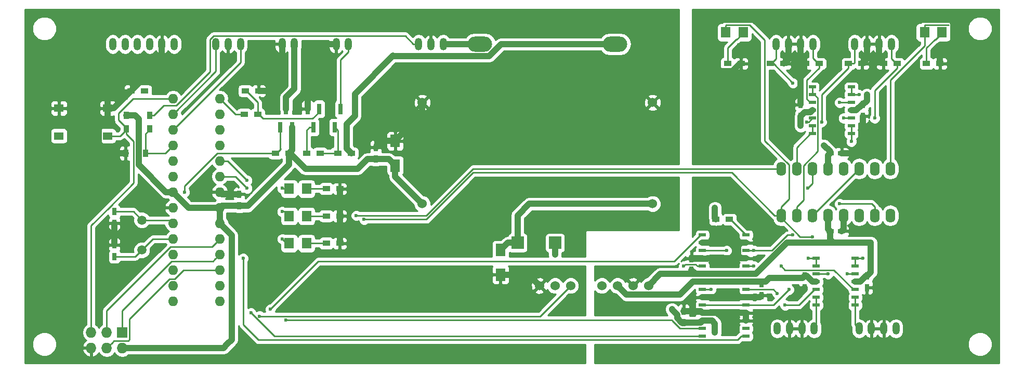
<source format=gtl>
G04 #@! TF.FileFunction,Copper,L1,Top,Signal*
%FSLAX46Y46*%
G04 Gerber Fmt 4.6, Leading zero omitted, Abs format (unit mm)*
G04 Created by KiCad (PCBNEW 4.0.1-stable) date Wednesday, 15 June 2016 'pmt' 22:36:51*
%MOMM*%
G01*
G04 APERTURE LIST*
%ADD10C,0.100000*%
%ADD11O,1.600000X2.300000*%
%ADD12R,1.200000X0.900000*%
%ADD13R,1.597660X1.800860*%
%ADD14O,1.600000X1.600000*%
%ADD15R,1.727200X1.727200*%
%ADD16O,1.727200X1.727200*%
%ADD17R,1.600000X2.000000*%
%ADD18R,0.750000X1.200000*%
%ADD19R,1.200000X0.750000*%
%ADD20R,0.910000X1.220000*%
%ADD21O,4.000500X2.499360*%
%ADD22R,1.998980X1.998980*%
%ADD23O,1.200000X2.000000*%
%ADD24R,0.800100X1.800860*%
%ADD25R,0.900000X1.200000*%
%ADD26R,1.550000X1.300000*%
%ADD27C,1.524000*%
%ADD28R,1.143000X0.508000*%
%ADD29C,1.501140*%
%ADD30C,1.000000*%
%ADD31C,0.600000*%
%ADD32C,0.250000*%
%ADD33C,1.000000*%
%ADD34C,0.254000*%
G04 APERTURE END LIST*
D10*
D11*
X180340000Y-85090000D03*
X182880000Y-85090000D03*
X185420000Y-85090000D03*
X187960000Y-85090000D03*
X190500000Y-85090000D03*
X193040000Y-85090000D03*
X195580000Y-85090000D03*
X198120000Y-85090000D03*
X198120000Y-77470000D03*
X195580000Y-77470000D03*
X193040000Y-77470000D03*
X190500000Y-77470000D03*
X187960000Y-77470000D03*
X185420000Y-77470000D03*
X182880000Y-77470000D03*
X180340000Y-77470000D03*
D12*
X171620000Y-60325000D03*
X173820000Y-60325000D03*
D13*
X171300140Y-55245000D03*
X174139860Y-55245000D03*
D14*
X81280000Y-66040000D03*
X81280000Y-68580000D03*
X81280000Y-71120000D03*
X81280000Y-73660000D03*
X81280000Y-76200000D03*
X81280000Y-78740000D03*
X81280000Y-81280000D03*
X81280000Y-83820000D03*
X81280000Y-86360000D03*
X81280000Y-88900000D03*
X81280000Y-91440000D03*
X81280000Y-93980000D03*
X81280000Y-96520000D03*
X81280000Y-99060000D03*
X88900000Y-99060000D03*
X88900000Y-96520000D03*
X88900000Y-93980000D03*
X88900000Y-91440000D03*
X88900000Y-88900000D03*
X88900000Y-86360000D03*
X88900000Y-83820000D03*
X88900000Y-81280000D03*
X88900000Y-78740000D03*
X88900000Y-76200000D03*
X88900000Y-73660000D03*
X88900000Y-71120000D03*
X88900000Y-68580000D03*
X88900000Y-66040000D03*
D15*
X73025000Y-104140000D03*
D16*
X73025000Y-106680000D03*
X70485000Y-104140000D03*
X70485000Y-106680000D03*
X67945000Y-104140000D03*
X67945000Y-106680000D03*
D17*
X134620000Y-90710000D03*
X134620000Y-94710000D03*
D18*
X114300000Y-75880000D03*
X114300000Y-73980000D03*
D17*
X117475000Y-76930000D03*
X117475000Y-72930000D03*
D18*
X183515000Y-68895000D03*
X183515000Y-66995000D03*
X193675000Y-68895000D03*
X193675000Y-66995000D03*
D19*
X188280000Y-74930000D03*
X190180000Y-74930000D03*
X190180000Y-87630000D03*
X188280000Y-87630000D03*
D18*
X177165000Y-96205000D03*
X177165000Y-98105000D03*
X165735000Y-92080000D03*
X165735000Y-93980000D03*
X184150000Y-94935000D03*
X184150000Y-96835000D03*
X194310000Y-96835000D03*
X194310000Y-94935000D03*
X164465000Y-102550000D03*
X164465000Y-100650000D03*
X92075000Y-83500000D03*
X92075000Y-81600000D03*
X71755000Y-86355000D03*
X71755000Y-84455000D03*
X71755000Y-89855000D03*
X71755000Y-91755000D03*
D20*
X76835000Y-74930000D03*
X73565000Y-74930000D03*
D13*
X100201991Y-80721511D03*
X103041711Y-80721511D03*
X100201991Y-85166511D03*
X103041711Y-85166511D03*
X100201991Y-89611511D03*
X103041711Y-89611511D03*
X203685140Y-55245000D03*
X206524860Y-55245000D03*
D21*
X153240740Y-57150000D03*
X131239260Y-57150000D03*
D22*
X137414000Y-89535000D03*
X143510000Y-89535000D03*
D23*
X125285000Y-57150000D03*
X123285000Y-57150000D03*
X121285000Y-57150000D03*
X185515000Y-57150000D03*
X183515000Y-57150000D03*
X181515000Y-57150000D03*
X179515000Y-57150000D03*
X198310000Y-57150000D03*
X196310000Y-57150000D03*
X194310000Y-57150000D03*
X192310000Y-57150000D03*
X92265000Y-57150000D03*
X90265000Y-57150000D03*
X88265000Y-57150000D03*
X81470000Y-57150000D03*
X79470000Y-57150000D03*
X77470000Y-57150000D03*
X75470000Y-57150000D03*
X73470000Y-57150000D03*
X71470000Y-57150000D03*
X101060000Y-57150000D03*
X99060000Y-57150000D03*
X109855000Y-57150000D03*
X107855000Y-57150000D03*
X179705000Y-103505000D03*
X181705000Y-103505000D03*
X183705000Y-103505000D03*
X185705000Y-103505000D03*
X193040000Y-103505000D03*
X195040000Y-103505000D03*
X197040000Y-103505000D03*
X199040000Y-103505000D03*
D24*
X105090000Y-67713860D03*
X103190000Y-67713860D03*
X104140000Y-70716140D03*
X107635000Y-70716140D03*
X109535000Y-70716140D03*
X108585000Y-67713860D03*
X98745000Y-70716140D03*
X100645000Y-70716140D03*
X99695000Y-67713860D03*
D25*
X77470000Y-68750000D03*
X77470000Y-70950000D03*
D12*
X76665000Y-64770000D03*
X74465000Y-64770000D03*
X95080000Y-68580000D03*
X92880000Y-68580000D03*
X93050000Y-64770000D03*
X95250000Y-64770000D03*
X110320000Y-74930000D03*
X108120000Y-74930000D03*
X105240000Y-74930000D03*
X103040000Y-74930000D03*
X97960000Y-74930000D03*
X100160000Y-74930000D03*
X186520000Y-60325000D03*
X184320000Y-60325000D03*
X178605000Y-60325000D03*
X180805000Y-60325000D03*
X199220000Y-60325000D03*
X197020000Y-60325000D03*
X191305000Y-60325000D03*
X193505000Y-60325000D03*
X169715000Y-85725000D03*
X171915000Y-85725000D03*
X106236851Y-80721511D03*
X108436851Y-80721511D03*
X106236851Y-85166511D03*
X108436851Y-85166511D03*
X106236851Y-89611511D03*
X108436851Y-89611511D03*
X204005000Y-60325000D03*
X206205000Y-60325000D03*
D25*
X73660000Y-68750000D03*
X73660000Y-70950000D03*
D26*
X62700000Y-67600000D03*
X70650000Y-67600000D03*
X62700000Y-72100000D03*
X70650000Y-72100000D03*
D27*
X159385000Y-83175000D03*
X121885000Y-83175000D03*
X121885000Y-66675000D03*
X159385000Y-66675000D03*
X140970000Y-96520000D03*
X143510000Y-96520000D03*
X146050000Y-96520000D03*
X151130000Y-96520000D03*
X153670000Y-96520000D03*
X156210000Y-96520000D03*
X158750000Y-96520000D03*
D28*
X185420000Y-64135000D03*
X185420000Y-65405000D03*
X185420000Y-66675000D03*
X185420000Y-67945000D03*
X185420000Y-69215000D03*
X185420000Y-70485000D03*
X185420000Y-71755000D03*
X191770000Y-71755000D03*
X191770000Y-70485000D03*
X191770000Y-67945000D03*
X191770000Y-66675000D03*
X191770000Y-65405000D03*
X191770000Y-64135000D03*
X191770000Y-69215000D03*
X167513000Y-88265000D03*
X167513000Y-89535000D03*
X167513000Y-90805000D03*
X167513000Y-92075000D03*
X167513000Y-93345000D03*
X167513000Y-94615000D03*
X167513000Y-95885000D03*
X167513000Y-97155000D03*
X167513000Y-98425000D03*
X167513000Y-99695000D03*
X167513000Y-100965000D03*
X167513000Y-102235000D03*
X167513000Y-103505000D03*
X167513000Y-104775000D03*
X174625000Y-104775000D03*
X174625000Y-103505000D03*
X174625000Y-102235000D03*
X174625000Y-100965000D03*
X174625000Y-99695000D03*
X174625000Y-98425000D03*
X174625000Y-97155000D03*
X174625000Y-95885000D03*
X174625000Y-94615000D03*
X174625000Y-93345000D03*
X174625000Y-92075000D03*
X174625000Y-90805000D03*
X174625000Y-89535000D03*
X174625000Y-88265000D03*
X186055000Y-92075000D03*
X186055000Y-93345000D03*
X186055000Y-94615000D03*
X186055000Y-95885000D03*
X186055000Y-97155000D03*
X186055000Y-98425000D03*
X186055000Y-99695000D03*
X192405000Y-99695000D03*
X192405000Y-98425000D03*
X192405000Y-95885000D03*
X192405000Y-94615000D03*
X192405000Y-93345000D03*
X192405000Y-92075000D03*
X192405000Y-97155000D03*
D29*
X76200000Y-85824060D03*
X76200000Y-90705940D03*
D30*
X183515000Y-97790000D03*
X172720000Y-100965000D03*
X172720000Y-98425000D03*
X171450000Y-92075000D03*
X108436851Y-87630000D03*
X71755000Y-88265000D03*
X70485000Y-64770000D03*
X169545000Y-83820000D03*
X162560000Y-100330000D03*
X89486314Y-106680000D03*
X169545000Y-104140000D03*
X178435000Y-95250000D03*
X183515000Y-70485000D03*
X187325000Y-73660000D03*
X194945000Y-89535000D03*
X194310000Y-65405000D03*
D31*
X99060000Y-80645000D03*
X99060000Y-84455000D03*
X99060000Y-88900000D03*
X111125000Y-85090000D03*
X93345000Y-79375000D03*
X185420000Y-88534990D03*
X112395000Y-85725000D03*
X93345000Y-80645000D03*
X93980000Y-100965000D03*
X83185000Y-81280000D03*
X95374449Y-101475551D03*
X97155000Y-100330000D03*
X99695000Y-102100561D03*
X92710000Y-92075000D03*
D30*
X143510000Y-91440000D03*
D31*
X182245000Y-63500000D03*
X189865000Y-66675000D03*
X190500000Y-69215000D03*
X195580000Y-69215000D03*
X184515010Y-69819225D03*
X186941511Y-69850000D03*
X184785000Y-92075000D03*
X193675000Y-92075000D03*
X191770000Y-73025000D03*
X193040000Y-65405000D03*
X171450000Y-90805000D03*
X175895000Y-90805000D03*
X182245000Y-88265000D03*
X189865000Y-83185000D03*
X184630020Y-80645000D03*
X181610000Y-97155000D03*
X187960000Y-94615000D03*
X164465000Y-93345000D03*
X168910000Y-97155000D03*
X180975000Y-99695000D03*
X191135000Y-94615000D03*
X179705000Y-97790000D03*
X180340000Y-93345000D03*
X175895000Y-93345000D03*
D32*
X108585000Y-59690000D02*
X109855000Y-58420000D01*
X109855000Y-58420000D02*
X109855000Y-57150000D01*
X108585000Y-67713860D02*
X108585000Y-59690000D01*
D33*
X184150000Y-96835000D02*
X184150000Y-97155000D01*
X184150000Y-97155000D02*
X183515000Y-97790000D01*
X172720000Y-100965000D02*
X174625000Y-100965000D01*
X167513000Y-100965000D02*
X172720000Y-100965000D01*
X172720000Y-98425000D02*
X174625000Y-98425000D01*
X167513000Y-98425000D02*
X172720000Y-98425000D01*
X171450000Y-92075000D02*
X174625000Y-92075000D01*
X168328502Y-92075000D02*
X171450000Y-92075000D01*
X168323502Y-92080000D02*
X168328502Y-92075000D01*
X165735000Y-92080000D02*
X168323502Y-92080000D01*
X168275000Y-89535000D02*
X167513000Y-89535000D01*
X167513000Y-92075000D02*
X165740000Y-92075000D01*
X165740000Y-92075000D02*
X165735000Y-92080000D01*
X174625000Y-89535000D02*
X173809498Y-89535000D01*
X173809498Y-92075000D02*
X174625000Y-92075000D01*
X173809498Y-89535000D02*
X173353499Y-89990999D01*
X173353499Y-89990999D02*
X173353499Y-91619001D01*
X173353499Y-91619001D02*
X173809498Y-92075000D01*
X168328502Y-89535000D02*
X173355000Y-89535000D01*
X173355000Y-89535000D02*
X174625000Y-89535000D01*
X177165000Y-98105000D02*
X176845000Y-98425000D01*
X176845000Y-98425000D02*
X174625000Y-98425000D01*
X172400000Y-61595000D02*
X168275000Y-61595000D01*
X206205000Y-58875000D02*
X206205000Y-60325000D01*
X168275000Y-61595000D02*
X168275000Y-55310878D01*
X168275000Y-55310878D02*
X170391319Y-53194559D01*
X170391319Y-53194559D02*
X207925421Y-53194559D01*
X207925421Y-53194559D02*
X208408701Y-53677839D01*
X208408701Y-53677839D02*
X208408701Y-56671299D01*
X208408701Y-56671299D02*
X206205000Y-58875000D01*
X174625000Y-100965000D02*
X174625000Y-102235000D01*
X164465000Y-100650000D02*
X167198000Y-100650000D01*
X167198000Y-100650000D02*
X167513000Y-100965000D01*
X184320000Y-60325000D02*
X183515000Y-61130000D01*
X183515000Y-61130000D02*
X183515000Y-66995000D01*
X190180000Y-74930000D02*
X191780000Y-74930000D01*
X191780000Y-74930000D02*
X193675000Y-73035000D01*
X193675000Y-73035000D02*
X193675000Y-70495000D01*
X193675000Y-70495000D02*
X193675000Y-68895000D01*
X190500000Y-85090000D02*
X190500000Y-87310000D01*
X190500000Y-87310000D02*
X190180000Y-87630000D01*
X173820000Y-60325000D02*
X173670000Y-60325000D01*
X173670000Y-60325000D02*
X172400000Y-61595000D01*
X196310000Y-57150000D02*
X196310000Y-59615000D01*
X196310000Y-59615000D02*
X197020000Y-60325000D01*
X193505000Y-60325000D02*
X194310000Y-59520000D01*
X194310000Y-59520000D02*
X194310000Y-57150000D01*
X206205000Y-60325000D02*
X206055000Y-60325000D01*
X183515000Y-57150000D02*
X183515000Y-59520000D01*
X183515000Y-59520000D02*
X184320000Y-60325000D01*
X181515000Y-57150000D02*
X181515000Y-59615000D01*
X181515000Y-59615000D02*
X180805000Y-60325000D01*
X134620000Y-94710000D02*
X139160000Y-94710000D01*
X139160000Y-94710000D02*
X140970000Y-96520000D01*
X108436851Y-87630000D02*
X108436851Y-89611511D01*
X108436851Y-85166511D02*
X108436851Y-87630000D01*
X108436851Y-80721511D02*
X108436851Y-85166511D01*
X74465000Y-64770000D02*
X79470000Y-59765000D01*
X79470000Y-59765000D02*
X79470000Y-57150000D01*
X70650000Y-67600000D02*
X70650000Y-64935000D01*
X70650000Y-64935000D02*
X70485000Y-64770000D01*
X70650000Y-67600000D02*
X70650000Y-69414998D01*
X70650000Y-69414998D02*
X69174999Y-70889999D01*
X69174999Y-70889999D02*
X69174999Y-73310001D01*
X72110000Y-74930000D02*
X73565000Y-74930000D01*
X69174999Y-73310001D02*
X70794998Y-74930000D01*
X70794998Y-74930000D02*
X72110000Y-74930000D01*
X70650000Y-67600000D02*
X71635000Y-67600000D01*
X71635000Y-67600000D02*
X74465000Y-64770000D01*
X71755000Y-89855000D02*
X71755000Y-88265000D01*
X71755000Y-88265000D02*
X71755000Y-86355000D01*
X92075000Y-81600000D02*
X89220000Y-81600000D01*
X89220000Y-81600000D02*
X88900000Y-81280000D01*
X117475000Y-72930000D02*
X115350000Y-72930000D01*
X115350000Y-72930000D02*
X114300000Y-73980000D01*
X121885000Y-66675000D02*
X121885000Y-68520000D01*
X121885000Y-68520000D02*
X117475000Y-72930000D01*
X107855000Y-57150000D02*
X106255000Y-57150000D01*
X106255000Y-57150000D02*
X103190000Y-60215000D01*
X103190000Y-60215000D02*
X103190000Y-65813430D01*
X103190000Y-65813430D02*
X103190000Y-67713860D01*
X95250000Y-64770000D02*
X96850000Y-64770000D01*
X96850000Y-64770000D02*
X99060000Y-62560000D01*
X99060000Y-62560000D02*
X99060000Y-59150000D01*
X99060000Y-59150000D02*
X99060000Y-57150000D01*
X169545000Y-83820000D02*
X169545000Y-85555000D01*
X169545000Y-85555000D02*
X169715000Y-85725000D01*
X164465000Y-102550000D02*
X164129998Y-102550000D01*
X164129998Y-102550000D02*
X163389999Y-101810001D01*
X163389999Y-101810001D02*
X163389999Y-101272069D01*
X162560000Y-100442070D02*
X162560000Y-100330000D01*
X163389999Y-101272069D02*
X162560000Y-100442070D01*
X164465000Y-102550000D02*
X167198000Y-102550000D01*
X167198000Y-102550000D02*
X167513000Y-102235000D01*
X167513000Y-102235000D02*
X169084500Y-102235000D01*
X169084500Y-102235000D02*
X169545000Y-102695500D01*
X169545000Y-102695500D02*
X169545000Y-104140000D01*
X90121314Y-106045000D02*
X90850011Y-105316303D01*
X73025000Y-106680000D02*
X89486314Y-106680000D01*
X89486314Y-106680000D02*
X90121314Y-106045000D01*
X90850011Y-105316303D02*
X90850011Y-88310011D01*
X90850011Y-88310011D02*
X89699999Y-87159999D01*
X89699999Y-87159999D02*
X88900000Y-86360000D01*
X73660000Y-68750000D02*
X75110000Y-68750000D01*
X75110000Y-68750000D02*
X75679999Y-69319999D01*
X75679999Y-69319999D02*
X75679999Y-76811369D01*
X75679999Y-76811369D02*
X80148630Y-81280000D01*
X80148630Y-81280000D02*
X81280000Y-81280000D01*
X88900000Y-83820000D02*
X88900000Y-86360000D01*
X88900000Y-83820000D02*
X83820000Y-83820000D01*
X83820000Y-83820000D02*
X81280000Y-81280000D01*
X92075000Y-83500000D02*
X93450000Y-83500000D01*
X93450000Y-83500000D02*
X100160000Y-76790000D01*
X100160000Y-76790000D02*
X100160000Y-76380000D01*
X100160000Y-76380000D02*
X100160000Y-74930000D01*
X92075000Y-83500000D02*
X89220000Y-83500000D01*
X89220000Y-83500000D02*
X88900000Y-83820000D01*
X100160000Y-74930000D02*
X100310000Y-74930000D01*
X102860000Y-77480000D02*
X111325000Y-77480000D01*
X100310000Y-74930000D02*
X102860000Y-77480000D01*
X111325000Y-77480000D02*
X112925000Y-75880000D01*
X112925000Y-75880000D02*
X114300000Y-75880000D01*
X100645000Y-70716140D02*
X100645000Y-74445000D01*
X100645000Y-74445000D02*
X100160000Y-74930000D01*
X117475000Y-76930000D02*
X117475000Y-78765000D01*
X117475000Y-78765000D02*
X121885000Y-83175000D01*
X114300000Y-75880000D02*
X116425000Y-75880000D01*
X116425000Y-75880000D02*
X117475000Y-76930000D01*
X167513000Y-95885000D02*
X165941500Y-95885000D01*
X165941500Y-95885000D02*
X163844499Y-97982001D01*
X163844499Y-97982001D02*
X155132001Y-97982001D01*
X155132001Y-97982001D02*
X154431999Y-97281999D01*
X154431999Y-97281999D02*
X153670000Y-96520000D01*
X174625000Y-95885000D02*
X167513000Y-95885000D01*
X186055000Y-95885000D02*
X185435002Y-95885000D01*
X184485002Y-94935000D02*
X184150000Y-94935000D01*
X185435002Y-95885000D02*
X184485002Y-94935000D01*
X178435000Y-95250000D02*
X183835000Y-95250000D01*
X183835000Y-95250000D02*
X184150000Y-94935000D01*
X178435000Y-95250000D02*
X177800000Y-95885000D01*
X177800000Y-95885000D02*
X174625000Y-95885000D01*
X183515000Y-70485000D02*
X183515000Y-68895000D01*
X188280000Y-74930000D02*
X188280000Y-74615000D01*
X188280000Y-74615000D02*
X187325000Y-73660000D01*
X183515000Y-68895000D02*
X184149001Y-68260999D01*
X184149001Y-68260999D02*
X185104001Y-68260999D01*
X185104001Y-68260999D02*
X185420000Y-67945000D01*
X187960000Y-77470000D02*
X187960000Y-75250000D01*
X187960000Y-75250000D02*
X188280000Y-74930000D01*
X160655000Y-94615000D02*
X167005000Y-94615000D01*
X167005000Y-94615000D02*
X167513000Y-94615000D01*
X165735000Y-93980000D02*
X166370000Y-94615000D01*
X166370000Y-94615000D02*
X167005000Y-94615000D01*
X192405000Y-95885000D02*
X193234999Y-95885000D01*
X193234999Y-95885000D02*
X194184999Y-94935000D01*
X194184999Y-94935000D02*
X194310000Y-94935000D01*
X174625000Y-94615000D02*
X176196500Y-94615000D01*
X176196500Y-94615000D02*
X181276500Y-89535000D01*
X181276500Y-89535000D02*
X188810000Y-89535000D01*
X167513000Y-94615000D02*
X174625000Y-94615000D01*
X158750000Y-96520000D02*
X160655000Y-94615000D01*
X194945000Y-89535000D02*
X188810000Y-89535000D01*
X188810000Y-89535000D02*
X188280000Y-89005000D01*
X188280000Y-89005000D02*
X188280000Y-87630000D01*
X194945000Y-89535000D02*
X194945000Y-94300000D01*
X194945000Y-94300000D02*
X194310000Y-94935000D01*
X193675000Y-66995000D02*
X194310000Y-66360000D01*
X194310000Y-66360000D02*
X194310000Y-65405000D01*
X191770000Y-67945000D02*
X192585502Y-67945000D01*
X192585502Y-67945000D02*
X193535502Y-66995000D01*
X193535502Y-66995000D02*
X193675000Y-66995000D01*
X187960000Y-85090000D02*
X187960000Y-87310000D01*
X187960000Y-87310000D02*
X188280000Y-87630000D01*
D32*
X71755000Y-84455000D02*
X74830940Y-84455000D01*
X74830940Y-84455000D02*
X76200000Y-85824060D01*
X76200000Y-85824060D02*
X80744060Y-85824060D01*
X80744060Y-85824060D02*
X81280000Y-86360000D01*
X71755000Y-91755000D02*
X75150940Y-91755000D01*
X75150940Y-91755000D02*
X76200000Y-90705940D01*
X81280000Y-88900000D02*
X78005940Y-88900000D01*
X78005940Y-88900000D02*
X76200000Y-90705940D01*
X76835000Y-71735000D02*
X76835000Y-74930000D01*
X77470000Y-70950000D02*
X77470000Y-71100000D01*
X77470000Y-71100000D02*
X76835000Y-71735000D01*
X76835000Y-74930000D02*
X80010000Y-74930000D01*
X80010000Y-74930000D02*
X81280000Y-73660000D01*
X100201991Y-80721511D02*
X99136511Y-80721511D01*
X99136511Y-80721511D02*
X99060000Y-80645000D01*
X106236851Y-80721511D02*
X103041711Y-80721511D01*
X99060000Y-84455000D02*
X99490480Y-84455000D01*
X99490480Y-84455000D02*
X100201991Y-85166511D01*
X106236851Y-85166511D02*
X103041711Y-85166511D01*
X100201991Y-89611511D02*
X99771511Y-89611511D01*
X99771511Y-89611511D02*
X99060000Y-88900000D01*
X106236851Y-89611511D02*
X103041711Y-89611511D01*
X198120000Y-77470000D02*
X198120000Y-63013450D01*
X198120000Y-63013450D02*
X203685140Y-57448310D01*
X203685140Y-57448310D02*
X203685140Y-56395430D01*
X203685140Y-56395430D02*
X203685140Y-55245000D01*
X203685140Y-55245000D02*
X203685140Y-54094570D01*
X203685140Y-54094570D02*
X203760141Y-54019569D01*
X203760141Y-54019569D02*
X207583691Y-54019569D01*
X122555000Y-85090000D02*
X130175000Y-77470000D01*
X130175000Y-77470000D02*
X180340000Y-77470000D01*
X111125000Y-85090000D02*
X122555000Y-85090000D01*
X88900000Y-76200000D02*
X90170000Y-76200000D01*
X90170000Y-76200000D02*
X93345000Y-79375000D01*
X204005000Y-60325000D02*
X204005000Y-57764860D01*
X204005000Y-57764860D02*
X205374430Y-56395430D01*
X205374430Y-56395430D02*
X205476030Y-56395430D01*
X205476030Y-56395430D02*
X206524860Y-55346600D01*
X206524860Y-55346600D02*
X206524860Y-55245000D01*
X180340000Y-85090000D02*
X180340000Y-85440000D01*
X180340000Y-85440000D02*
X183434990Y-88534990D01*
X183434990Y-88534990D02*
X185420000Y-88534990D01*
X171300140Y-55245000D02*
X171300140Y-54094570D01*
X175198691Y-54019569D02*
X177679999Y-56500877D01*
X181610000Y-76798996D02*
X181610000Y-82420000D01*
X171300140Y-54094570D02*
X171375141Y-54019569D01*
X171375141Y-54019569D02*
X175198691Y-54019569D01*
X177679999Y-56500877D02*
X177679999Y-72868995D01*
X177679999Y-72868995D02*
X181610000Y-76798996D01*
X181610000Y-82420000D02*
X180340000Y-83690000D01*
X180340000Y-83690000D02*
X180340000Y-85090000D01*
X130176410Y-78105000D02*
X172305000Y-78105000D01*
X172305000Y-78105000D02*
X179290000Y-85090000D01*
X179290000Y-85090000D02*
X180340000Y-85090000D01*
X112395000Y-85725000D02*
X122556410Y-85725000D01*
X122556410Y-85725000D02*
X130176410Y-78105000D01*
X88900000Y-78740000D02*
X91440000Y-78740000D01*
X91440000Y-78740000D02*
X93345000Y-80645000D01*
X171620000Y-60325000D02*
X171620000Y-57764860D01*
X171620000Y-57764860D02*
X172989430Y-56395430D01*
X172989430Y-56395430D02*
X173091030Y-56395430D01*
X173091030Y-56395430D02*
X174139860Y-55346600D01*
X174139860Y-55346600D02*
X174139860Y-55245000D01*
D33*
X125285000Y-57150000D02*
X131239260Y-57150000D01*
D32*
X67945000Y-104140000D02*
X67945000Y-86704998D01*
X67945000Y-86704998D02*
X70929990Y-83720008D01*
X73660000Y-70950000D02*
X73660000Y-71800000D01*
X73660000Y-71800000D02*
X74854989Y-72994989D01*
X74854989Y-72994989D02*
X74854989Y-79795009D01*
X74854989Y-79795009D02*
X70929990Y-83720008D01*
X73660000Y-70950000D02*
X73660000Y-70800000D01*
X73660000Y-70800000D02*
X72390000Y-69530000D01*
X72390000Y-69530000D02*
X72390000Y-68384998D01*
X72390000Y-68384998D02*
X74734998Y-66040000D01*
X74734998Y-66040000D02*
X80148630Y-66040000D01*
X80148630Y-66040000D02*
X81280000Y-66040000D01*
X70650000Y-72100000D02*
X72660000Y-72100000D01*
X73660000Y-71100000D02*
X73660000Y-70950000D01*
X72660000Y-72100000D02*
X73660000Y-71100000D01*
X88265000Y-57150000D02*
X88265000Y-61595000D01*
X88265000Y-61595000D02*
X81280000Y-68580000D01*
X92265000Y-57150000D02*
X92265000Y-60135000D01*
X92265000Y-60135000D02*
X81280000Y-71120000D01*
X93980000Y-100965000D02*
X97790000Y-104775000D01*
X97790000Y-104775000D02*
X167513000Y-104775000D01*
X83185000Y-81280000D02*
X83185000Y-80249998D01*
X83185000Y-80249998D02*
X88504998Y-74930000D01*
X88504998Y-74930000D02*
X97110000Y-74930000D01*
X97110000Y-74930000D02*
X97960000Y-74930000D01*
X98745000Y-70716140D02*
X98745000Y-74145000D01*
X98110000Y-74930000D02*
X97960000Y-74930000D01*
X98745000Y-74145000D02*
X98810000Y-74210000D01*
X98810000Y-74210000D02*
X98810000Y-74230000D01*
X98810000Y-74230000D02*
X98110000Y-74930000D01*
X95374449Y-101475551D02*
X141094449Y-101475551D01*
X141094449Y-101475551D02*
X146050000Y-96520000D01*
X97155000Y-100330000D02*
X104925001Y-92559999D01*
X104925001Y-92559999D02*
X162900501Y-92559999D01*
X167195500Y-88265000D02*
X167513000Y-88265000D01*
X162900501Y-92559999D02*
X167195500Y-88265000D01*
X162560000Y-102100561D02*
X162560000Y-102205002D01*
X162560000Y-102205002D02*
X163859998Y-103505000D01*
X99695000Y-102100561D02*
X162560000Y-102100561D01*
X167513000Y-103505000D02*
X163859998Y-103505000D01*
X167195500Y-103505000D02*
X167513000Y-103505000D01*
X88900000Y-93980000D02*
X82945002Y-93980000D01*
X82945002Y-93980000D02*
X81530003Y-95394999D01*
X81530003Y-95394999D02*
X80739999Y-95394999D01*
X74213601Y-101921397D02*
X74213601Y-105263601D01*
X80739999Y-95394999D02*
X74213601Y-101921397D01*
X71673601Y-105491399D02*
X71348599Y-105816401D01*
X74213601Y-105263601D02*
X73985803Y-105491399D01*
X73985803Y-105491399D02*
X71673601Y-105491399D01*
X71348599Y-105816401D02*
X70485000Y-106680000D01*
X73025000Y-104140000D02*
X73025000Y-100569998D01*
X73025000Y-100569998D02*
X81029997Y-92565001D01*
X81029997Y-92565001D02*
X87774999Y-92565001D01*
X87774999Y-92565001D02*
X88100001Y-92239999D01*
X88100001Y-92239999D02*
X88900000Y-91440000D01*
X92710000Y-102870000D02*
X92710000Y-92075000D01*
X88900000Y-88900000D02*
X87630000Y-90170000D01*
X70485000Y-102918686D02*
X70485000Y-104140000D01*
X87630000Y-90170000D02*
X80884998Y-90170000D01*
X80884998Y-90170000D02*
X70485000Y-100569998D01*
X70485000Y-100569998D02*
X70485000Y-102918686D01*
X174625000Y-104775000D02*
X173803500Y-104775000D01*
X173803500Y-104775000D02*
X173224499Y-105354001D01*
X173224499Y-105354001D02*
X95194001Y-105354001D01*
X95194001Y-105354001D02*
X92710000Y-102870000D01*
X92880000Y-68580000D02*
X91440000Y-68580000D01*
X91440000Y-68580000D02*
X88900000Y-66040000D01*
D33*
X143510000Y-89535000D02*
X143510000Y-91440000D01*
D32*
X77470000Y-68750000D02*
X78170000Y-68750000D01*
X87881849Y-55824990D02*
X119109990Y-55824990D01*
X119109990Y-55824990D02*
X120435000Y-57150000D01*
X78170000Y-68750000D02*
X79754999Y-67165001D01*
X79754999Y-67165001D02*
X81820001Y-67165001D01*
X81820001Y-67165001D02*
X87339990Y-61645012D01*
X87339990Y-61645012D02*
X87339990Y-56366849D01*
X87339990Y-56366849D02*
X87881849Y-55824990D01*
X120435000Y-57150000D02*
X121285000Y-57150000D01*
X185420000Y-66675000D02*
X185102500Y-66675000D01*
X185102500Y-66675000D02*
X184523499Y-66095999D01*
X184523499Y-66095999D02*
X184523499Y-63021501D01*
X184523499Y-63021501D02*
X186520000Y-61025000D01*
X186520000Y-61025000D02*
X186520000Y-60325000D01*
X185515000Y-57150000D02*
X185515000Y-59470000D01*
X185515000Y-59470000D02*
X186370000Y-60325000D01*
X186370000Y-60325000D02*
X186520000Y-60325000D01*
X182245000Y-63500000D02*
X179070000Y-60325000D01*
X179070000Y-60325000D02*
X178605000Y-60325000D01*
X191770000Y-66675000D02*
X189865000Y-66675000D01*
X178605000Y-60325000D02*
X178755000Y-60325000D01*
X178755000Y-60325000D02*
X179515000Y-59565000D01*
X179515000Y-59565000D02*
X179515000Y-58400000D01*
X179515000Y-58400000D02*
X179515000Y-57150000D01*
X190500000Y-69215000D02*
X191770000Y-69215000D01*
X199220000Y-60325000D02*
X199220000Y-61025000D01*
X199220000Y-61025000D02*
X195580000Y-64665000D01*
X195580000Y-64665000D02*
X195580000Y-69215000D01*
X199220000Y-60325000D02*
X199070000Y-60325000D01*
X191794998Y-69215000D02*
X191770000Y-69215000D01*
X199070000Y-60325000D02*
X198310000Y-59565000D01*
X198310000Y-59565000D02*
X198310000Y-58400000D01*
X198310000Y-58400000D02*
X198310000Y-57150000D01*
X184515010Y-69819225D02*
X184815775Y-69819225D01*
X184815775Y-69819225D02*
X185420000Y-69215000D01*
X191305000Y-60325000D02*
X191305000Y-61025000D01*
X191305000Y-61025000D02*
X186941511Y-65388489D01*
X186941511Y-65388489D02*
X186941511Y-69850000D01*
X191305000Y-60325000D02*
X192155000Y-60325000D01*
X192155000Y-60325000D02*
X192310000Y-60170000D01*
X192310000Y-60170000D02*
X192310000Y-58400000D01*
X192310000Y-58400000D02*
X192310000Y-57150000D01*
D33*
X99695000Y-67713860D02*
X99695000Y-65813430D01*
X99695000Y-65813430D02*
X101060000Y-64448430D01*
X101060000Y-64448430D02*
X101060000Y-59150000D01*
X101060000Y-59150000D02*
X101060000Y-57150000D01*
D32*
X186055000Y-92075000D02*
X184785000Y-92075000D01*
X186055000Y-92075000D02*
X186055000Y-93345000D01*
X186055000Y-99695000D02*
X186055000Y-103155000D01*
X186055000Y-103155000D02*
X185705000Y-103505000D01*
X186055000Y-98425000D02*
X186055000Y-99695000D01*
X192405000Y-99695000D02*
X192405000Y-102870000D01*
X192405000Y-102870000D02*
X193040000Y-103505000D01*
X192405000Y-98425000D02*
X192405000Y-99695000D01*
X192405000Y-92075000D02*
X193675000Y-92075000D01*
X192405000Y-92075000D02*
X192405000Y-93345000D01*
X95080000Y-68580000D02*
X95080000Y-66650000D01*
X95080000Y-66650000D02*
X93200000Y-64770000D01*
X93200000Y-64770000D02*
X93050000Y-64770000D01*
X105090000Y-67713860D02*
X105090000Y-68214240D01*
X105090000Y-68214240D02*
X104024240Y-69280000D01*
X104024240Y-69280000D02*
X95930000Y-69280000D01*
X95930000Y-69280000D02*
X95230000Y-68580000D01*
X95230000Y-68580000D02*
X95080000Y-68580000D01*
X103040000Y-74930000D02*
X103040000Y-71166090D01*
X103040000Y-71166090D02*
X103489950Y-70716140D01*
X103489950Y-70716140D02*
X104140000Y-70716140D01*
X108120000Y-74930000D02*
X108120000Y-71201140D01*
X108120000Y-71201140D02*
X107635000Y-70716140D01*
X108120000Y-74930000D02*
X105240000Y-74930000D01*
X171915000Y-85725000D02*
X172065000Y-85725000D01*
X172065000Y-85725000D02*
X174605000Y-88265000D01*
X174605000Y-88265000D02*
X174625000Y-88265000D01*
X185420000Y-65405000D02*
X185737500Y-65405000D01*
X184005010Y-76943986D02*
X184005010Y-82564990D01*
X185737500Y-65405000D02*
X186316501Y-65984001D01*
X186316501Y-65984001D02*
X186316501Y-74632495D01*
X186316501Y-74632495D02*
X184005010Y-76943986D01*
X184005010Y-82564990D02*
X182880000Y-83690000D01*
X182880000Y-83690000D02*
X182880000Y-85090000D01*
X185420000Y-64135000D02*
X185420000Y-65405000D01*
X185420000Y-71755000D02*
X185102500Y-71755000D01*
X185102500Y-71755000D02*
X182880000Y-73977500D01*
X182880000Y-73977500D02*
X182880000Y-76070000D01*
X182880000Y-76070000D02*
X182880000Y-77470000D01*
X185420000Y-70485000D02*
X185420000Y-71755000D01*
X191770000Y-71755000D02*
X191770000Y-73025000D01*
X191770000Y-70485000D02*
X191770000Y-71755000D01*
X191770000Y-65405000D02*
X193040000Y-65405000D01*
X191770000Y-64135000D02*
X191770000Y-65405000D01*
X171450000Y-90805000D02*
X167513000Y-90805000D01*
X176530000Y-90805000D02*
X175446500Y-90805000D01*
X178839760Y-90805000D02*
X176530000Y-90805000D01*
X176530000Y-90805000D02*
X175895000Y-90805000D01*
X182245000Y-88265000D02*
X181379760Y-88265000D01*
X181379760Y-88265000D02*
X178839760Y-90805000D01*
X175446500Y-90805000D02*
X174625000Y-90805000D01*
X193040000Y-77470000D02*
X185420000Y-85090000D01*
X189865000Y-83185000D02*
X195075000Y-83185000D01*
X195580000Y-83690000D02*
X195580000Y-85090000D01*
X195075000Y-83185000D02*
X195580000Y-83690000D01*
X184630020Y-80645000D02*
X185420000Y-79855020D01*
X185420000Y-79855020D02*
X185420000Y-77470000D01*
X174625000Y-99695000D02*
X179070000Y-99695000D01*
X179070000Y-99695000D02*
X181610000Y-97155000D01*
X167513000Y-99695000D02*
X174625000Y-99695000D01*
X187960000Y-94615000D02*
X186055000Y-94615000D01*
X167513000Y-93345000D02*
X166691500Y-93345000D01*
X166691500Y-93345000D02*
X166401499Y-93054999D01*
X166401499Y-93054999D02*
X164755001Y-93054999D01*
X164755001Y-93054999D02*
X164465000Y-93345000D01*
X168910000Y-97155000D02*
X167513000Y-97155000D01*
X186055000Y-97155000D02*
X185737500Y-97155000D01*
X185737500Y-97155000D02*
X183197500Y-99695000D01*
X183197500Y-99695000D02*
X180975000Y-99695000D01*
X191135000Y-94615000D02*
X192405000Y-94615000D01*
X174625000Y-97155000D02*
X179070000Y-97155000D01*
X179070000Y-97155000D02*
X179705000Y-97790000D01*
X180340000Y-93345000D02*
X180984999Y-93989999D01*
X180984999Y-93989999D02*
X188922499Y-93989999D01*
X192087500Y-97155000D02*
X192405000Y-97155000D01*
X188922499Y-93989999D02*
X192087500Y-97155000D01*
X174625000Y-93345000D02*
X175895000Y-93345000D01*
D33*
X137414000Y-89535000D02*
X135795000Y-89535000D01*
X135795000Y-89535000D02*
X134620000Y-90710000D01*
X159385000Y-83175000D02*
X139296490Y-83175000D01*
X139296490Y-83175000D02*
X137414000Y-85057490D01*
X137414000Y-85057490D02*
X137414000Y-89535000D01*
X117141509Y-59055000D02*
X110935050Y-65261459D01*
X132797418Y-59099690D02*
X117186199Y-59099690D01*
X153240740Y-57150000D02*
X134747108Y-57150000D01*
X134747108Y-57150000D02*
X132797418Y-59099690D01*
X117186199Y-59099690D02*
X117141509Y-59055000D01*
X109535000Y-70716140D02*
X109535000Y-74145000D01*
X109535000Y-74145000D02*
X110320000Y-74930000D01*
X110935050Y-68815710D02*
X109535000Y-70215760D01*
X110935050Y-65261459D02*
X110935050Y-68815710D01*
X109535000Y-70215760D02*
X109535000Y-70716140D01*
D34*
G36*
X215850000Y-109170000D02*
X149987000Y-109170000D01*
X149987000Y-106438109D01*
X210739657Y-106438109D01*
X211041218Y-107167943D01*
X211599120Y-107726819D01*
X212328427Y-108029654D01*
X213118109Y-108030343D01*
X213847943Y-107728782D01*
X214406819Y-107170880D01*
X214709654Y-106441573D01*
X214710343Y-105651891D01*
X214408782Y-104922057D01*
X213850880Y-104363181D01*
X213121573Y-104060346D01*
X212331891Y-104059657D01*
X211602057Y-104361218D01*
X211043181Y-104919120D01*
X210740346Y-105648427D01*
X210739657Y-106438109D01*
X149987000Y-106438109D01*
X149987000Y-106114001D01*
X173224499Y-106114001D01*
X173515338Y-106056149D01*
X173761900Y-105891402D01*
X173989768Y-105663534D01*
X174053500Y-105676440D01*
X175196500Y-105676440D01*
X175431817Y-105632162D01*
X175647941Y-105493090D01*
X175792931Y-105280890D01*
X175843940Y-105029000D01*
X175843940Y-104521000D01*
X175799662Y-104285683D01*
X175705334Y-104139093D01*
X175792931Y-104010890D01*
X175843940Y-103759000D01*
X175843940Y-103251000D01*
X175810441Y-103072968D01*
X178470000Y-103072968D01*
X178470000Y-103937032D01*
X178564009Y-104409646D01*
X178831723Y-104810309D01*
X179232386Y-105078023D01*
X179705000Y-105172032D01*
X180177614Y-105078023D01*
X180578277Y-104810309D01*
X180710218Y-104612845D01*
X180921526Y-104868080D01*
X181349719Y-105094592D01*
X181387391Y-105098462D01*
X181578000Y-104973731D01*
X181578000Y-103632000D01*
X181832000Y-103632000D01*
X181832000Y-104973731D01*
X182022609Y-105098462D01*
X182060281Y-105094592D01*
X182488474Y-104868080D01*
X182705000Y-104606543D01*
X182921526Y-104868080D01*
X183349719Y-105094592D01*
X183387391Y-105098462D01*
X183578000Y-104973731D01*
X183578000Y-103632000D01*
X181832000Y-103632000D01*
X181578000Y-103632000D01*
X181558000Y-103632000D01*
X181558000Y-103378000D01*
X181578000Y-103378000D01*
X181578000Y-102036269D01*
X181832000Y-102036269D01*
X181832000Y-103378000D01*
X183578000Y-103378000D01*
X183578000Y-102036269D01*
X183387391Y-101911538D01*
X183349719Y-101915408D01*
X182921526Y-102141920D01*
X182705000Y-102403457D01*
X182488474Y-102141920D01*
X182060281Y-101915408D01*
X182022609Y-101911538D01*
X181832000Y-102036269D01*
X181578000Y-102036269D01*
X181387391Y-101911538D01*
X181349719Y-101915408D01*
X180921526Y-102141920D01*
X180710218Y-102397155D01*
X180578277Y-102199691D01*
X180177614Y-101931977D01*
X179705000Y-101837968D01*
X179232386Y-101931977D01*
X178831723Y-102199691D01*
X178564009Y-102600354D01*
X178470000Y-103072968D01*
X175810441Y-103072968D01*
X175799662Y-103015683D01*
X175708896Y-102874629D01*
X175734827Y-102848698D01*
X175831500Y-102615309D01*
X175831500Y-102520750D01*
X175672750Y-102362000D01*
X174752000Y-102362000D01*
X174752000Y-102382000D01*
X174498000Y-102382000D01*
X174498000Y-102362000D01*
X173577250Y-102362000D01*
X173418500Y-102520750D01*
X173418500Y-102615309D01*
X173515173Y-102848698D01*
X173541709Y-102875235D01*
X173457069Y-102999110D01*
X173406060Y-103251000D01*
X173406060Y-103759000D01*
X173450338Y-103994317D01*
X173504418Y-104078360D01*
X173266099Y-104237599D01*
X172909697Y-104594001D01*
X170585442Y-104594001D01*
X170679803Y-104366756D01*
X170680197Y-103915225D01*
X170680000Y-103914748D01*
X170680000Y-102695500D01*
X170593603Y-102261154D01*
X170347566Y-101892934D01*
X169887066Y-101432434D01*
X169769036Y-101353569D01*
X169615157Y-101250750D01*
X173418500Y-101250750D01*
X173418500Y-101345309D01*
X173515173Y-101578698D01*
X173536475Y-101600000D01*
X173515173Y-101621302D01*
X173418500Y-101854691D01*
X173418500Y-101949250D01*
X173577250Y-102108000D01*
X174498000Y-102108000D01*
X174498000Y-101092000D01*
X174752000Y-101092000D01*
X174752000Y-102108000D01*
X175672750Y-102108000D01*
X175831500Y-101949250D01*
X175831500Y-101854691D01*
X175734827Y-101621302D01*
X175713525Y-101600000D01*
X175734827Y-101578698D01*
X175831500Y-101345309D01*
X175831500Y-101250750D01*
X175672750Y-101092000D01*
X174752000Y-101092000D01*
X174498000Y-101092000D01*
X173577250Y-101092000D01*
X173418500Y-101250750D01*
X169615157Y-101250750D01*
X169518846Y-101186397D01*
X169084500Y-101100000D01*
X168568750Y-101100000D01*
X168560750Y-101092000D01*
X167640000Y-101092000D01*
X167640000Y-101100000D01*
X167513000Y-101100000D01*
X167452672Y-101112000D01*
X167386000Y-101112000D01*
X167386000Y-101092000D01*
X166465250Y-101092000D01*
X166306500Y-101250750D01*
X166306500Y-101345309D01*
X166335367Y-101415000D01*
X165458974Y-101415000D01*
X165475000Y-101376309D01*
X165475000Y-100935750D01*
X165316250Y-100777000D01*
X164592000Y-100777000D01*
X164592000Y-100797000D01*
X164411392Y-100797000D01*
X164318000Y-100657229D01*
X164318000Y-100523000D01*
X164338000Y-100523000D01*
X164338000Y-99573750D01*
X164592000Y-99573750D01*
X164592000Y-100523000D01*
X165316250Y-100523000D01*
X165475000Y-100364250D01*
X165475000Y-99923691D01*
X165378327Y-99690302D01*
X165199699Y-99511673D01*
X164966310Y-99415000D01*
X164750750Y-99415000D01*
X164592000Y-99573750D01*
X164338000Y-99573750D01*
X164179250Y-99415000D01*
X163963690Y-99415000D01*
X163730301Y-99511673D01*
X163551673Y-99690302D01*
X163537696Y-99724045D01*
X163522767Y-99687914D01*
X163203765Y-99368355D01*
X162786756Y-99195197D01*
X162335225Y-99194803D01*
X161917914Y-99367233D01*
X161598355Y-99686235D01*
X161425197Y-100103244D01*
X161424803Y-100554775D01*
X161468412Y-100660317D01*
X161511397Y-100876416D01*
X161655446Y-101092000D01*
X161757434Y-101244636D01*
X161853359Y-101340561D01*
X149987000Y-101340561D01*
X149987000Y-97352386D01*
X150337630Y-97703629D01*
X150850900Y-97916757D01*
X151406661Y-97917242D01*
X151920303Y-97705010D01*
X152313629Y-97312370D01*
X152399949Y-97104488D01*
X152484990Y-97310303D01*
X152877630Y-97703629D01*
X153390900Y-97916757D01*
X153461687Y-97916819D01*
X154329435Y-98784567D01*
X154697655Y-99030604D01*
X155132001Y-99117001D01*
X163844499Y-99117001D01*
X164278845Y-99030604D01*
X164647065Y-98784567D01*
X166294060Y-97137572D01*
X166294060Y-97409000D01*
X166338338Y-97644317D01*
X166429104Y-97785371D01*
X166403173Y-97811302D01*
X166306500Y-98044691D01*
X166306500Y-98139250D01*
X166465250Y-98298000D01*
X167386000Y-98298000D01*
X167386000Y-98278000D01*
X167640000Y-98278000D01*
X167640000Y-98298000D01*
X168560750Y-98298000D01*
X168719500Y-98139250D01*
X168719500Y-98088301D01*
X168723201Y-98089838D01*
X169095167Y-98090162D01*
X169438943Y-97948117D01*
X169702192Y-97685327D01*
X169844838Y-97341799D01*
X169845118Y-97020000D01*
X173406060Y-97020000D01*
X173406060Y-97409000D01*
X173450338Y-97644317D01*
X173541104Y-97785371D01*
X173515173Y-97811302D01*
X173418500Y-98044691D01*
X173418500Y-98139250D01*
X173577250Y-98298000D01*
X174498000Y-98298000D01*
X174498000Y-98278000D01*
X174752000Y-98278000D01*
X174752000Y-98298000D01*
X175672750Y-98298000D01*
X175831500Y-98139250D01*
X175831500Y-98044691D01*
X175777780Y-97915000D01*
X176250750Y-97915000D01*
X176313750Y-97978000D01*
X177038000Y-97978000D01*
X177038000Y-97958000D01*
X177292000Y-97958000D01*
X177292000Y-97978000D01*
X178016250Y-97978000D01*
X178079250Y-97915000D01*
X178755198Y-97915000D01*
X178769878Y-97929680D01*
X178769838Y-97975167D01*
X178911883Y-98318943D01*
X179141369Y-98548829D01*
X178755198Y-98935000D01*
X178132050Y-98935000D01*
X178175000Y-98831309D01*
X178175000Y-98390750D01*
X178016250Y-98232000D01*
X177292000Y-98232000D01*
X177292000Y-98252000D01*
X177038000Y-98252000D01*
X177038000Y-98232000D01*
X176313750Y-98232000D01*
X176155000Y-98390750D01*
X176155000Y-98831309D01*
X176197950Y-98935000D01*
X175777780Y-98935000D01*
X175831500Y-98805309D01*
X175831500Y-98710750D01*
X175672750Y-98552000D01*
X174752000Y-98552000D01*
X174752000Y-98572000D01*
X174498000Y-98572000D01*
X174498000Y-98552000D01*
X173577250Y-98552000D01*
X173418500Y-98710750D01*
X173418500Y-98805309D01*
X173472220Y-98935000D01*
X168665780Y-98935000D01*
X168719500Y-98805309D01*
X168719500Y-98710750D01*
X168560750Y-98552000D01*
X167640000Y-98552000D01*
X167640000Y-98572000D01*
X167386000Y-98572000D01*
X167386000Y-98552000D01*
X166465250Y-98552000D01*
X166306500Y-98710750D01*
X166306500Y-98805309D01*
X166403173Y-99038698D01*
X166429709Y-99065235D01*
X166345069Y-99189110D01*
X166294060Y-99441000D01*
X166294060Y-99949000D01*
X166338338Y-100184317D01*
X166429104Y-100325371D01*
X166403173Y-100351302D01*
X166306500Y-100584691D01*
X166306500Y-100679250D01*
X166465250Y-100838000D01*
X167386000Y-100838000D01*
X167386000Y-100818000D01*
X167640000Y-100818000D01*
X167640000Y-100838000D01*
X168560750Y-100838000D01*
X168719500Y-100679250D01*
X168719500Y-100584691D01*
X168665780Y-100455000D01*
X173472220Y-100455000D01*
X173418500Y-100584691D01*
X173418500Y-100679250D01*
X173577250Y-100838000D01*
X174498000Y-100838000D01*
X174498000Y-100818000D01*
X174752000Y-100818000D01*
X174752000Y-100838000D01*
X175672750Y-100838000D01*
X175831500Y-100679250D01*
X175831500Y-100584691D01*
X175777780Y-100455000D01*
X179070000Y-100455000D01*
X179360839Y-100397148D01*
X179607401Y-100232401D01*
X180039908Y-99799894D01*
X180039838Y-99880167D01*
X180181883Y-100223943D01*
X180444673Y-100487192D01*
X180788201Y-100629838D01*
X181160167Y-100630162D01*
X181503943Y-100488117D01*
X181537118Y-100455000D01*
X183197500Y-100455000D01*
X183488339Y-100397148D01*
X183734901Y-100232401D01*
X184947936Y-99019366D01*
X184974666Y-99060907D01*
X184887069Y-99189110D01*
X184836060Y-99441000D01*
X184836060Y-99949000D01*
X184880338Y-100184317D01*
X185019410Y-100400441D01*
X185231610Y-100545431D01*
X185295000Y-100558268D01*
X185295000Y-101919522D01*
X185232386Y-101931977D01*
X184831723Y-102199691D01*
X184699782Y-102397155D01*
X184488474Y-102141920D01*
X184060281Y-101915408D01*
X184022609Y-101911538D01*
X183832000Y-102036269D01*
X183832000Y-103378000D01*
X183852000Y-103378000D01*
X183852000Y-103632000D01*
X183832000Y-103632000D01*
X183832000Y-104973731D01*
X184022609Y-105098462D01*
X184060281Y-105094592D01*
X184488474Y-104868080D01*
X184699782Y-104612845D01*
X184831723Y-104810309D01*
X185232386Y-105078023D01*
X185705000Y-105172032D01*
X186177614Y-105078023D01*
X186578277Y-104810309D01*
X186845991Y-104409646D01*
X186940000Y-103937032D01*
X186940000Y-103072968D01*
X186845991Y-102600354D01*
X186815000Y-102553973D01*
X186815000Y-100560971D01*
X186861817Y-100552162D01*
X187077941Y-100413090D01*
X187222931Y-100200890D01*
X187273940Y-99949000D01*
X187273940Y-99441000D01*
X187229662Y-99205683D01*
X187135334Y-99059093D01*
X187222931Y-98930890D01*
X187273940Y-98679000D01*
X187273940Y-98171000D01*
X187229662Y-97935683D01*
X187135334Y-97789093D01*
X187222931Y-97660890D01*
X187273940Y-97409000D01*
X187273940Y-96901000D01*
X187229662Y-96665683D01*
X187135334Y-96519093D01*
X187222931Y-96390890D01*
X187273940Y-96139000D01*
X187273940Y-95631000D01*
X187229662Y-95395683D01*
X187216353Y-95375000D01*
X187397537Y-95375000D01*
X187429673Y-95407192D01*
X187773201Y-95549838D01*
X188145167Y-95550162D01*
X188488943Y-95408117D01*
X188752192Y-95145327D01*
X188825788Y-94968090D01*
X191186060Y-97328362D01*
X191186060Y-97409000D01*
X191230338Y-97644317D01*
X191324666Y-97790907D01*
X191237069Y-97919110D01*
X191186060Y-98171000D01*
X191186060Y-98679000D01*
X191230338Y-98914317D01*
X191324666Y-99060907D01*
X191237069Y-99189110D01*
X191186060Y-99441000D01*
X191186060Y-99949000D01*
X191230338Y-100184317D01*
X191369410Y-100400441D01*
X191581610Y-100545431D01*
X191645000Y-100558268D01*
X191645000Y-102870000D01*
X191702852Y-103160839D01*
X191805000Y-103313715D01*
X191805000Y-103937032D01*
X191899009Y-104409646D01*
X192166723Y-104810309D01*
X192567386Y-105078023D01*
X193040000Y-105172032D01*
X193512614Y-105078023D01*
X193913277Y-104810309D01*
X194045218Y-104612845D01*
X194256526Y-104868080D01*
X194684719Y-105094592D01*
X194722391Y-105098462D01*
X194913000Y-104973731D01*
X194913000Y-103632000D01*
X195167000Y-103632000D01*
X195167000Y-104973731D01*
X195357609Y-105098462D01*
X195395281Y-105094592D01*
X195823474Y-104868080D01*
X196040000Y-104606543D01*
X196256526Y-104868080D01*
X196684719Y-105094592D01*
X196722391Y-105098462D01*
X196913000Y-104973731D01*
X196913000Y-103632000D01*
X195167000Y-103632000D01*
X194913000Y-103632000D01*
X194893000Y-103632000D01*
X194893000Y-103378000D01*
X194913000Y-103378000D01*
X194913000Y-102036269D01*
X195167000Y-102036269D01*
X195167000Y-103378000D01*
X196913000Y-103378000D01*
X196913000Y-102036269D01*
X197167000Y-102036269D01*
X197167000Y-103378000D01*
X197187000Y-103378000D01*
X197187000Y-103632000D01*
X197167000Y-103632000D01*
X197167000Y-104973731D01*
X197357609Y-105098462D01*
X197395281Y-105094592D01*
X197823474Y-104868080D01*
X198034782Y-104612845D01*
X198166723Y-104810309D01*
X198567386Y-105078023D01*
X199040000Y-105172032D01*
X199512614Y-105078023D01*
X199913277Y-104810309D01*
X200180991Y-104409646D01*
X200275000Y-103937032D01*
X200275000Y-103072968D01*
X200180991Y-102600354D01*
X199913277Y-102199691D01*
X199512614Y-101931977D01*
X199040000Y-101837968D01*
X198567386Y-101931977D01*
X198166723Y-102199691D01*
X198034782Y-102397155D01*
X197823474Y-102141920D01*
X197395281Y-101915408D01*
X197357609Y-101911538D01*
X197167000Y-102036269D01*
X196913000Y-102036269D01*
X196722391Y-101911538D01*
X196684719Y-101915408D01*
X196256526Y-102141920D01*
X196040000Y-102403457D01*
X195823474Y-102141920D01*
X195395281Y-101915408D01*
X195357609Y-101911538D01*
X195167000Y-102036269D01*
X194913000Y-102036269D01*
X194722391Y-101911538D01*
X194684719Y-101915408D01*
X194256526Y-102141920D01*
X194045218Y-102397155D01*
X193913277Y-102199691D01*
X193512614Y-101931977D01*
X193165000Y-101862832D01*
X193165000Y-100560971D01*
X193211817Y-100552162D01*
X193427941Y-100413090D01*
X193572931Y-100200890D01*
X193623940Y-99949000D01*
X193623940Y-99441000D01*
X193579662Y-99205683D01*
X193485334Y-99059093D01*
X193572931Y-98930890D01*
X193623940Y-98679000D01*
X193623940Y-98171000D01*
X193587713Y-97978468D01*
X193808690Y-98070000D01*
X194024250Y-98070000D01*
X194183000Y-97911250D01*
X194183000Y-96962000D01*
X194437000Y-96962000D01*
X194437000Y-97911250D01*
X194595750Y-98070000D01*
X194811310Y-98070000D01*
X195044699Y-97973327D01*
X195223327Y-97794698D01*
X195320000Y-97561309D01*
X195320000Y-97120750D01*
X195161250Y-96962000D01*
X194437000Y-96962000D01*
X194183000Y-96962000D01*
X194163000Y-96962000D01*
X194163000Y-96708000D01*
X194183000Y-96708000D01*
X194183000Y-96688000D01*
X194437000Y-96688000D01*
X194437000Y-96708000D01*
X195161250Y-96708000D01*
X195320000Y-96549250D01*
X195320000Y-96108691D01*
X195223327Y-95875302D01*
X195221957Y-95873932D01*
X195281431Y-95786890D01*
X195332440Y-95535000D01*
X195332440Y-95517692D01*
X195747566Y-95102566D01*
X195993604Y-94734345D01*
X196080000Y-94300000D01*
X196080000Y-89535991D01*
X196080197Y-89310225D01*
X195907767Y-88892914D01*
X195588765Y-88573355D01*
X195171756Y-88400197D01*
X194720225Y-88399803D01*
X194719748Y-88400000D01*
X191283026Y-88400000D01*
X191318327Y-88364699D01*
X191415000Y-88131310D01*
X191415000Y-87915750D01*
X191256250Y-87757000D01*
X190307000Y-87757000D01*
X190307000Y-87777000D01*
X190053000Y-87777000D01*
X190053000Y-87757000D01*
X190033000Y-87757000D01*
X190033000Y-87503000D01*
X190053000Y-87503000D01*
X190053000Y-87483000D01*
X190307000Y-87483000D01*
X190307000Y-87503000D01*
X191256250Y-87503000D01*
X191415000Y-87344250D01*
X191415000Y-87128690D01*
X191318327Y-86895301D01*
X191139698Y-86716673D01*
X191122974Y-86709746D01*
X191424896Y-86544500D01*
X191772851Y-86111849D01*
X192025302Y-86489668D01*
X192490849Y-86800737D01*
X193040000Y-86909970D01*
X193589151Y-86800737D01*
X194054698Y-86489668D01*
X194310000Y-86107582D01*
X194565302Y-86489668D01*
X195030849Y-86800737D01*
X195580000Y-86909970D01*
X196129151Y-86800737D01*
X196594698Y-86489668D01*
X196850000Y-86107582D01*
X197105302Y-86489668D01*
X197570849Y-86800737D01*
X198120000Y-86909970D01*
X198669151Y-86800737D01*
X199134698Y-86489668D01*
X199445767Y-86024121D01*
X199555000Y-85474970D01*
X199555000Y-84705030D01*
X199445767Y-84155879D01*
X199134698Y-83690332D01*
X198669151Y-83379263D01*
X198120000Y-83270030D01*
X197570849Y-83379263D01*
X197105302Y-83690332D01*
X196850000Y-84072418D01*
X196594698Y-83690332D01*
X196301035Y-83494113D01*
X196282148Y-83399161D01*
X196117401Y-83152599D01*
X195612401Y-82647599D01*
X195365839Y-82482852D01*
X195075000Y-82425000D01*
X190427463Y-82425000D01*
X190395327Y-82392808D01*
X190051799Y-82250162D01*
X189679833Y-82249838D01*
X189336057Y-82391883D01*
X189072808Y-82654673D01*
X188930162Y-82998201D01*
X188929838Y-83370167D01*
X189071883Y-83713943D01*
X189315638Y-83958124D01*
X189227149Y-84068151D01*
X188974698Y-83690332D01*
X188509151Y-83379263D01*
X188255912Y-83328890D01*
X192438826Y-79145976D01*
X192490849Y-79180737D01*
X193040000Y-79289970D01*
X193589151Y-79180737D01*
X194054698Y-78869668D01*
X194310000Y-78487582D01*
X194565302Y-78869668D01*
X195030849Y-79180737D01*
X195580000Y-79289970D01*
X196129151Y-79180737D01*
X196594698Y-78869668D01*
X196850000Y-78487582D01*
X197105302Y-78869668D01*
X197570849Y-79180737D01*
X198120000Y-79289970D01*
X198669151Y-79180737D01*
X199134698Y-78869668D01*
X199445767Y-78404121D01*
X199555000Y-77854970D01*
X199555000Y-77085030D01*
X199445767Y-76535879D01*
X199134698Y-76070332D01*
X198880000Y-75900148D01*
X198880000Y-63328252D01*
X203245000Y-58963252D01*
X203245000Y-59257666D01*
X203169683Y-59271838D01*
X202953559Y-59410910D01*
X202808569Y-59623110D01*
X202757560Y-59875000D01*
X202757560Y-60775000D01*
X202801838Y-61010317D01*
X202940910Y-61226441D01*
X203153110Y-61371431D01*
X203405000Y-61422440D01*
X204605000Y-61422440D01*
X204840317Y-61378162D01*
X205056441Y-61239090D01*
X205102969Y-61170994D01*
X205245302Y-61313327D01*
X205478691Y-61410000D01*
X205919250Y-61410000D01*
X206078000Y-61251250D01*
X206078000Y-60452000D01*
X206332000Y-60452000D01*
X206332000Y-61251250D01*
X206490750Y-61410000D01*
X206931309Y-61410000D01*
X207164698Y-61313327D01*
X207343327Y-61134699D01*
X207440000Y-60901310D01*
X207440000Y-60610750D01*
X207281250Y-60452000D01*
X206332000Y-60452000D01*
X206078000Y-60452000D01*
X206058000Y-60452000D01*
X206058000Y-60198000D01*
X206078000Y-60198000D01*
X206078000Y-59398750D01*
X206332000Y-59398750D01*
X206332000Y-60198000D01*
X207281250Y-60198000D01*
X207440000Y-60039250D01*
X207440000Y-59748690D01*
X207343327Y-59515301D01*
X207164698Y-59336673D01*
X206931309Y-59240000D01*
X206490750Y-59240000D01*
X206332000Y-59398750D01*
X206078000Y-59398750D01*
X205919250Y-59240000D01*
X205478691Y-59240000D01*
X205245302Y-59336673D01*
X205104064Y-59477910D01*
X205069090Y-59423559D01*
X204856890Y-59278569D01*
X204765000Y-59259961D01*
X204765000Y-58079662D01*
X205742171Y-57102491D01*
X205766869Y-57097578D01*
X206013431Y-56932831D01*
X206153392Y-56792870D01*
X207323690Y-56792870D01*
X207559007Y-56748592D01*
X207775131Y-56609520D01*
X207920121Y-56397320D01*
X207971130Y-56145430D01*
X207971130Y-55003109D01*
X210739657Y-55003109D01*
X211041218Y-55732943D01*
X211599120Y-56291819D01*
X212328427Y-56594654D01*
X213118109Y-56595343D01*
X213847943Y-56293782D01*
X214406819Y-55735880D01*
X214709654Y-55006573D01*
X214710343Y-54216891D01*
X214408782Y-53487057D01*
X213850880Y-52928181D01*
X213121573Y-52625346D01*
X212331891Y-52624657D01*
X211602057Y-52926218D01*
X211043181Y-53484120D01*
X210740346Y-54213427D01*
X210739657Y-55003109D01*
X207971130Y-55003109D01*
X207971130Y-54657171D01*
X208121092Y-54556970D01*
X208285839Y-54310408D01*
X208343691Y-54019569D01*
X208285839Y-53728730D01*
X208121092Y-53482168D01*
X207874530Y-53317421D01*
X207583691Y-53259569D01*
X203760141Y-53259569D01*
X203517555Y-53307823D01*
X203469301Y-53317421D01*
X203222740Y-53482168D01*
X203147739Y-53557169D01*
X203054220Y-53697130D01*
X202886310Y-53697130D01*
X202650993Y-53741408D01*
X202434869Y-53880480D01*
X202289879Y-54092680D01*
X202238870Y-54344570D01*
X202238870Y-56145430D01*
X202283148Y-56380747D01*
X202422220Y-56596871D01*
X202634420Y-56741861D01*
X202886310Y-56792870D01*
X202925140Y-56792870D01*
X202925140Y-57133508D01*
X200421519Y-59637129D01*
X200284090Y-59423559D01*
X200071890Y-59278569D01*
X199820000Y-59227560D01*
X199070000Y-59227560D01*
X199070000Y-58530998D01*
X199183277Y-58455309D01*
X199450991Y-58054646D01*
X199545000Y-57582032D01*
X199545000Y-56717968D01*
X199450991Y-56245354D01*
X199183277Y-55844691D01*
X198782614Y-55576977D01*
X198310000Y-55482968D01*
X197837386Y-55576977D01*
X197436723Y-55844691D01*
X197304782Y-56042155D01*
X197093474Y-55786920D01*
X196665281Y-55560408D01*
X196627609Y-55556538D01*
X196437000Y-55681269D01*
X196437000Y-57023000D01*
X196457000Y-57023000D01*
X196457000Y-57277000D01*
X196437000Y-57277000D01*
X196437000Y-58618731D01*
X196627609Y-58743462D01*
X196665281Y-58739592D01*
X197093474Y-58513080D01*
X197304782Y-58257845D01*
X197436723Y-58455309D01*
X197550000Y-58530998D01*
X197550000Y-59240000D01*
X197305750Y-59240000D01*
X197147000Y-59398750D01*
X197147000Y-60198000D01*
X197167000Y-60198000D01*
X197167000Y-60452000D01*
X197147000Y-60452000D01*
X197147000Y-61251250D01*
X197305750Y-61410000D01*
X197746309Y-61410000D01*
X197770019Y-61400179D01*
X195042599Y-64127599D01*
X194877852Y-64374161D01*
X194870930Y-64408959D01*
X194536756Y-64270197D01*
X194085225Y-64269803D01*
X193667914Y-64442233D01*
X193518570Y-64591317D01*
X193226799Y-64470162D01*
X192972549Y-64469941D01*
X192988940Y-64389000D01*
X192988940Y-63881000D01*
X192944662Y-63645683D01*
X192805590Y-63429559D01*
X192593390Y-63284569D01*
X192341500Y-63233560D01*
X191198500Y-63233560D01*
X190963183Y-63277838D01*
X190747059Y-63416910D01*
X190602069Y-63629110D01*
X190551060Y-63881000D01*
X190551060Y-64389000D01*
X190595338Y-64624317D01*
X190689666Y-64770907D01*
X190602069Y-64899110D01*
X190551060Y-65151000D01*
X190551060Y-65659000D01*
X190595338Y-65894317D01*
X190608647Y-65915000D01*
X190427463Y-65915000D01*
X190395327Y-65882808D01*
X190051799Y-65740162D01*
X189679833Y-65739838D01*
X189336057Y-65881883D01*
X189072808Y-66144673D01*
X188930162Y-66488201D01*
X188929838Y-66860167D01*
X189071883Y-67203943D01*
X189334673Y-67467192D01*
X189678201Y-67609838D01*
X190050167Y-67610162D01*
X190393943Y-67468117D01*
X190427118Y-67435000D01*
X190604877Y-67435000D01*
X190602069Y-67439110D01*
X190551060Y-67691000D01*
X190551060Y-68199000D01*
X190566312Y-68280057D01*
X190314833Y-68279838D01*
X189971057Y-68421883D01*
X189707808Y-68684673D01*
X189565162Y-69028201D01*
X189564838Y-69400167D01*
X189706883Y-69743943D01*
X189969673Y-70007192D01*
X190313201Y-70149838D01*
X190567451Y-70150059D01*
X190551060Y-70231000D01*
X190551060Y-70739000D01*
X190595338Y-70974317D01*
X190689666Y-71120907D01*
X190602069Y-71249110D01*
X190551060Y-71501000D01*
X190551060Y-72009000D01*
X190595338Y-72244317D01*
X190734410Y-72460441D01*
X190935086Y-72597557D01*
X190835162Y-72838201D01*
X190834838Y-73210167D01*
X190976883Y-73553943D01*
X191239673Y-73817192D01*
X191583201Y-73959838D01*
X191955167Y-73960162D01*
X192298943Y-73818117D01*
X192562192Y-73555327D01*
X192704838Y-73211799D01*
X192705162Y-72839833D01*
X192603892Y-72594740D01*
X192792941Y-72473090D01*
X192937931Y-72260890D01*
X192988940Y-72009000D01*
X192988940Y-71501000D01*
X192944662Y-71265683D01*
X192850334Y-71119093D01*
X192937931Y-70990890D01*
X192988940Y-70739000D01*
X192988940Y-70231000D01*
X192952713Y-70038468D01*
X193173690Y-70130000D01*
X193389250Y-70130000D01*
X193548000Y-69971250D01*
X193548000Y-69022000D01*
X193528000Y-69022000D01*
X193528000Y-68768000D01*
X193548000Y-68768000D01*
X193548000Y-68748000D01*
X193802000Y-68748000D01*
X193802000Y-68768000D01*
X194526250Y-68768000D01*
X194685000Y-68609250D01*
X194685000Y-68168691D01*
X194588327Y-67935302D01*
X194586957Y-67933932D01*
X194646431Y-67846890D01*
X194697440Y-67595000D01*
X194697440Y-67577692D01*
X194820000Y-67455132D01*
X194820000Y-68652537D01*
X194787808Y-68684673D01*
X194645162Y-69028201D01*
X194645064Y-69140814D01*
X194526250Y-69022000D01*
X193802000Y-69022000D01*
X193802000Y-69971250D01*
X193960750Y-70130000D01*
X194176310Y-70130000D01*
X194409699Y-70033327D01*
X194588327Y-69854698D01*
X194685000Y-69621309D01*
X194685000Y-69497367D01*
X194786883Y-69743943D01*
X195049673Y-70007192D01*
X195393201Y-70149838D01*
X195765167Y-70150162D01*
X196108943Y-70008117D01*
X196372192Y-69745327D01*
X196514838Y-69401799D01*
X196515162Y-69029833D01*
X196373117Y-68686057D01*
X196340000Y-68652882D01*
X196340000Y-64979802D01*
X197360000Y-63959802D01*
X197360000Y-75900148D01*
X197105302Y-76070332D01*
X196850000Y-76452418D01*
X196594698Y-76070332D01*
X196129151Y-75759263D01*
X195580000Y-75650030D01*
X195030849Y-75759263D01*
X194565302Y-76070332D01*
X194310000Y-76452418D01*
X194054698Y-76070332D01*
X193589151Y-75759263D01*
X193040000Y-75650030D01*
X192490849Y-75759263D01*
X192025302Y-76070332D01*
X191770000Y-76452418D01*
X191514698Y-76070332D01*
X191153823Y-75829202D01*
X191318327Y-75664699D01*
X191415000Y-75431310D01*
X191415000Y-75215750D01*
X191256250Y-75057000D01*
X190307000Y-75057000D01*
X190307000Y-75077000D01*
X190053000Y-75077000D01*
X190053000Y-75057000D01*
X190033000Y-75057000D01*
X190033000Y-74803000D01*
X190053000Y-74803000D01*
X190053000Y-74078750D01*
X190307000Y-74078750D01*
X190307000Y-74803000D01*
X191256250Y-74803000D01*
X191415000Y-74644250D01*
X191415000Y-74428690D01*
X191318327Y-74195301D01*
X191139698Y-74016673D01*
X190906309Y-73920000D01*
X190465750Y-73920000D01*
X190307000Y-74078750D01*
X190053000Y-74078750D01*
X189894250Y-73920000D01*
X189453691Y-73920000D01*
X189220302Y-74016673D01*
X189219542Y-74017433D01*
X189082566Y-73812434D01*
X188127980Y-72857848D01*
X187968765Y-72698355D01*
X187551756Y-72525197D01*
X187100225Y-72524803D01*
X187076501Y-72534606D01*
X187076501Y-70785118D01*
X187126678Y-70785162D01*
X187470454Y-70643117D01*
X187733703Y-70380327D01*
X187876349Y-70036799D01*
X187876673Y-69664833D01*
X187734628Y-69321057D01*
X187701511Y-69287882D01*
X187701511Y-65703291D01*
X191842401Y-61562401D01*
X191940367Y-61415785D01*
X192140317Y-61378162D01*
X192356441Y-61239090D01*
X192402969Y-61170994D01*
X192545302Y-61313327D01*
X192778691Y-61410000D01*
X193219250Y-61410000D01*
X193378000Y-61251250D01*
X193378000Y-60452000D01*
X193632000Y-60452000D01*
X193632000Y-61251250D01*
X193790750Y-61410000D01*
X194231309Y-61410000D01*
X194464698Y-61313327D01*
X194643327Y-61134699D01*
X194740000Y-60901310D01*
X194740000Y-60610750D01*
X195785000Y-60610750D01*
X195785000Y-60901310D01*
X195881673Y-61134699D01*
X196060302Y-61313327D01*
X196293691Y-61410000D01*
X196734250Y-61410000D01*
X196893000Y-61251250D01*
X196893000Y-60452000D01*
X195943750Y-60452000D01*
X195785000Y-60610750D01*
X194740000Y-60610750D01*
X194581250Y-60452000D01*
X193632000Y-60452000D01*
X193378000Y-60452000D01*
X193358000Y-60452000D01*
X193358000Y-60198000D01*
X193378000Y-60198000D01*
X193378000Y-59398750D01*
X193632000Y-59398750D01*
X193632000Y-60198000D01*
X194581250Y-60198000D01*
X194740000Y-60039250D01*
X194740000Y-59748690D01*
X195785000Y-59748690D01*
X195785000Y-60039250D01*
X195943750Y-60198000D01*
X196893000Y-60198000D01*
X196893000Y-59398750D01*
X196734250Y-59240000D01*
X196293691Y-59240000D01*
X196060302Y-59336673D01*
X195881673Y-59515301D01*
X195785000Y-59748690D01*
X194740000Y-59748690D01*
X194643327Y-59515301D01*
X194464698Y-59336673D01*
X194231309Y-59240000D01*
X193790750Y-59240000D01*
X193632000Y-59398750D01*
X193378000Y-59398750D01*
X193219250Y-59240000D01*
X193070000Y-59240000D01*
X193070000Y-58530998D01*
X193183277Y-58455309D01*
X193315218Y-58257845D01*
X193526526Y-58513080D01*
X193954719Y-58739592D01*
X193992391Y-58743462D01*
X194183000Y-58618731D01*
X194183000Y-57277000D01*
X194437000Y-57277000D01*
X194437000Y-58618731D01*
X194627609Y-58743462D01*
X194665281Y-58739592D01*
X195093474Y-58513080D01*
X195310000Y-58251543D01*
X195526526Y-58513080D01*
X195954719Y-58739592D01*
X195992391Y-58743462D01*
X196183000Y-58618731D01*
X196183000Y-57277000D01*
X194437000Y-57277000D01*
X194183000Y-57277000D01*
X194163000Y-57277000D01*
X194163000Y-57023000D01*
X194183000Y-57023000D01*
X194183000Y-55681269D01*
X194437000Y-55681269D01*
X194437000Y-57023000D01*
X196183000Y-57023000D01*
X196183000Y-55681269D01*
X195992391Y-55556538D01*
X195954719Y-55560408D01*
X195526526Y-55786920D01*
X195310000Y-56048457D01*
X195093474Y-55786920D01*
X194665281Y-55560408D01*
X194627609Y-55556538D01*
X194437000Y-55681269D01*
X194183000Y-55681269D01*
X193992391Y-55556538D01*
X193954719Y-55560408D01*
X193526526Y-55786920D01*
X193315218Y-56042155D01*
X193183277Y-55844691D01*
X192782614Y-55576977D01*
X192310000Y-55482968D01*
X191837386Y-55576977D01*
X191436723Y-55844691D01*
X191169009Y-56245354D01*
X191075000Y-56717968D01*
X191075000Y-57582032D01*
X191169009Y-58054646D01*
X191436723Y-58455309D01*
X191550000Y-58530998D01*
X191550000Y-59227560D01*
X190705000Y-59227560D01*
X190469683Y-59271838D01*
X190253559Y-59410910D01*
X190108569Y-59623110D01*
X190057560Y-59875000D01*
X190057560Y-60775000D01*
X190101838Y-61010317D01*
X190157844Y-61097354D01*
X186531029Y-64724169D01*
X186587931Y-64640890D01*
X186638940Y-64389000D01*
X186638940Y-63881000D01*
X186594662Y-63645683D01*
X186455590Y-63429559D01*
X186243390Y-63284569D01*
X185991500Y-63233560D01*
X185386242Y-63233560D01*
X187057401Y-61562401D01*
X187155366Y-61415785D01*
X187355317Y-61378162D01*
X187571441Y-61239090D01*
X187716431Y-61026890D01*
X187767440Y-60775000D01*
X187767440Y-59875000D01*
X187723162Y-59639683D01*
X187584090Y-59423559D01*
X187371890Y-59278569D01*
X187120000Y-59227560D01*
X186347362Y-59227560D01*
X186275000Y-59155198D01*
X186275000Y-58530998D01*
X186388277Y-58455309D01*
X186655991Y-58054646D01*
X186750000Y-57582032D01*
X186750000Y-56717968D01*
X186655991Y-56245354D01*
X186388277Y-55844691D01*
X185987614Y-55576977D01*
X185515000Y-55482968D01*
X185042386Y-55576977D01*
X184641723Y-55844691D01*
X184509782Y-56042155D01*
X184298474Y-55786920D01*
X183870281Y-55560408D01*
X183832609Y-55556538D01*
X183642000Y-55681269D01*
X183642000Y-57023000D01*
X183662000Y-57023000D01*
X183662000Y-57277000D01*
X183642000Y-57277000D01*
X183642000Y-58618731D01*
X183832609Y-58743462D01*
X183870281Y-58739592D01*
X184298474Y-58513080D01*
X184509782Y-58257845D01*
X184641723Y-58455309D01*
X184755000Y-58530998D01*
X184755000Y-59240000D01*
X184605750Y-59240000D01*
X184447000Y-59398750D01*
X184447000Y-60198000D01*
X184467000Y-60198000D01*
X184467000Y-60452000D01*
X184447000Y-60452000D01*
X184447000Y-61251250D01*
X184605750Y-61410000D01*
X185046309Y-61410000D01*
X185070019Y-61400179D01*
X183986098Y-62484100D01*
X183821351Y-62730662D01*
X183763499Y-63021501D01*
X183763499Y-65797251D01*
X183642000Y-65918750D01*
X183642000Y-66868000D01*
X183662000Y-66868000D01*
X183662000Y-67122000D01*
X183642000Y-67122000D01*
X183642000Y-67142000D01*
X183388000Y-67142000D01*
X183388000Y-67122000D01*
X182663750Y-67122000D01*
X182505000Y-67280750D01*
X182505000Y-67721309D01*
X182601673Y-67954698D01*
X182603043Y-67956068D01*
X182543569Y-68043110D01*
X182492560Y-68295000D01*
X182492560Y-68421498D01*
X182466397Y-68460654D01*
X182380000Y-68895000D01*
X182380000Y-70484010D01*
X182379803Y-70709775D01*
X182552233Y-71127086D01*
X182871235Y-71446645D01*
X183288244Y-71619803D01*
X183739775Y-71620197D01*
X184157086Y-71447767D01*
X184225713Y-71379260D01*
X184201060Y-71501000D01*
X184201060Y-71581638D01*
X182342599Y-73440099D01*
X182177852Y-73686661D01*
X182120000Y-73977500D01*
X182120000Y-75900148D01*
X181919754Y-76033948D01*
X178439999Y-72554193D01*
X178439999Y-66268691D01*
X182505000Y-66268691D01*
X182505000Y-66709250D01*
X182663750Y-66868000D01*
X183388000Y-66868000D01*
X183388000Y-65918750D01*
X183229250Y-65760000D01*
X183013690Y-65760000D01*
X182780301Y-65856673D01*
X182601673Y-66035302D01*
X182505000Y-66268691D01*
X178439999Y-66268691D01*
X178439999Y-61422440D01*
X179092638Y-61422440D01*
X181309878Y-63639680D01*
X181309838Y-63685167D01*
X181451883Y-64028943D01*
X181714673Y-64292192D01*
X182058201Y-64434838D01*
X182430167Y-64435162D01*
X182773943Y-64293117D01*
X183037192Y-64030327D01*
X183179838Y-63686799D01*
X183180162Y-63314833D01*
X183038117Y-62971057D01*
X182775327Y-62707808D01*
X182431799Y-62565162D01*
X182384923Y-62565121D01*
X181229802Y-61410000D01*
X181531309Y-61410000D01*
X181764698Y-61313327D01*
X181943327Y-61134699D01*
X182040000Y-60901310D01*
X182040000Y-60610750D01*
X183085000Y-60610750D01*
X183085000Y-60901310D01*
X183181673Y-61134699D01*
X183360302Y-61313327D01*
X183593691Y-61410000D01*
X184034250Y-61410000D01*
X184193000Y-61251250D01*
X184193000Y-60452000D01*
X183243750Y-60452000D01*
X183085000Y-60610750D01*
X182040000Y-60610750D01*
X181881250Y-60452000D01*
X180932000Y-60452000D01*
X180932000Y-60472000D01*
X180678000Y-60472000D01*
X180678000Y-60452000D01*
X180658000Y-60452000D01*
X180658000Y-60198000D01*
X180678000Y-60198000D01*
X180678000Y-59398750D01*
X180932000Y-59398750D01*
X180932000Y-60198000D01*
X181881250Y-60198000D01*
X182040000Y-60039250D01*
X182040000Y-59748690D01*
X183085000Y-59748690D01*
X183085000Y-60039250D01*
X183243750Y-60198000D01*
X184193000Y-60198000D01*
X184193000Y-59398750D01*
X184034250Y-59240000D01*
X183593691Y-59240000D01*
X183360302Y-59336673D01*
X183181673Y-59515301D01*
X183085000Y-59748690D01*
X182040000Y-59748690D01*
X181943327Y-59515301D01*
X181764698Y-59336673D01*
X181531309Y-59240000D01*
X181090750Y-59240000D01*
X180932000Y-59398750D01*
X180678000Y-59398750D01*
X180519250Y-59240000D01*
X180275000Y-59240000D01*
X180275000Y-58530998D01*
X180388277Y-58455309D01*
X180520218Y-58257845D01*
X180731526Y-58513080D01*
X181159719Y-58739592D01*
X181197391Y-58743462D01*
X181388000Y-58618731D01*
X181388000Y-57277000D01*
X181642000Y-57277000D01*
X181642000Y-58618731D01*
X181832609Y-58743462D01*
X181870281Y-58739592D01*
X182298474Y-58513080D01*
X182515000Y-58251543D01*
X182731526Y-58513080D01*
X183159719Y-58739592D01*
X183197391Y-58743462D01*
X183388000Y-58618731D01*
X183388000Y-57277000D01*
X181642000Y-57277000D01*
X181388000Y-57277000D01*
X181368000Y-57277000D01*
X181368000Y-57023000D01*
X181388000Y-57023000D01*
X181388000Y-55681269D01*
X181642000Y-55681269D01*
X181642000Y-57023000D01*
X183388000Y-57023000D01*
X183388000Y-55681269D01*
X183197391Y-55556538D01*
X183159719Y-55560408D01*
X182731526Y-55786920D01*
X182515000Y-56048457D01*
X182298474Y-55786920D01*
X181870281Y-55560408D01*
X181832609Y-55556538D01*
X181642000Y-55681269D01*
X181388000Y-55681269D01*
X181197391Y-55556538D01*
X181159719Y-55560408D01*
X180731526Y-55786920D01*
X180520218Y-56042155D01*
X180388277Y-55844691D01*
X179987614Y-55576977D01*
X179515000Y-55482968D01*
X179042386Y-55576977D01*
X178641723Y-55844691D01*
X178385693Y-56227867D01*
X178382147Y-56210038D01*
X178382147Y-56210037D01*
X178217400Y-55963476D01*
X175736092Y-53482168D01*
X175489530Y-53317421D01*
X175198691Y-53259569D01*
X171375141Y-53259569D01*
X171132555Y-53307823D01*
X171084301Y-53317421D01*
X170837740Y-53482168D01*
X170762739Y-53557169D01*
X170669220Y-53697130D01*
X170501310Y-53697130D01*
X170265993Y-53741408D01*
X170049869Y-53880480D01*
X169904879Y-54092680D01*
X169853870Y-54344570D01*
X169853870Y-56145430D01*
X169898148Y-56380747D01*
X170037220Y-56596871D01*
X170249420Y-56741861D01*
X170501310Y-56792870D01*
X171517188Y-56792870D01*
X171082599Y-57227459D01*
X170917852Y-57474021D01*
X170860000Y-57764860D01*
X170860000Y-59257666D01*
X170784683Y-59271838D01*
X170568559Y-59410910D01*
X170423569Y-59623110D01*
X170372560Y-59875000D01*
X170372560Y-60775000D01*
X170416838Y-61010317D01*
X170555910Y-61226441D01*
X170768110Y-61371431D01*
X171020000Y-61422440D01*
X172220000Y-61422440D01*
X172455317Y-61378162D01*
X172671441Y-61239090D01*
X172717969Y-61170994D01*
X172860302Y-61313327D01*
X173093691Y-61410000D01*
X173534250Y-61410000D01*
X173693000Y-61251250D01*
X173693000Y-60452000D01*
X173947000Y-60452000D01*
X173947000Y-61251250D01*
X174105750Y-61410000D01*
X174546309Y-61410000D01*
X174779698Y-61313327D01*
X174958327Y-61134699D01*
X175055000Y-60901310D01*
X175055000Y-60610750D01*
X174896250Y-60452000D01*
X173947000Y-60452000D01*
X173693000Y-60452000D01*
X173673000Y-60452000D01*
X173673000Y-60198000D01*
X173693000Y-60198000D01*
X173693000Y-59398750D01*
X173947000Y-59398750D01*
X173947000Y-60198000D01*
X174896250Y-60198000D01*
X175055000Y-60039250D01*
X175055000Y-59748690D01*
X174958327Y-59515301D01*
X174779698Y-59336673D01*
X174546309Y-59240000D01*
X174105750Y-59240000D01*
X173947000Y-59398750D01*
X173693000Y-59398750D01*
X173534250Y-59240000D01*
X173093691Y-59240000D01*
X172860302Y-59336673D01*
X172719064Y-59477910D01*
X172684090Y-59423559D01*
X172471890Y-59278569D01*
X172380000Y-59259961D01*
X172380000Y-58079662D01*
X173357171Y-57102491D01*
X173381869Y-57097578D01*
X173628431Y-56932831D01*
X173768392Y-56792870D01*
X174938690Y-56792870D01*
X175174007Y-56748592D01*
X175390131Y-56609520D01*
X175535121Y-56397320D01*
X175586130Y-56145430D01*
X175586130Y-55481810D01*
X176919999Y-56815679D01*
X176919999Y-72868995D01*
X176977851Y-73159834D01*
X177142598Y-73406396D01*
X179613779Y-75877577D01*
X179325302Y-76070332D01*
X179014233Y-76535879D01*
X178979598Y-76710000D01*
X165862000Y-76710000D01*
X165862000Y-51485000D01*
X215850000Y-51485000D01*
X215850000Y-109170000D01*
X215850000Y-109170000D01*
G37*
X215850000Y-109170000D02*
X149987000Y-109170000D01*
X149987000Y-106438109D01*
X210739657Y-106438109D01*
X211041218Y-107167943D01*
X211599120Y-107726819D01*
X212328427Y-108029654D01*
X213118109Y-108030343D01*
X213847943Y-107728782D01*
X214406819Y-107170880D01*
X214709654Y-106441573D01*
X214710343Y-105651891D01*
X214408782Y-104922057D01*
X213850880Y-104363181D01*
X213121573Y-104060346D01*
X212331891Y-104059657D01*
X211602057Y-104361218D01*
X211043181Y-104919120D01*
X210740346Y-105648427D01*
X210739657Y-106438109D01*
X149987000Y-106438109D01*
X149987000Y-106114001D01*
X173224499Y-106114001D01*
X173515338Y-106056149D01*
X173761900Y-105891402D01*
X173989768Y-105663534D01*
X174053500Y-105676440D01*
X175196500Y-105676440D01*
X175431817Y-105632162D01*
X175647941Y-105493090D01*
X175792931Y-105280890D01*
X175843940Y-105029000D01*
X175843940Y-104521000D01*
X175799662Y-104285683D01*
X175705334Y-104139093D01*
X175792931Y-104010890D01*
X175843940Y-103759000D01*
X175843940Y-103251000D01*
X175810441Y-103072968D01*
X178470000Y-103072968D01*
X178470000Y-103937032D01*
X178564009Y-104409646D01*
X178831723Y-104810309D01*
X179232386Y-105078023D01*
X179705000Y-105172032D01*
X180177614Y-105078023D01*
X180578277Y-104810309D01*
X180710218Y-104612845D01*
X180921526Y-104868080D01*
X181349719Y-105094592D01*
X181387391Y-105098462D01*
X181578000Y-104973731D01*
X181578000Y-103632000D01*
X181832000Y-103632000D01*
X181832000Y-104973731D01*
X182022609Y-105098462D01*
X182060281Y-105094592D01*
X182488474Y-104868080D01*
X182705000Y-104606543D01*
X182921526Y-104868080D01*
X183349719Y-105094592D01*
X183387391Y-105098462D01*
X183578000Y-104973731D01*
X183578000Y-103632000D01*
X181832000Y-103632000D01*
X181578000Y-103632000D01*
X181558000Y-103632000D01*
X181558000Y-103378000D01*
X181578000Y-103378000D01*
X181578000Y-102036269D01*
X181832000Y-102036269D01*
X181832000Y-103378000D01*
X183578000Y-103378000D01*
X183578000Y-102036269D01*
X183387391Y-101911538D01*
X183349719Y-101915408D01*
X182921526Y-102141920D01*
X182705000Y-102403457D01*
X182488474Y-102141920D01*
X182060281Y-101915408D01*
X182022609Y-101911538D01*
X181832000Y-102036269D01*
X181578000Y-102036269D01*
X181387391Y-101911538D01*
X181349719Y-101915408D01*
X180921526Y-102141920D01*
X180710218Y-102397155D01*
X180578277Y-102199691D01*
X180177614Y-101931977D01*
X179705000Y-101837968D01*
X179232386Y-101931977D01*
X178831723Y-102199691D01*
X178564009Y-102600354D01*
X178470000Y-103072968D01*
X175810441Y-103072968D01*
X175799662Y-103015683D01*
X175708896Y-102874629D01*
X175734827Y-102848698D01*
X175831500Y-102615309D01*
X175831500Y-102520750D01*
X175672750Y-102362000D01*
X174752000Y-102362000D01*
X174752000Y-102382000D01*
X174498000Y-102382000D01*
X174498000Y-102362000D01*
X173577250Y-102362000D01*
X173418500Y-102520750D01*
X173418500Y-102615309D01*
X173515173Y-102848698D01*
X173541709Y-102875235D01*
X173457069Y-102999110D01*
X173406060Y-103251000D01*
X173406060Y-103759000D01*
X173450338Y-103994317D01*
X173504418Y-104078360D01*
X173266099Y-104237599D01*
X172909697Y-104594001D01*
X170585442Y-104594001D01*
X170679803Y-104366756D01*
X170680197Y-103915225D01*
X170680000Y-103914748D01*
X170680000Y-102695500D01*
X170593603Y-102261154D01*
X170347566Y-101892934D01*
X169887066Y-101432434D01*
X169769036Y-101353569D01*
X169615157Y-101250750D01*
X173418500Y-101250750D01*
X173418500Y-101345309D01*
X173515173Y-101578698D01*
X173536475Y-101600000D01*
X173515173Y-101621302D01*
X173418500Y-101854691D01*
X173418500Y-101949250D01*
X173577250Y-102108000D01*
X174498000Y-102108000D01*
X174498000Y-101092000D01*
X174752000Y-101092000D01*
X174752000Y-102108000D01*
X175672750Y-102108000D01*
X175831500Y-101949250D01*
X175831500Y-101854691D01*
X175734827Y-101621302D01*
X175713525Y-101600000D01*
X175734827Y-101578698D01*
X175831500Y-101345309D01*
X175831500Y-101250750D01*
X175672750Y-101092000D01*
X174752000Y-101092000D01*
X174498000Y-101092000D01*
X173577250Y-101092000D01*
X173418500Y-101250750D01*
X169615157Y-101250750D01*
X169518846Y-101186397D01*
X169084500Y-101100000D01*
X168568750Y-101100000D01*
X168560750Y-101092000D01*
X167640000Y-101092000D01*
X167640000Y-101100000D01*
X167513000Y-101100000D01*
X167452672Y-101112000D01*
X167386000Y-101112000D01*
X167386000Y-101092000D01*
X166465250Y-101092000D01*
X166306500Y-101250750D01*
X166306500Y-101345309D01*
X166335367Y-101415000D01*
X165458974Y-101415000D01*
X165475000Y-101376309D01*
X165475000Y-100935750D01*
X165316250Y-100777000D01*
X164592000Y-100777000D01*
X164592000Y-100797000D01*
X164411392Y-100797000D01*
X164318000Y-100657229D01*
X164318000Y-100523000D01*
X164338000Y-100523000D01*
X164338000Y-99573750D01*
X164592000Y-99573750D01*
X164592000Y-100523000D01*
X165316250Y-100523000D01*
X165475000Y-100364250D01*
X165475000Y-99923691D01*
X165378327Y-99690302D01*
X165199699Y-99511673D01*
X164966310Y-99415000D01*
X164750750Y-99415000D01*
X164592000Y-99573750D01*
X164338000Y-99573750D01*
X164179250Y-99415000D01*
X163963690Y-99415000D01*
X163730301Y-99511673D01*
X163551673Y-99690302D01*
X163537696Y-99724045D01*
X163522767Y-99687914D01*
X163203765Y-99368355D01*
X162786756Y-99195197D01*
X162335225Y-99194803D01*
X161917914Y-99367233D01*
X161598355Y-99686235D01*
X161425197Y-100103244D01*
X161424803Y-100554775D01*
X161468412Y-100660317D01*
X161511397Y-100876416D01*
X161655446Y-101092000D01*
X161757434Y-101244636D01*
X161853359Y-101340561D01*
X149987000Y-101340561D01*
X149987000Y-97352386D01*
X150337630Y-97703629D01*
X150850900Y-97916757D01*
X151406661Y-97917242D01*
X151920303Y-97705010D01*
X152313629Y-97312370D01*
X152399949Y-97104488D01*
X152484990Y-97310303D01*
X152877630Y-97703629D01*
X153390900Y-97916757D01*
X153461687Y-97916819D01*
X154329435Y-98784567D01*
X154697655Y-99030604D01*
X155132001Y-99117001D01*
X163844499Y-99117001D01*
X164278845Y-99030604D01*
X164647065Y-98784567D01*
X166294060Y-97137572D01*
X166294060Y-97409000D01*
X166338338Y-97644317D01*
X166429104Y-97785371D01*
X166403173Y-97811302D01*
X166306500Y-98044691D01*
X166306500Y-98139250D01*
X166465250Y-98298000D01*
X167386000Y-98298000D01*
X167386000Y-98278000D01*
X167640000Y-98278000D01*
X167640000Y-98298000D01*
X168560750Y-98298000D01*
X168719500Y-98139250D01*
X168719500Y-98088301D01*
X168723201Y-98089838D01*
X169095167Y-98090162D01*
X169438943Y-97948117D01*
X169702192Y-97685327D01*
X169844838Y-97341799D01*
X169845118Y-97020000D01*
X173406060Y-97020000D01*
X173406060Y-97409000D01*
X173450338Y-97644317D01*
X173541104Y-97785371D01*
X173515173Y-97811302D01*
X173418500Y-98044691D01*
X173418500Y-98139250D01*
X173577250Y-98298000D01*
X174498000Y-98298000D01*
X174498000Y-98278000D01*
X174752000Y-98278000D01*
X174752000Y-98298000D01*
X175672750Y-98298000D01*
X175831500Y-98139250D01*
X175831500Y-98044691D01*
X175777780Y-97915000D01*
X176250750Y-97915000D01*
X176313750Y-97978000D01*
X177038000Y-97978000D01*
X177038000Y-97958000D01*
X177292000Y-97958000D01*
X177292000Y-97978000D01*
X178016250Y-97978000D01*
X178079250Y-97915000D01*
X178755198Y-97915000D01*
X178769878Y-97929680D01*
X178769838Y-97975167D01*
X178911883Y-98318943D01*
X179141369Y-98548829D01*
X178755198Y-98935000D01*
X178132050Y-98935000D01*
X178175000Y-98831309D01*
X178175000Y-98390750D01*
X178016250Y-98232000D01*
X177292000Y-98232000D01*
X177292000Y-98252000D01*
X177038000Y-98252000D01*
X177038000Y-98232000D01*
X176313750Y-98232000D01*
X176155000Y-98390750D01*
X176155000Y-98831309D01*
X176197950Y-98935000D01*
X175777780Y-98935000D01*
X175831500Y-98805309D01*
X175831500Y-98710750D01*
X175672750Y-98552000D01*
X174752000Y-98552000D01*
X174752000Y-98572000D01*
X174498000Y-98572000D01*
X174498000Y-98552000D01*
X173577250Y-98552000D01*
X173418500Y-98710750D01*
X173418500Y-98805309D01*
X173472220Y-98935000D01*
X168665780Y-98935000D01*
X168719500Y-98805309D01*
X168719500Y-98710750D01*
X168560750Y-98552000D01*
X167640000Y-98552000D01*
X167640000Y-98572000D01*
X167386000Y-98572000D01*
X167386000Y-98552000D01*
X166465250Y-98552000D01*
X166306500Y-98710750D01*
X166306500Y-98805309D01*
X166403173Y-99038698D01*
X166429709Y-99065235D01*
X166345069Y-99189110D01*
X166294060Y-99441000D01*
X166294060Y-99949000D01*
X166338338Y-100184317D01*
X166429104Y-100325371D01*
X166403173Y-100351302D01*
X166306500Y-100584691D01*
X166306500Y-100679250D01*
X166465250Y-100838000D01*
X167386000Y-100838000D01*
X167386000Y-100818000D01*
X167640000Y-100818000D01*
X167640000Y-100838000D01*
X168560750Y-100838000D01*
X168719500Y-100679250D01*
X168719500Y-100584691D01*
X168665780Y-100455000D01*
X173472220Y-100455000D01*
X173418500Y-100584691D01*
X173418500Y-100679250D01*
X173577250Y-100838000D01*
X174498000Y-100838000D01*
X174498000Y-100818000D01*
X174752000Y-100818000D01*
X174752000Y-100838000D01*
X175672750Y-100838000D01*
X175831500Y-100679250D01*
X175831500Y-100584691D01*
X175777780Y-100455000D01*
X179070000Y-100455000D01*
X179360839Y-100397148D01*
X179607401Y-100232401D01*
X180039908Y-99799894D01*
X180039838Y-99880167D01*
X180181883Y-100223943D01*
X180444673Y-100487192D01*
X180788201Y-100629838D01*
X181160167Y-100630162D01*
X181503943Y-100488117D01*
X181537118Y-100455000D01*
X183197500Y-100455000D01*
X183488339Y-100397148D01*
X183734901Y-100232401D01*
X184947936Y-99019366D01*
X184974666Y-99060907D01*
X184887069Y-99189110D01*
X184836060Y-99441000D01*
X184836060Y-99949000D01*
X184880338Y-100184317D01*
X185019410Y-100400441D01*
X185231610Y-100545431D01*
X185295000Y-100558268D01*
X185295000Y-101919522D01*
X185232386Y-101931977D01*
X184831723Y-102199691D01*
X184699782Y-102397155D01*
X184488474Y-102141920D01*
X184060281Y-101915408D01*
X184022609Y-101911538D01*
X183832000Y-102036269D01*
X183832000Y-103378000D01*
X183852000Y-103378000D01*
X183852000Y-103632000D01*
X183832000Y-103632000D01*
X183832000Y-104973731D01*
X184022609Y-105098462D01*
X184060281Y-105094592D01*
X184488474Y-104868080D01*
X184699782Y-104612845D01*
X184831723Y-104810309D01*
X185232386Y-105078023D01*
X185705000Y-105172032D01*
X186177614Y-105078023D01*
X186578277Y-104810309D01*
X186845991Y-104409646D01*
X186940000Y-103937032D01*
X186940000Y-103072968D01*
X186845991Y-102600354D01*
X186815000Y-102553973D01*
X186815000Y-100560971D01*
X186861817Y-100552162D01*
X187077941Y-100413090D01*
X187222931Y-100200890D01*
X187273940Y-99949000D01*
X187273940Y-99441000D01*
X187229662Y-99205683D01*
X187135334Y-99059093D01*
X187222931Y-98930890D01*
X187273940Y-98679000D01*
X187273940Y-98171000D01*
X187229662Y-97935683D01*
X187135334Y-97789093D01*
X187222931Y-97660890D01*
X187273940Y-97409000D01*
X187273940Y-96901000D01*
X187229662Y-96665683D01*
X187135334Y-96519093D01*
X187222931Y-96390890D01*
X187273940Y-96139000D01*
X187273940Y-95631000D01*
X187229662Y-95395683D01*
X187216353Y-95375000D01*
X187397537Y-95375000D01*
X187429673Y-95407192D01*
X187773201Y-95549838D01*
X188145167Y-95550162D01*
X188488943Y-95408117D01*
X188752192Y-95145327D01*
X188825788Y-94968090D01*
X191186060Y-97328362D01*
X191186060Y-97409000D01*
X191230338Y-97644317D01*
X191324666Y-97790907D01*
X191237069Y-97919110D01*
X191186060Y-98171000D01*
X191186060Y-98679000D01*
X191230338Y-98914317D01*
X191324666Y-99060907D01*
X191237069Y-99189110D01*
X191186060Y-99441000D01*
X191186060Y-99949000D01*
X191230338Y-100184317D01*
X191369410Y-100400441D01*
X191581610Y-100545431D01*
X191645000Y-100558268D01*
X191645000Y-102870000D01*
X191702852Y-103160839D01*
X191805000Y-103313715D01*
X191805000Y-103937032D01*
X191899009Y-104409646D01*
X192166723Y-104810309D01*
X192567386Y-105078023D01*
X193040000Y-105172032D01*
X193512614Y-105078023D01*
X193913277Y-104810309D01*
X194045218Y-104612845D01*
X194256526Y-104868080D01*
X194684719Y-105094592D01*
X194722391Y-105098462D01*
X194913000Y-104973731D01*
X194913000Y-103632000D01*
X195167000Y-103632000D01*
X195167000Y-104973731D01*
X195357609Y-105098462D01*
X195395281Y-105094592D01*
X195823474Y-104868080D01*
X196040000Y-104606543D01*
X196256526Y-104868080D01*
X196684719Y-105094592D01*
X196722391Y-105098462D01*
X196913000Y-104973731D01*
X196913000Y-103632000D01*
X195167000Y-103632000D01*
X194913000Y-103632000D01*
X194893000Y-103632000D01*
X194893000Y-103378000D01*
X194913000Y-103378000D01*
X194913000Y-102036269D01*
X195167000Y-102036269D01*
X195167000Y-103378000D01*
X196913000Y-103378000D01*
X196913000Y-102036269D01*
X197167000Y-102036269D01*
X197167000Y-103378000D01*
X197187000Y-103378000D01*
X197187000Y-103632000D01*
X197167000Y-103632000D01*
X197167000Y-104973731D01*
X197357609Y-105098462D01*
X197395281Y-105094592D01*
X197823474Y-104868080D01*
X198034782Y-104612845D01*
X198166723Y-104810309D01*
X198567386Y-105078023D01*
X199040000Y-105172032D01*
X199512614Y-105078023D01*
X199913277Y-104810309D01*
X200180991Y-104409646D01*
X200275000Y-103937032D01*
X200275000Y-103072968D01*
X200180991Y-102600354D01*
X199913277Y-102199691D01*
X199512614Y-101931977D01*
X199040000Y-101837968D01*
X198567386Y-101931977D01*
X198166723Y-102199691D01*
X198034782Y-102397155D01*
X197823474Y-102141920D01*
X197395281Y-101915408D01*
X197357609Y-101911538D01*
X197167000Y-102036269D01*
X196913000Y-102036269D01*
X196722391Y-101911538D01*
X196684719Y-101915408D01*
X196256526Y-102141920D01*
X196040000Y-102403457D01*
X195823474Y-102141920D01*
X195395281Y-101915408D01*
X195357609Y-101911538D01*
X195167000Y-102036269D01*
X194913000Y-102036269D01*
X194722391Y-101911538D01*
X194684719Y-101915408D01*
X194256526Y-102141920D01*
X194045218Y-102397155D01*
X193913277Y-102199691D01*
X193512614Y-101931977D01*
X193165000Y-101862832D01*
X193165000Y-100560971D01*
X193211817Y-100552162D01*
X193427941Y-100413090D01*
X193572931Y-100200890D01*
X193623940Y-99949000D01*
X193623940Y-99441000D01*
X193579662Y-99205683D01*
X193485334Y-99059093D01*
X193572931Y-98930890D01*
X193623940Y-98679000D01*
X193623940Y-98171000D01*
X193587713Y-97978468D01*
X193808690Y-98070000D01*
X194024250Y-98070000D01*
X194183000Y-97911250D01*
X194183000Y-96962000D01*
X194437000Y-96962000D01*
X194437000Y-97911250D01*
X194595750Y-98070000D01*
X194811310Y-98070000D01*
X195044699Y-97973327D01*
X195223327Y-97794698D01*
X195320000Y-97561309D01*
X195320000Y-97120750D01*
X195161250Y-96962000D01*
X194437000Y-96962000D01*
X194183000Y-96962000D01*
X194163000Y-96962000D01*
X194163000Y-96708000D01*
X194183000Y-96708000D01*
X194183000Y-96688000D01*
X194437000Y-96688000D01*
X194437000Y-96708000D01*
X195161250Y-96708000D01*
X195320000Y-96549250D01*
X195320000Y-96108691D01*
X195223327Y-95875302D01*
X195221957Y-95873932D01*
X195281431Y-95786890D01*
X195332440Y-95535000D01*
X195332440Y-95517692D01*
X195747566Y-95102566D01*
X195993604Y-94734345D01*
X196080000Y-94300000D01*
X196080000Y-89535991D01*
X196080197Y-89310225D01*
X195907767Y-88892914D01*
X195588765Y-88573355D01*
X195171756Y-88400197D01*
X194720225Y-88399803D01*
X194719748Y-88400000D01*
X191283026Y-88400000D01*
X191318327Y-88364699D01*
X191415000Y-88131310D01*
X191415000Y-87915750D01*
X191256250Y-87757000D01*
X190307000Y-87757000D01*
X190307000Y-87777000D01*
X190053000Y-87777000D01*
X190053000Y-87757000D01*
X190033000Y-87757000D01*
X190033000Y-87503000D01*
X190053000Y-87503000D01*
X190053000Y-87483000D01*
X190307000Y-87483000D01*
X190307000Y-87503000D01*
X191256250Y-87503000D01*
X191415000Y-87344250D01*
X191415000Y-87128690D01*
X191318327Y-86895301D01*
X191139698Y-86716673D01*
X191122974Y-86709746D01*
X191424896Y-86544500D01*
X191772851Y-86111849D01*
X192025302Y-86489668D01*
X192490849Y-86800737D01*
X193040000Y-86909970D01*
X193589151Y-86800737D01*
X194054698Y-86489668D01*
X194310000Y-86107582D01*
X194565302Y-86489668D01*
X195030849Y-86800737D01*
X195580000Y-86909970D01*
X196129151Y-86800737D01*
X196594698Y-86489668D01*
X196850000Y-86107582D01*
X197105302Y-86489668D01*
X197570849Y-86800737D01*
X198120000Y-86909970D01*
X198669151Y-86800737D01*
X199134698Y-86489668D01*
X199445767Y-86024121D01*
X199555000Y-85474970D01*
X199555000Y-84705030D01*
X199445767Y-84155879D01*
X199134698Y-83690332D01*
X198669151Y-83379263D01*
X198120000Y-83270030D01*
X197570849Y-83379263D01*
X197105302Y-83690332D01*
X196850000Y-84072418D01*
X196594698Y-83690332D01*
X196301035Y-83494113D01*
X196282148Y-83399161D01*
X196117401Y-83152599D01*
X195612401Y-82647599D01*
X195365839Y-82482852D01*
X195075000Y-82425000D01*
X190427463Y-82425000D01*
X190395327Y-82392808D01*
X190051799Y-82250162D01*
X189679833Y-82249838D01*
X189336057Y-82391883D01*
X189072808Y-82654673D01*
X188930162Y-82998201D01*
X188929838Y-83370167D01*
X189071883Y-83713943D01*
X189315638Y-83958124D01*
X189227149Y-84068151D01*
X188974698Y-83690332D01*
X188509151Y-83379263D01*
X188255912Y-83328890D01*
X192438826Y-79145976D01*
X192490849Y-79180737D01*
X193040000Y-79289970D01*
X193589151Y-79180737D01*
X194054698Y-78869668D01*
X194310000Y-78487582D01*
X194565302Y-78869668D01*
X195030849Y-79180737D01*
X195580000Y-79289970D01*
X196129151Y-79180737D01*
X196594698Y-78869668D01*
X196850000Y-78487582D01*
X197105302Y-78869668D01*
X197570849Y-79180737D01*
X198120000Y-79289970D01*
X198669151Y-79180737D01*
X199134698Y-78869668D01*
X199445767Y-78404121D01*
X199555000Y-77854970D01*
X199555000Y-77085030D01*
X199445767Y-76535879D01*
X199134698Y-76070332D01*
X198880000Y-75900148D01*
X198880000Y-63328252D01*
X203245000Y-58963252D01*
X203245000Y-59257666D01*
X203169683Y-59271838D01*
X202953559Y-59410910D01*
X202808569Y-59623110D01*
X202757560Y-59875000D01*
X202757560Y-60775000D01*
X202801838Y-61010317D01*
X202940910Y-61226441D01*
X203153110Y-61371431D01*
X203405000Y-61422440D01*
X204605000Y-61422440D01*
X204840317Y-61378162D01*
X205056441Y-61239090D01*
X205102969Y-61170994D01*
X205245302Y-61313327D01*
X205478691Y-61410000D01*
X205919250Y-61410000D01*
X206078000Y-61251250D01*
X206078000Y-60452000D01*
X206332000Y-60452000D01*
X206332000Y-61251250D01*
X206490750Y-61410000D01*
X206931309Y-61410000D01*
X207164698Y-61313327D01*
X207343327Y-61134699D01*
X207440000Y-60901310D01*
X207440000Y-60610750D01*
X207281250Y-60452000D01*
X206332000Y-60452000D01*
X206078000Y-60452000D01*
X206058000Y-60452000D01*
X206058000Y-60198000D01*
X206078000Y-60198000D01*
X206078000Y-59398750D01*
X206332000Y-59398750D01*
X206332000Y-60198000D01*
X207281250Y-60198000D01*
X207440000Y-60039250D01*
X207440000Y-59748690D01*
X207343327Y-59515301D01*
X207164698Y-59336673D01*
X206931309Y-59240000D01*
X206490750Y-59240000D01*
X206332000Y-59398750D01*
X206078000Y-59398750D01*
X205919250Y-59240000D01*
X205478691Y-59240000D01*
X205245302Y-59336673D01*
X205104064Y-59477910D01*
X205069090Y-59423559D01*
X204856890Y-59278569D01*
X204765000Y-59259961D01*
X204765000Y-58079662D01*
X205742171Y-57102491D01*
X205766869Y-57097578D01*
X206013431Y-56932831D01*
X206153392Y-56792870D01*
X207323690Y-56792870D01*
X207559007Y-56748592D01*
X207775131Y-56609520D01*
X207920121Y-56397320D01*
X207971130Y-56145430D01*
X207971130Y-55003109D01*
X210739657Y-55003109D01*
X211041218Y-55732943D01*
X211599120Y-56291819D01*
X212328427Y-56594654D01*
X213118109Y-56595343D01*
X213847943Y-56293782D01*
X214406819Y-55735880D01*
X214709654Y-55006573D01*
X214710343Y-54216891D01*
X214408782Y-53487057D01*
X213850880Y-52928181D01*
X213121573Y-52625346D01*
X212331891Y-52624657D01*
X211602057Y-52926218D01*
X211043181Y-53484120D01*
X210740346Y-54213427D01*
X210739657Y-55003109D01*
X207971130Y-55003109D01*
X207971130Y-54657171D01*
X208121092Y-54556970D01*
X208285839Y-54310408D01*
X208343691Y-54019569D01*
X208285839Y-53728730D01*
X208121092Y-53482168D01*
X207874530Y-53317421D01*
X207583691Y-53259569D01*
X203760141Y-53259569D01*
X203517555Y-53307823D01*
X203469301Y-53317421D01*
X203222740Y-53482168D01*
X203147739Y-53557169D01*
X203054220Y-53697130D01*
X202886310Y-53697130D01*
X202650993Y-53741408D01*
X202434869Y-53880480D01*
X202289879Y-54092680D01*
X202238870Y-54344570D01*
X202238870Y-56145430D01*
X202283148Y-56380747D01*
X202422220Y-56596871D01*
X202634420Y-56741861D01*
X202886310Y-56792870D01*
X202925140Y-56792870D01*
X202925140Y-57133508D01*
X200421519Y-59637129D01*
X200284090Y-59423559D01*
X200071890Y-59278569D01*
X199820000Y-59227560D01*
X199070000Y-59227560D01*
X199070000Y-58530998D01*
X199183277Y-58455309D01*
X199450991Y-58054646D01*
X199545000Y-57582032D01*
X199545000Y-56717968D01*
X199450991Y-56245354D01*
X199183277Y-55844691D01*
X198782614Y-55576977D01*
X198310000Y-55482968D01*
X197837386Y-55576977D01*
X197436723Y-55844691D01*
X197304782Y-56042155D01*
X197093474Y-55786920D01*
X196665281Y-55560408D01*
X196627609Y-55556538D01*
X196437000Y-55681269D01*
X196437000Y-57023000D01*
X196457000Y-57023000D01*
X196457000Y-57277000D01*
X196437000Y-57277000D01*
X196437000Y-58618731D01*
X196627609Y-58743462D01*
X196665281Y-58739592D01*
X197093474Y-58513080D01*
X197304782Y-58257845D01*
X197436723Y-58455309D01*
X197550000Y-58530998D01*
X197550000Y-59240000D01*
X197305750Y-59240000D01*
X197147000Y-59398750D01*
X197147000Y-60198000D01*
X197167000Y-60198000D01*
X197167000Y-60452000D01*
X197147000Y-60452000D01*
X197147000Y-61251250D01*
X197305750Y-61410000D01*
X197746309Y-61410000D01*
X197770019Y-61400179D01*
X195042599Y-64127599D01*
X194877852Y-64374161D01*
X194870930Y-64408959D01*
X194536756Y-64270197D01*
X194085225Y-64269803D01*
X193667914Y-64442233D01*
X193518570Y-64591317D01*
X193226799Y-64470162D01*
X192972549Y-64469941D01*
X192988940Y-64389000D01*
X192988940Y-63881000D01*
X192944662Y-63645683D01*
X192805590Y-63429559D01*
X192593390Y-63284569D01*
X192341500Y-63233560D01*
X191198500Y-63233560D01*
X190963183Y-63277838D01*
X190747059Y-63416910D01*
X190602069Y-63629110D01*
X190551060Y-63881000D01*
X190551060Y-64389000D01*
X190595338Y-64624317D01*
X190689666Y-64770907D01*
X190602069Y-64899110D01*
X190551060Y-65151000D01*
X190551060Y-65659000D01*
X190595338Y-65894317D01*
X190608647Y-65915000D01*
X190427463Y-65915000D01*
X190395327Y-65882808D01*
X190051799Y-65740162D01*
X189679833Y-65739838D01*
X189336057Y-65881883D01*
X189072808Y-66144673D01*
X188930162Y-66488201D01*
X188929838Y-66860167D01*
X189071883Y-67203943D01*
X189334673Y-67467192D01*
X189678201Y-67609838D01*
X190050167Y-67610162D01*
X190393943Y-67468117D01*
X190427118Y-67435000D01*
X190604877Y-67435000D01*
X190602069Y-67439110D01*
X190551060Y-67691000D01*
X190551060Y-68199000D01*
X190566312Y-68280057D01*
X190314833Y-68279838D01*
X189971057Y-68421883D01*
X189707808Y-68684673D01*
X189565162Y-69028201D01*
X189564838Y-69400167D01*
X189706883Y-69743943D01*
X189969673Y-70007192D01*
X190313201Y-70149838D01*
X190567451Y-70150059D01*
X190551060Y-70231000D01*
X190551060Y-70739000D01*
X190595338Y-70974317D01*
X190689666Y-71120907D01*
X190602069Y-71249110D01*
X190551060Y-71501000D01*
X190551060Y-72009000D01*
X190595338Y-72244317D01*
X190734410Y-72460441D01*
X190935086Y-72597557D01*
X190835162Y-72838201D01*
X190834838Y-73210167D01*
X190976883Y-73553943D01*
X191239673Y-73817192D01*
X191583201Y-73959838D01*
X191955167Y-73960162D01*
X192298943Y-73818117D01*
X192562192Y-73555327D01*
X192704838Y-73211799D01*
X192705162Y-72839833D01*
X192603892Y-72594740D01*
X192792941Y-72473090D01*
X192937931Y-72260890D01*
X192988940Y-72009000D01*
X192988940Y-71501000D01*
X192944662Y-71265683D01*
X192850334Y-71119093D01*
X192937931Y-70990890D01*
X192988940Y-70739000D01*
X192988940Y-70231000D01*
X192952713Y-70038468D01*
X193173690Y-70130000D01*
X193389250Y-70130000D01*
X193548000Y-69971250D01*
X193548000Y-69022000D01*
X193528000Y-69022000D01*
X193528000Y-68768000D01*
X193548000Y-68768000D01*
X193548000Y-68748000D01*
X193802000Y-68748000D01*
X193802000Y-68768000D01*
X194526250Y-68768000D01*
X194685000Y-68609250D01*
X194685000Y-68168691D01*
X194588327Y-67935302D01*
X194586957Y-67933932D01*
X194646431Y-67846890D01*
X194697440Y-67595000D01*
X194697440Y-67577692D01*
X194820000Y-67455132D01*
X194820000Y-68652537D01*
X194787808Y-68684673D01*
X194645162Y-69028201D01*
X194645064Y-69140814D01*
X194526250Y-69022000D01*
X193802000Y-69022000D01*
X193802000Y-69971250D01*
X193960750Y-70130000D01*
X194176310Y-70130000D01*
X194409699Y-70033327D01*
X194588327Y-69854698D01*
X194685000Y-69621309D01*
X194685000Y-69497367D01*
X194786883Y-69743943D01*
X195049673Y-70007192D01*
X195393201Y-70149838D01*
X195765167Y-70150162D01*
X196108943Y-70008117D01*
X196372192Y-69745327D01*
X196514838Y-69401799D01*
X196515162Y-69029833D01*
X196373117Y-68686057D01*
X196340000Y-68652882D01*
X196340000Y-64979802D01*
X197360000Y-63959802D01*
X197360000Y-75900148D01*
X197105302Y-76070332D01*
X196850000Y-76452418D01*
X196594698Y-76070332D01*
X196129151Y-75759263D01*
X195580000Y-75650030D01*
X195030849Y-75759263D01*
X194565302Y-76070332D01*
X194310000Y-76452418D01*
X194054698Y-76070332D01*
X193589151Y-75759263D01*
X193040000Y-75650030D01*
X192490849Y-75759263D01*
X192025302Y-76070332D01*
X191770000Y-76452418D01*
X191514698Y-76070332D01*
X191153823Y-75829202D01*
X191318327Y-75664699D01*
X191415000Y-75431310D01*
X191415000Y-75215750D01*
X191256250Y-75057000D01*
X190307000Y-75057000D01*
X190307000Y-75077000D01*
X190053000Y-75077000D01*
X190053000Y-75057000D01*
X190033000Y-75057000D01*
X190033000Y-74803000D01*
X190053000Y-74803000D01*
X190053000Y-74078750D01*
X190307000Y-74078750D01*
X190307000Y-74803000D01*
X191256250Y-74803000D01*
X191415000Y-74644250D01*
X191415000Y-74428690D01*
X191318327Y-74195301D01*
X191139698Y-74016673D01*
X190906309Y-73920000D01*
X190465750Y-73920000D01*
X190307000Y-74078750D01*
X190053000Y-74078750D01*
X189894250Y-73920000D01*
X189453691Y-73920000D01*
X189220302Y-74016673D01*
X189219542Y-74017433D01*
X189082566Y-73812434D01*
X188127980Y-72857848D01*
X187968765Y-72698355D01*
X187551756Y-72525197D01*
X187100225Y-72524803D01*
X187076501Y-72534606D01*
X187076501Y-70785118D01*
X187126678Y-70785162D01*
X187470454Y-70643117D01*
X187733703Y-70380327D01*
X187876349Y-70036799D01*
X187876673Y-69664833D01*
X187734628Y-69321057D01*
X187701511Y-69287882D01*
X187701511Y-65703291D01*
X191842401Y-61562401D01*
X191940367Y-61415785D01*
X192140317Y-61378162D01*
X192356441Y-61239090D01*
X192402969Y-61170994D01*
X192545302Y-61313327D01*
X192778691Y-61410000D01*
X193219250Y-61410000D01*
X193378000Y-61251250D01*
X193378000Y-60452000D01*
X193632000Y-60452000D01*
X193632000Y-61251250D01*
X193790750Y-61410000D01*
X194231309Y-61410000D01*
X194464698Y-61313327D01*
X194643327Y-61134699D01*
X194740000Y-60901310D01*
X194740000Y-60610750D01*
X195785000Y-60610750D01*
X195785000Y-60901310D01*
X195881673Y-61134699D01*
X196060302Y-61313327D01*
X196293691Y-61410000D01*
X196734250Y-61410000D01*
X196893000Y-61251250D01*
X196893000Y-60452000D01*
X195943750Y-60452000D01*
X195785000Y-60610750D01*
X194740000Y-60610750D01*
X194581250Y-60452000D01*
X193632000Y-60452000D01*
X193378000Y-60452000D01*
X193358000Y-60452000D01*
X193358000Y-60198000D01*
X193378000Y-60198000D01*
X193378000Y-59398750D01*
X193632000Y-59398750D01*
X193632000Y-60198000D01*
X194581250Y-60198000D01*
X194740000Y-60039250D01*
X194740000Y-59748690D01*
X195785000Y-59748690D01*
X195785000Y-60039250D01*
X195943750Y-60198000D01*
X196893000Y-60198000D01*
X196893000Y-59398750D01*
X196734250Y-59240000D01*
X196293691Y-59240000D01*
X196060302Y-59336673D01*
X195881673Y-59515301D01*
X195785000Y-59748690D01*
X194740000Y-59748690D01*
X194643327Y-59515301D01*
X194464698Y-59336673D01*
X194231309Y-59240000D01*
X193790750Y-59240000D01*
X193632000Y-59398750D01*
X193378000Y-59398750D01*
X193219250Y-59240000D01*
X193070000Y-59240000D01*
X193070000Y-58530998D01*
X193183277Y-58455309D01*
X193315218Y-58257845D01*
X193526526Y-58513080D01*
X193954719Y-58739592D01*
X193992391Y-58743462D01*
X194183000Y-58618731D01*
X194183000Y-57277000D01*
X194437000Y-57277000D01*
X194437000Y-58618731D01*
X194627609Y-58743462D01*
X194665281Y-58739592D01*
X195093474Y-58513080D01*
X195310000Y-58251543D01*
X195526526Y-58513080D01*
X195954719Y-58739592D01*
X195992391Y-58743462D01*
X196183000Y-58618731D01*
X196183000Y-57277000D01*
X194437000Y-57277000D01*
X194183000Y-57277000D01*
X194163000Y-57277000D01*
X194163000Y-57023000D01*
X194183000Y-57023000D01*
X194183000Y-55681269D01*
X194437000Y-55681269D01*
X194437000Y-57023000D01*
X196183000Y-57023000D01*
X196183000Y-55681269D01*
X195992391Y-55556538D01*
X195954719Y-55560408D01*
X195526526Y-55786920D01*
X195310000Y-56048457D01*
X195093474Y-55786920D01*
X194665281Y-55560408D01*
X194627609Y-55556538D01*
X194437000Y-55681269D01*
X194183000Y-55681269D01*
X193992391Y-55556538D01*
X193954719Y-55560408D01*
X193526526Y-55786920D01*
X193315218Y-56042155D01*
X193183277Y-55844691D01*
X192782614Y-55576977D01*
X192310000Y-55482968D01*
X191837386Y-55576977D01*
X191436723Y-55844691D01*
X191169009Y-56245354D01*
X191075000Y-56717968D01*
X191075000Y-57582032D01*
X191169009Y-58054646D01*
X191436723Y-58455309D01*
X191550000Y-58530998D01*
X191550000Y-59227560D01*
X190705000Y-59227560D01*
X190469683Y-59271838D01*
X190253559Y-59410910D01*
X190108569Y-59623110D01*
X190057560Y-59875000D01*
X190057560Y-60775000D01*
X190101838Y-61010317D01*
X190157844Y-61097354D01*
X186531029Y-64724169D01*
X186587931Y-64640890D01*
X186638940Y-64389000D01*
X186638940Y-63881000D01*
X186594662Y-63645683D01*
X186455590Y-63429559D01*
X186243390Y-63284569D01*
X185991500Y-63233560D01*
X185386242Y-63233560D01*
X187057401Y-61562401D01*
X187155366Y-61415785D01*
X187355317Y-61378162D01*
X187571441Y-61239090D01*
X187716431Y-61026890D01*
X187767440Y-60775000D01*
X187767440Y-59875000D01*
X187723162Y-59639683D01*
X187584090Y-59423559D01*
X187371890Y-59278569D01*
X187120000Y-59227560D01*
X186347362Y-59227560D01*
X186275000Y-59155198D01*
X186275000Y-58530998D01*
X186388277Y-58455309D01*
X186655991Y-58054646D01*
X186750000Y-57582032D01*
X186750000Y-56717968D01*
X186655991Y-56245354D01*
X186388277Y-55844691D01*
X185987614Y-55576977D01*
X185515000Y-55482968D01*
X185042386Y-55576977D01*
X184641723Y-55844691D01*
X184509782Y-56042155D01*
X184298474Y-55786920D01*
X183870281Y-55560408D01*
X183832609Y-55556538D01*
X183642000Y-55681269D01*
X183642000Y-57023000D01*
X183662000Y-57023000D01*
X183662000Y-57277000D01*
X183642000Y-57277000D01*
X183642000Y-58618731D01*
X183832609Y-58743462D01*
X183870281Y-58739592D01*
X184298474Y-58513080D01*
X184509782Y-58257845D01*
X184641723Y-58455309D01*
X184755000Y-58530998D01*
X184755000Y-59240000D01*
X184605750Y-59240000D01*
X184447000Y-59398750D01*
X184447000Y-60198000D01*
X184467000Y-60198000D01*
X184467000Y-60452000D01*
X184447000Y-60452000D01*
X184447000Y-61251250D01*
X184605750Y-61410000D01*
X185046309Y-61410000D01*
X185070019Y-61400179D01*
X183986098Y-62484100D01*
X183821351Y-62730662D01*
X183763499Y-63021501D01*
X183763499Y-65797251D01*
X183642000Y-65918750D01*
X183642000Y-66868000D01*
X183662000Y-66868000D01*
X183662000Y-67122000D01*
X183642000Y-67122000D01*
X183642000Y-67142000D01*
X183388000Y-67142000D01*
X183388000Y-67122000D01*
X182663750Y-67122000D01*
X182505000Y-67280750D01*
X182505000Y-67721309D01*
X182601673Y-67954698D01*
X182603043Y-67956068D01*
X182543569Y-68043110D01*
X182492560Y-68295000D01*
X182492560Y-68421498D01*
X182466397Y-68460654D01*
X182380000Y-68895000D01*
X182380000Y-70484010D01*
X182379803Y-70709775D01*
X182552233Y-71127086D01*
X182871235Y-71446645D01*
X183288244Y-71619803D01*
X183739775Y-71620197D01*
X184157086Y-71447767D01*
X184225713Y-71379260D01*
X184201060Y-71501000D01*
X184201060Y-71581638D01*
X182342599Y-73440099D01*
X182177852Y-73686661D01*
X182120000Y-73977500D01*
X182120000Y-75900148D01*
X181919754Y-76033948D01*
X178439999Y-72554193D01*
X178439999Y-66268691D01*
X182505000Y-66268691D01*
X182505000Y-66709250D01*
X182663750Y-66868000D01*
X183388000Y-66868000D01*
X183388000Y-65918750D01*
X183229250Y-65760000D01*
X183013690Y-65760000D01*
X182780301Y-65856673D01*
X182601673Y-66035302D01*
X182505000Y-66268691D01*
X178439999Y-66268691D01*
X178439999Y-61422440D01*
X179092638Y-61422440D01*
X181309878Y-63639680D01*
X181309838Y-63685167D01*
X181451883Y-64028943D01*
X181714673Y-64292192D01*
X182058201Y-64434838D01*
X182430167Y-64435162D01*
X182773943Y-64293117D01*
X183037192Y-64030327D01*
X183179838Y-63686799D01*
X183180162Y-63314833D01*
X183038117Y-62971057D01*
X182775327Y-62707808D01*
X182431799Y-62565162D01*
X182384923Y-62565121D01*
X181229802Y-61410000D01*
X181531309Y-61410000D01*
X181764698Y-61313327D01*
X181943327Y-61134699D01*
X182040000Y-60901310D01*
X182040000Y-60610750D01*
X183085000Y-60610750D01*
X183085000Y-60901310D01*
X183181673Y-61134699D01*
X183360302Y-61313327D01*
X183593691Y-61410000D01*
X184034250Y-61410000D01*
X184193000Y-61251250D01*
X184193000Y-60452000D01*
X183243750Y-60452000D01*
X183085000Y-60610750D01*
X182040000Y-60610750D01*
X181881250Y-60452000D01*
X180932000Y-60452000D01*
X180932000Y-60472000D01*
X180678000Y-60472000D01*
X180678000Y-60452000D01*
X180658000Y-60452000D01*
X180658000Y-60198000D01*
X180678000Y-60198000D01*
X180678000Y-59398750D01*
X180932000Y-59398750D01*
X180932000Y-60198000D01*
X181881250Y-60198000D01*
X182040000Y-60039250D01*
X182040000Y-59748690D01*
X183085000Y-59748690D01*
X183085000Y-60039250D01*
X183243750Y-60198000D01*
X184193000Y-60198000D01*
X184193000Y-59398750D01*
X184034250Y-59240000D01*
X183593691Y-59240000D01*
X183360302Y-59336673D01*
X183181673Y-59515301D01*
X183085000Y-59748690D01*
X182040000Y-59748690D01*
X181943327Y-59515301D01*
X181764698Y-59336673D01*
X181531309Y-59240000D01*
X181090750Y-59240000D01*
X180932000Y-59398750D01*
X180678000Y-59398750D01*
X180519250Y-59240000D01*
X180275000Y-59240000D01*
X180275000Y-58530998D01*
X180388277Y-58455309D01*
X180520218Y-58257845D01*
X180731526Y-58513080D01*
X181159719Y-58739592D01*
X181197391Y-58743462D01*
X181388000Y-58618731D01*
X181388000Y-57277000D01*
X181642000Y-57277000D01*
X181642000Y-58618731D01*
X181832609Y-58743462D01*
X181870281Y-58739592D01*
X182298474Y-58513080D01*
X182515000Y-58251543D01*
X182731526Y-58513080D01*
X183159719Y-58739592D01*
X183197391Y-58743462D01*
X183388000Y-58618731D01*
X183388000Y-57277000D01*
X181642000Y-57277000D01*
X181388000Y-57277000D01*
X181368000Y-57277000D01*
X181368000Y-57023000D01*
X181388000Y-57023000D01*
X181388000Y-55681269D01*
X181642000Y-55681269D01*
X181642000Y-57023000D01*
X183388000Y-57023000D01*
X183388000Y-55681269D01*
X183197391Y-55556538D01*
X183159719Y-55560408D01*
X182731526Y-55786920D01*
X182515000Y-56048457D01*
X182298474Y-55786920D01*
X181870281Y-55560408D01*
X181832609Y-55556538D01*
X181642000Y-55681269D01*
X181388000Y-55681269D01*
X181197391Y-55556538D01*
X181159719Y-55560408D01*
X180731526Y-55786920D01*
X180520218Y-56042155D01*
X180388277Y-55844691D01*
X179987614Y-55576977D01*
X179515000Y-55482968D01*
X179042386Y-55576977D01*
X178641723Y-55844691D01*
X178385693Y-56227867D01*
X178382147Y-56210038D01*
X178382147Y-56210037D01*
X178217400Y-55963476D01*
X175736092Y-53482168D01*
X175489530Y-53317421D01*
X175198691Y-53259569D01*
X171375141Y-53259569D01*
X171132555Y-53307823D01*
X171084301Y-53317421D01*
X170837740Y-53482168D01*
X170762739Y-53557169D01*
X170669220Y-53697130D01*
X170501310Y-53697130D01*
X170265993Y-53741408D01*
X170049869Y-53880480D01*
X169904879Y-54092680D01*
X169853870Y-54344570D01*
X169853870Y-56145430D01*
X169898148Y-56380747D01*
X170037220Y-56596871D01*
X170249420Y-56741861D01*
X170501310Y-56792870D01*
X171517188Y-56792870D01*
X171082599Y-57227459D01*
X170917852Y-57474021D01*
X170860000Y-57764860D01*
X170860000Y-59257666D01*
X170784683Y-59271838D01*
X170568559Y-59410910D01*
X170423569Y-59623110D01*
X170372560Y-59875000D01*
X170372560Y-60775000D01*
X170416838Y-61010317D01*
X170555910Y-61226441D01*
X170768110Y-61371431D01*
X171020000Y-61422440D01*
X172220000Y-61422440D01*
X172455317Y-61378162D01*
X172671441Y-61239090D01*
X172717969Y-61170994D01*
X172860302Y-61313327D01*
X173093691Y-61410000D01*
X173534250Y-61410000D01*
X173693000Y-61251250D01*
X173693000Y-60452000D01*
X173947000Y-60452000D01*
X173947000Y-61251250D01*
X174105750Y-61410000D01*
X174546309Y-61410000D01*
X174779698Y-61313327D01*
X174958327Y-61134699D01*
X175055000Y-60901310D01*
X175055000Y-60610750D01*
X174896250Y-60452000D01*
X173947000Y-60452000D01*
X173693000Y-60452000D01*
X173673000Y-60452000D01*
X173673000Y-60198000D01*
X173693000Y-60198000D01*
X173693000Y-59398750D01*
X173947000Y-59398750D01*
X173947000Y-60198000D01*
X174896250Y-60198000D01*
X175055000Y-60039250D01*
X175055000Y-59748690D01*
X174958327Y-59515301D01*
X174779698Y-59336673D01*
X174546309Y-59240000D01*
X174105750Y-59240000D01*
X173947000Y-59398750D01*
X173693000Y-59398750D01*
X173534250Y-59240000D01*
X173093691Y-59240000D01*
X172860302Y-59336673D01*
X172719064Y-59477910D01*
X172684090Y-59423559D01*
X172471890Y-59278569D01*
X172380000Y-59259961D01*
X172380000Y-58079662D01*
X173357171Y-57102491D01*
X173381869Y-57097578D01*
X173628431Y-56932831D01*
X173768392Y-56792870D01*
X174938690Y-56792870D01*
X175174007Y-56748592D01*
X175390131Y-56609520D01*
X175535121Y-56397320D01*
X175586130Y-56145430D01*
X175586130Y-55481810D01*
X176919999Y-56815679D01*
X176919999Y-72868995D01*
X176977851Y-73159834D01*
X177142598Y-73406396D01*
X179613779Y-75877577D01*
X179325302Y-76070332D01*
X179014233Y-76535879D01*
X178979598Y-76710000D01*
X165862000Y-76710000D01*
X165862000Y-51485000D01*
X215850000Y-51485000D01*
X215850000Y-109170000D01*
G36*
X183140000Y-96549250D02*
X183298750Y-96708000D01*
X184023000Y-96708000D01*
X184023000Y-96688000D01*
X184277000Y-96688000D01*
X184277000Y-96708000D01*
X184297000Y-96708000D01*
X184297000Y-96962000D01*
X184277000Y-96962000D01*
X184277000Y-96982000D01*
X184023000Y-96982000D01*
X184023000Y-96962000D01*
X183298750Y-96962000D01*
X183140000Y-97120750D01*
X183140000Y-97561309D01*
X183236673Y-97794698D01*
X183415301Y-97973327D01*
X183648690Y-98070000D01*
X183747698Y-98070000D01*
X182882698Y-98935000D01*
X181537463Y-98935000D01*
X181505327Y-98902808D01*
X181161799Y-98760162D01*
X181079712Y-98760090D01*
X181749680Y-98090122D01*
X181795167Y-98090162D01*
X182138943Y-97948117D01*
X182402192Y-97685327D01*
X182544838Y-97341799D01*
X182545162Y-96969833D01*
X182403117Y-96626057D01*
X182162480Y-96385000D01*
X183140000Y-96385000D01*
X183140000Y-96549250D01*
X183140000Y-96549250D01*
G37*
X183140000Y-96549250D02*
X183298750Y-96708000D01*
X184023000Y-96708000D01*
X184023000Y-96688000D01*
X184277000Y-96688000D01*
X184277000Y-96708000D01*
X184297000Y-96708000D01*
X184297000Y-96962000D01*
X184277000Y-96962000D01*
X184277000Y-96982000D01*
X184023000Y-96982000D01*
X184023000Y-96962000D01*
X183298750Y-96962000D01*
X183140000Y-97120750D01*
X183140000Y-97561309D01*
X183236673Y-97794698D01*
X183415301Y-97973327D01*
X183648690Y-98070000D01*
X183747698Y-98070000D01*
X182882698Y-98935000D01*
X181537463Y-98935000D01*
X181505327Y-98902808D01*
X181161799Y-98760162D01*
X181079712Y-98760090D01*
X181749680Y-98090122D01*
X181795167Y-98090162D01*
X182138943Y-97948117D01*
X182402192Y-97685327D01*
X182544838Y-97341799D01*
X182545162Y-96969833D01*
X182403117Y-96626057D01*
X182162480Y-96385000D01*
X183140000Y-96385000D01*
X183140000Y-96549250D01*
G36*
X163530162Y-93158201D02*
X163529882Y-93480000D01*
X160655000Y-93480000D01*
X160220654Y-93566397D01*
X159962981Y-93738569D01*
X159852434Y-93812434D01*
X158542050Y-95122818D01*
X158473339Y-95122758D01*
X157959697Y-95334990D01*
X157566371Y-95727630D01*
X157486605Y-95919727D01*
X157432397Y-95788857D01*
X157190213Y-95719392D01*
X156389605Y-96520000D01*
X156403748Y-96534143D01*
X156224143Y-96713748D01*
X156210000Y-96699605D01*
X156195858Y-96713748D01*
X156016253Y-96534143D01*
X156030395Y-96520000D01*
X155229787Y-95719392D01*
X154987603Y-95788857D01*
X154937491Y-95929318D01*
X154855010Y-95729697D01*
X154665432Y-95539787D01*
X155409392Y-95539787D01*
X156210000Y-96340395D01*
X157010608Y-95539787D01*
X156941143Y-95297603D01*
X156417698Y-95110856D01*
X155862632Y-95138638D01*
X155478857Y-95297603D01*
X155409392Y-95539787D01*
X154665432Y-95539787D01*
X154462370Y-95336371D01*
X153949100Y-95123243D01*
X153393339Y-95122758D01*
X152879697Y-95334990D01*
X152486371Y-95727630D01*
X152400051Y-95935512D01*
X152315010Y-95729697D01*
X151922370Y-95336371D01*
X151409100Y-95123243D01*
X150853339Y-95122758D01*
X150339697Y-95334990D01*
X149987000Y-95687072D01*
X149987000Y-93319999D01*
X162900501Y-93319999D01*
X163191340Y-93262147D01*
X163437902Y-93097400D01*
X163638850Y-92896452D01*
X163530162Y-93158201D01*
X163530162Y-93158201D01*
G37*
X163530162Y-93158201D02*
X163529882Y-93480000D01*
X160655000Y-93480000D01*
X160220654Y-93566397D01*
X159962981Y-93738569D01*
X159852434Y-93812434D01*
X158542050Y-95122818D01*
X158473339Y-95122758D01*
X157959697Y-95334990D01*
X157566371Y-95727630D01*
X157486605Y-95919727D01*
X157432397Y-95788857D01*
X157190213Y-95719392D01*
X156389605Y-96520000D01*
X156403748Y-96534143D01*
X156224143Y-96713748D01*
X156210000Y-96699605D01*
X156195858Y-96713748D01*
X156016253Y-96534143D01*
X156030395Y-96520000D01*
X155229787Y-95719392D01*
X154987603Y-95788857D01*
X154937491Y-95929318D01*
X154855010Y-95729697D01*
X154665432Y-95539787D01*
X155409392Y-95539787D01*
X156210000Y-96340395D01*
X157010608Y-95539787D01*
X156941143Y-95297603D01*
X156417698Y-95110856D01*
X155862632Y-95138638D01*
X155478857Y-95297603D01*
X155409392Y-95539787D01*
X154665432Y-95539787D01*
X154462370Y-95336371D01*
X153949100Y-95123243D01*
X153393339Y-95122758D01*
X152879697Y-95334990D01*
X152486371Y-95727630D01*
X152400051Y-95935512D01*
X152315010Y-95729697D01*
X151922370Y-95336371D01*
X151409100Y-95123243D01*
X150853339Y-95122758D01*
X150339697Y-95334990D01*
X149987000Y-95687072D01*
X149987000Y-93319999D01*
X162900501Y-93319999D01*
X163191340Y-93262147D01*
X163437902Y-93097400D01*
X163638850Y-92896452D01*
X163530162Y-93158201D01*
G36*
X178752599Y-85627401D02*
X178963328Y-85768205D01*
X179014233Y-86024121D01*
X179325302Y-86489668D01*
X179790849Y-86800737D01*
X180340000Y-86909970D01*
X180669605Y-86844407D01*
X181338421Y-87513223D01*
X181137174Y-87553254D01*
X181088920Y-87562852D01*
X180842359Y-87727599D01*
X178524958Y-90045000D01*
X176457463Y-90045000D01*
X176425327Y-90012808D01*
X176081799Y-89870162D01*
X175831500Y-89869944D01*
X175831500Y-89820750D01*
X175672750Y-89662000D01*
X174752000Y-89662000D01*
X174752000Y-89682000D01*
X174498000Y-89682000D01*
X174498000Y-89662000D01*
X173577250Y-89662000D01*
X173418500Y-89820750D01*
X173418500Y-89915309D01*
X173515173Y-90148698D01*
X173541709Y-90175235D01*
X173457069Y-90299110D01*
X173406060Y-90551000D01*
X173406060Y-91059000D01*
X173450338Y-91294317D01*
X173541104Y-91435371D01*
X173515173Y-91461302D01*
X173418500Y-91694691D01*
X173418500Y-91789250D01*
X173577250Y-91948000D01*
X174498000Y-91948000D01*
X174498000Y-91928000D01*
X174752000Y-91928000D01*
X174752000Y-91948000D01*
X175672750Y-91948000D01*
X175831500Y-91789250D01*
X175831500Y-91739945D01*
X176080167Y-91740162D01*
X176423943Y-91598117D01*
X176457118Y-91565000D01*
X177641368Y-91565000D01*
X176539344Y-92667024D01*
X176425327Y-92552808D01*
X176081799Y-92410162D01*
X175831500Y-92409944D01*
X175831500Y-92360750D01*
X175672750Y-92202000D01*
X174752000Y-92202000D01*
X174752000Y-92222000D01*
X174498000Y-92222000D01*
X174498000Y-92202000D01*
X173577250Y-92202000D01*
X173418500Y-92360750D01*
X173418500Y-92455309D01*
X173515173Y-92688698D01*
X173541709Y-92715235D01*
X173457069Y-92839110D01*
X173406060Y-93091000D01*
X173406060Y-93480000D01*
X168731940Y-93480000D01*
X168731940Y-93091000D01*
X168687662Y-92855683D01*
X168596896Y-92714629D01*
X168622827Y-92688698D01*
X168719500Y-92455309D01*
X168719500Y-92360750D01*
X168560750Y-92202000D01*
X167640000Y-92202000D01*
X167640000Y-92222000D01*
X167386000Y-92222000D01*
X167386000Y-92202000D01*
X166465250Y-92202000D01*
X166460250Y-92207000D01*
X165862000Y-92207000D01*
X165862000Y-92227000D01*
X165608000Y-92227000D01*
X165608000Y-92207000D01*
X164883750Y-92207000D01*
X164795751Y-92294999D01*
X164755001Y-92294999D01*
X164464161Y-92352851D01*
X164378745Y-92409924D01*
X164279833Y-92409838D01*
X164016768Y-92518534D01*
X164733026Y-91802276D01*
X164883750Y-91953000D01*
X165608000Y-91953000D01*
X165608000Y-91003750D01*
X165569776Y-90965526D01*
X166398320Y-90136982D01*
X166403173Y-90148698D01*
X166429709Y-90175235D01*
X166345069Y-90299110D01*
X166294060Y-90551000D01*
X166294060Y-90868921D01*
X166236310Y-90845000D01*
X166020750Y-90845000D01*
X165862000Y-91003750D01*
X165862000Y-91953000D01*
X166586250Y-91953000D01*
X166591250Y-91948000D01*
X167386000Y-91948000D01*
X167386000Y-91928000D01*
X167640000Y-91928000D01*
X167640000Y-91948000D01*
X168560750Y-91948000D01*
X168719500Y-91789250D01*
X168719500Y-91694691D01*
X168665780Y-91565000D01*
X170887537Y-91565000D01*
X170919673Y-91597192D01*
X171263201Y-91739838D01*
X171635167Y-91740162D01*
X171978943Y-91598117D01*
X172242192Y-91335327D01*
X172384838Y-90991799D01*
X172385162Y-90619833D01*
X172243117Y-90276057D01*
X171980327Y-90012808D01*
X171636799Y-89870162D01*
X171264833Y-89869838D01*
X170921057Y-90011883D01*
X170887882Y-90045000D01*
X168665780Y-90045000D01*
X168719500Y-89915309D01*
X168719500Y-89820750D01*
X168560750Y-89662000D01*
X167640000Y-89662000D01*
X167640000Y-89682000D01*
X167386000Y-89682000D01*
X167386000Y-89662000D01*
X167366000Y-89662000D01*
X167366000Y-89408000D01*
X167386000Y-89408000D01*
X167386000Y-89388000D01*
X167640000Y-89388000D01*
X167640000Y-89408000D01*
X168560750Y-89408000D01*
X168719500Y-89249250D01*
X168719500Y-89154691D01*
X168622827Y-88921302D01*
X168596291Y-88894765D01*
X168680931Y-88770890D01*
X168731940Y-88519000D01*
X168731940Y-88011000D01*
X168687662Y-87775683D01*
X168548590Y-87559559D01*
X168336390Y-87414569D01*
X168084500Y-87363560D01*
X166941500Y-87363560D01*
X166706183Y-87407838D01*
X166490059Y-87546910D01*
X166345069Y-87759110D01*
X166294060Y-88011000D01*
X166294060Y-88091638D01*
X165862000Y-88523698D01*
X165862000Y-84044775D01*
X168409803Y-84044775D01*
X168410000Y-84045252D01*
X168410000Y-85555000D01*
X168467560Y-85844373D01*
X168467560Y-86175000D01*
X168511838Y-86410317D01*
X168650910Y-86626441D01*
X168863110Y-86771431D01*
X169115000Y-86822440D01*
X169526174Y-86822440D01*
X169715000Y-86860000D01*
X169903826Y-86822440D01*
X170315000Y-86822440D01*
X170550317Y-86778162D01*
X170766441Y-86639090D01*
X170814134Y-86569289D01*
X170850910Y-86626441D01*
X171063110Y-86771431D01*
X171315000Y-86822440D01*
X172087638Y-86822440D01*
X173406060Y-88140862D01*
X173406060Y-88519000D01*
X173450338Y-88754317D01*
X173541104Y-88895371D01*
X173515173Y-88921302D01*
X173418500Y-89154691D01*
X173418500Y-89249250D01*
X173577250Y-89408000D01*
X174498000Y-89408000D01*
X174498000Y-89388000D01*
X174752000Y-89388000D01*
X174752000Y-89408000D01*
X175672750Y-89408000D01*
X175831500Y-89249250D01*
X175831500Y-89154691D01*
X175734827Y-88921302D01*
X175708291Y-88894765D01*
X175792931Y-88770890D01*
X175843940Y-88519000D01*
X175843940Y-88011000D01*
X175799662Y-87775683D01*
X175660590Y-87559559D01*
X175448390Y-87414569D01*
X175196500Y-87363560D01*
X174778362Y-87363560D01*
X173162440Y-85747638D01*
X173162440Y-85275000D01*
X173118162Y-85039683D01*
X172979090Y-84823559D01*
X172766890Y-84678569D01*
X172515000Y-84627560D01*
X171315000Y-84627560D01*
X171079683Y-84671838D01*
X170863559Y-84810910D01*
X170815866Y-84880711D01*
X170779090Y-84823559D01*
X170680000Y-84755854D01*
X170680000Y-83820991D01*
X170680197Y-83595225D01*
X170507767Y-83177914D01*
X170188765Y-82858355D01*
X169771756Y-82685197D01*
X169320225Y-82684803D01*
X168902914Y-82857233D01*
X168583355Y-83176235D01*
X168410197Y-83593244D01*
X168409803Y-84044775D01*
X165862000Y-84044775D01*
X165862000Y-78865000D01*
X171990198Y-78865000D01*
X178752599Y-85627401D01*
X178752599Y-85627401D01*
G37*
X178752599Y-85627401D02*
X178963328Y-85768205D01*
X179014233Y-86024121D01*
X179325302Y-86489668D01*
X179790849Y-86800737D01*
X180340000Y-86909970D01*
X180669605Y-86844407D01*
X181338421Y-87513223D01*
X181137174Y-87553254D01*
X181088920Y-87562852D01*
X180842359Y-87727599D01*
X178524958Y-90045000D01*
X176457463Y-90045000D01*
X176425327Y-90012808D01*
X176081799Y-89870162D01*
X175831500Y-89869944D01*
X175831500Y-89820750D01*
X175672750Y-89662000D01*
X174752000Y-89662000D01*
X174752000Y-89682000D01*
X174498000Y-89682000D01*
X174498000Y-89662000D01*
X173577250Y-89662000D01*
X173418500Y-89820750D01*
X173418500Y-89915309D01*
X173515173Y-90148698D01*
X173541709Y-90175235D01*
X173457069Y-90299110D01*
X173406060Y-90551000D01*
X173406060Y-91059000D01*
X173450338Y-91294317D01*
X173541104Y-91435371D01*
X173515173Y-91461302D01*
X173418500Y-91694691D01*
X173418500Y-91789250D01*
X173577250Y-91948000D01*
X174498000Y-91948000D01*
X174498000Y-91928000D01*
X174752000Y-91928000D01*
X174752000Y-91948000D01*
X175672750Y-91948000D01*
X175831500Y-91789250D01*
X175831500Y-91739945D01*
X176080167Y-91740162D01*
X176423943Y-91598117D01*
X176457118Y-91565000D01*
X177641368Y-91565000D01*
X176539344Y-92667024D01*
X176425327Y-92552808D01*
X176081799Y-92410162D01*
X175831500Y-92409944D01*
X175831500Y-92360750D01*
X175672750Y-92202000D01*
X174752000Y-92202000D01*
X174752000Y-92222000D01*
X174498000Y-92222000D01*
X174498000Y-92202000D01*
X173577250Y-92202000D01*
X173418500Y-92360750D01*
X173418500Y-92455309D01*
X173515173Y-92688698D01*
X173541709Y-92715235D01*
X173457069Y-92839110D01*
X173406060Y-93091000D01*
X173406060Y-93480000D01*
X168731940Y-93480000D01*
X168731940Y-93091000D01*
X168687662Y-92855683D01*
X168596896Y-92714629D01*
X168622827Y-92688698D01*
X168719500Y-92455309D01*
X168719500Y-92360750D01*
X168560750Y-92202000D01*
X167640000Y-92202000D01*
X167640000Y-92222000D01*
X167386000Y-92222000D01*
X167386000Y-92202000D01*
X166465250Y-92202000D01*
X166460250Y-92207000D01*
X165862000Y-92207000D01*
X165862000Y-92227000D01*
X165608000Y-92227000D01*
X165608000Y-92207000D01*
X164883750Y-92207000D01*
X164795751Y-92294999D01*
X164755001Y-92294999D01*
X164464161Y-92352851D01*
X164378745Y-92409924D01*
X164279833Y-92409838D01*
X164016768Y-92518534D01*
X164733026Y-91802276D01*
X164883750Y-91953000D01*
X165608000Y-91953000D01*
X165608000Y-91003750D01*
X165569776Y-90965526D01*
X166398320Y-90136982D01*
X166403173Y-90148698D01*
X166429709Y-90175235D01*
X166345069Y-90299110D01*
X166294060Y-90551000D01*
X166294060Y-90868921D01*
X166236310Y-90845000D01*
X166020750Y-90845000D01*
X165862000Y-91003750D01*
X165862000Y-91953000D01*
X166586250Y-91953000D01*
X166591250Y-91948000D01*
X167386000Y-91948000D01*
X167386000Y-91928000D01*
X167640000Y-91928000D01*
X167640000Y-91948000D01*
X168560750Y-91948000D01*
X168719500Y-91789250D01*
X168719500Y-91694691D01*
X168665780Y-91565000D01*
X170887537Y-91565000D01*
X170919673Y-91597192D01*
X171263201Y-91739838D01*
X171635167Y-91740162D01*
X171978943Y-91598117D01*
X172242192Y-91335327D01*
X172384838Y-90991799D01*
X172385162Y-90619833D01*
X172243117Y-90276057D01*
X171980327Y-90012808D01*
X171636799Y-89870162D01*
X171264833Y-89869838D01*
X170921057Y-90011883D01*
X170887882Y-90045000D01*
X168665780Y-90045000D01*
X168719500Y-89915309D01*
X168719500Y-89820750D01*
X168560750Y-89662000D01*
X167640000Y-89662000D01*
X167640000Y-89682000D01*
X167386000Y-89682000D01*
X167386000Y-89662000D01*
X167366000Y-89662000D01*
X167366000Y-89408000D01*
X167386000Y-89408000D01*
X167386000Y-89388000D01*
X167640000Y-89388000D01*
X167640000Y-89408000D01*
X168560750Y-89408000D01*
X168719500Y-89249250D01*
X168719500Y-89154691D01*
X168622827Y-88921302D01*
X168596291Y-88894765D01*
X168680931Y-88770890D01*
X168731940Y-88519000D01*
X168731940Y-88011000D01*
X168687662Y-87775683D01*
X168548590Y-87559559D01*
X168336390Y-87414569D01*
X168084500Y-87363560D01*
X166941500Y-87363560D01*
X166706183Y-87407838D01*
X166490059Y-87546910D01*
X166345069Y-87759110D01*
X166294060Y-88011000D01*
X166294060Y-88091638D01*
X165862000Y-88523698D01*
X165862000Y-84044775D01*
X168409803Y-84044775D01*
X168410000Y-84045252D01*
X168410000Y-85555000D01*
X168467560Y-85844373D01*
X168467560Y-86175000D01*
X168511838Y-86410317D01*
X168650910Y-86626441D01*
X168863110Y-86771431D01*
X169115000Y-86822440D01*
X169526174Y-86822440D01*
X169715000Y-86860000D01*
X169903826Y-86822440D01*
X170315000Y-86822440D01*
X170550317Y-86778162D01*
X170766441Y-86639090D01*
X170814134Y-86569289D01*
X170850910Y-86626441D01*
X171063110Y-86771431D01*
X171315000Y-86822440D01*
X172087638Y-86822440D01*
X173406060Y-88140862D01*
X173406060Y-88519000D01*
X173450338Y-88754317D01*
X173541104Y-88895371D01*
X173515173Y-88921302D01*
X173418500Y-89154691D01*
X173418500Y-89249250D01*
X173577250Y-89408000D01*
X174498000Y-89408000D01*
X174498000Y-89388000D01*
X174752000Y-89388000D01*
X174752000Y-89408000D01*
X175672750Y-89408000D01*
X175831500Y-89249250D01*
X175831500Y-89154691D01*
X175734827Y-88921302D01*
X175708291Y-88894765D01*
X175792931Y-88770890D01*
X175843940Y-88519000D01*
X175843940Y-88011000D01*
X175799662Y-87775683D01*
X175660590Y-87559559D01*
X175448390Y-87414569D01*
X175196500Y-87363560D01*
X174778362Y-87363560D01*
X173162440Y-85747638D01*
X173162440Y-85275000D01*
X173118162Y-85039683D01*
X172979090Y-84823559D01*
X172766890Y-84678569D01*
X172515000Y-84627560D01*
X171315000Y-84627560D01*
X171079683Y-84671838D01*
X170863559Y-84810910D01*
X170815866Y-84880711D01*
X170779090Y-84823559D01*
X170680000Y-84755854D01*
X170680000Y-83820991D01*
X170680197Y-83595225D01*
X170507767Y-83177914D01*
X170188765Y-82858355D01*
X169771756Y-82685197D01*
X169320225Y-82684803D01*
X168902914Y-82857233D01*
X168583355Y-83176235D01*
X168410197Y-83593244D01*
X168409803Y-84044775D01*
X165862000Y-84044775D01*
X165862000Y-78865000D01*
X171990198Y-78865000D01*
X178752599Y-85627401D01*
G36*
X190627000Y-84963000D02*
X190647000Y-84963000D01*
X190647000Y-85217000D01*
X190627000Y-85217000D01*
X190627000Y-85237000D01*
X190373000Y-85237000D01*
X190373000Y-85217000D01*
X190353000Y-85217000D01*
X190353000Y-84963000D01*
X190373000Y-84963000D01*
X190373000Y-84943000D01*
X190627000Y-84943000D01*
X190627000Y-84963000D01*
X190627000Y-84963000D01*
G37*
X190627000Y-84963000D02*
X190647000Y-84963000D01*
X190647000Y-85217000D01*
X190627000Y-85217000D01*
X190627000Y-85237000D01*
X190373000Y-85237000D01*
X190373000Y-85217000D01*
X190353000Y-85217000D01*
X190353000Y-84963000D01*
X190373000Y-84963000D01*
X190373000Y-84943000D01*
X190627000Y-84943000D01*
X190627000Y-84963000D01*
G36*
X163703000Y-76710000D02*
X130175000Y-76710000D01*
X129884160Y-76767852D01*
X129637599Y-76932599D01*
X123281902Y-83288296D01*
X123282242Y-82898339D01*
X123070010Y-82384697D01*
X122677370Y-81991371D01*
X122164100Y-81778243D01*
X122093313Y-81778181D01*
X118715964Y-78400832D01*
X118726441Y-78394090D01*
X118871431Y-78181890D01*
X118922440Y-77930000D01*
X118922440Y-75930000D01*
X118878162Y-75694683D01*
X118739090Y-75478559D01*
X118526890Y-75333569D01*
X118275000Y-75282560D01*
X117432692Y-75282560D01*
X117227566Y-75077434D01*
X117096712Y-74990000D01*
X116859346Y-74831397D01*
X116425000Y-74745000D01*
X115293974Y-74745000D01*
X115310000Y-74706309D01*
X115310000Y-74265750D01*
X115151250Y-74107000D01*
X114427000Y-74107000D01*
X114427000Y-74127000D01*
X114173000Y-74127000D01*
X114173000Y-74107000D01*
X113448750Y-74107000D01*
X113290000Y-74265750D01*
X113290000Y-74706309D01*
X113306026Y-74745000D01*
X112925000Y-74745000D01*
X112490655Y-74831396D01*
X112122434Y-75077434D01*
X111405230Y-75794638D01*
X111516431Y-75631890D01*
X111567440Y-75380000D01*
X111567440Y-74480000D01*
X111523162Y-74244683D01*
X111384090Y-74028559D01*
X111171890Y-73883569D01*
X110920000Y-73832560D01*
X110827692Y-73832560D01*
X110670000Y-73674868D01*
X110670000Y-73253691D01*
X113290000Y-73253691D01*
X113290000Y-73694250D01*
X113448750Y-73853000D01*
X114173000Y-73853000D01*
X114173000Y-72903750D01*
X114427000Y-72903750D01*
X114427000Y-73853000D01*
X115151250Y-73853000D01*
X115310000Y-73694250D01*
X115310000Y-73253691D01*
X115294285Y-73215750D01*
X116040000Y-73215750D01*
X116040000Y-74056309D01*
X116136673Y-74289698D01*
X116315301Y-74468327D01*
X116548690Y-74565000D01*
X117189250Y-74565000D01*
X117348000Y-74406250D01*
X117348000Y-73057000D01*
X117602000Y-73057000D01*
X117602000Y-74406250D01*
X117760750Y-74565000D01*
X118401310Y-74565000D01*
X118634699Y-74468327D01*
X118813327Y-74289698D01*
X118910000Y-74056309D01*
X118910000Y-73215750D01*
X118751250Y-73057000D01*
X117602000Y-73057000D01*
X117348000Y-73057000D01*
X116198750Y-73057000D01*
X116040000Y-73215750D01*
X115294285Y-73215750D01*
X115213327Y-73020302D01*
X115034699Y-72841673D01*
X114801310Y-72745000D01*
X114585750Y-72745000D01*
X114427000Y-72903750D01*
X114173000Y-72903750D01*
X114014250Y-72745000D01*
X113798690Y-72745000D01*
X113565301Y-72841673D01*
X113386673Y-73020302D01*
X113290000Y-73253691D01*
X110670000Y-73253691D01*
X110670000Y-71803691D01*
X116040000Y-71803691D01*
X116040000Y-72644250D01*
X116198750Y-72803000D01*
X117348000Y-72803000D01*
X117348000Y-71453750D01*
X117602000Y-71453750D01*
X117602000Y-72803000D01*
X118751250Y-72803000D01*
X118910000Y-72644250D01*
X118910000Y-71803691D01*
X118813327Y-71570302D01*
X118634699Y-71391673D01*
X118401310Y-71295000D01*
X117760750Y-71295000D01*
X117602000Y-71453750D01*
X117348000Y-71453750D01*
X117189250Y-71295000D01*
X116548690Y-71295000D01*
X116315301Y-71391673D01*
X116136673Y-71570302D01*
X116040000Y-71803691D01*
X110670000Y-71803691D01*
X110670000Y-70685892D01*
X111737616Y-69618276D01*
X111983654Y-69250055D01*
X112070050Y-68815710D01*
X112070050Y-67655213D01*
X121084392Y-67655213D01*
X121153857Y-67897397D01*
X121677302Y-68084144D01*
X122232368Y-68056362D01*
X122616143Y-67897397D01*
X122685608Y-67655213D01*
X158584392Y-67655213D01*
X158653857Y-67897397D01*
X159177302Y-68084144D01*
X159732368Y-68056362D01*
X160116143Y-67897397D01*
X160185608Y-67655213D01*
X159385000Y-66854605D01*
X158584392Y-67655213D01*
X122685608Y-67655213D01*
X121885000Y-66854605D01*
X121084392Y-67655213D01*
X112070050Y-67655213D01*
X112070050Y-66467302D01*
X120475856Y-66467302D01*
X120503638Y-67022368D01*
X120662603Y-67406143D01*
X120904787Y-67475608D01*
X121705395Y-66675000D01*
X122064605Y-66675000D01*
X122865213Y-67475608D01*
X123107397Y-67406143D01*
X123294144Y-66882698D01*
X123273353Y-66467302D01*
X157975856Y-66467302D01*
X158003638Y-67022368D01*
X158162603Y-67406143D01*
X158404787Y-67475608D01*
X159205395Y-66675000D01*
X159564605Y-66675000D01*
X160365213Y-67475608D01*
X160607397Y-67406143D01*
X160794144Y-66882698D01*
X160766362Y-66327632D01*
X160607397Y-65943857D01*
X160365213Y-65874392D01*
X159564605Y-66675000D01*
X159205395Y-66675000D01*
X158404787Y-65874392D01*
X158162603Y-65943857D01*
X157975856Y-66467302D01*
X123273353Y-66467302D01*
X123266362Y-66327632D01*
X123107397Y-65943857D01*
X122865213Y-65874392D01*
X122064605Y-66675000D01*
X121705395Y-66675000D01*
X120904787Y-65874392D01*
X120662603Y-65943857D01*
X120475856Y-66467302D01*
X112070050Y-66467302D01*
X112070050Y-65731591D01*
X112106854Y-65694787D01*
X121084392Y-65694787D01*
X121885000Y-66495395D01*
X122685608Y-65694787D01*
X158584392Y-65694787D01*
X159385000Y-66495395D01*
X160185608Y-65694787D01*
X160116143Y-65452603D01*
X159592698Y-65265856D01*
X159037632Y-65293638D01*
X158653857Y-65452603D01*
X158584392Y-65694787D01*
X122685608Y-65694787D01*
X122616143Y-65452603D01*
X122092698Y-65265856D01*
X121537632Y-65293638D01*
X121153857Y-65452603D01*
X121084392Y-65694787D01*
X112106854Y-65694787D01*
X117566952Y-60234690D01*
X132797418Y-60234690D01*
X133231764Y-60148293D01*
X133599984Y-59902256D01*
X135217240Y-58285000D01*
X150973793Y-58285000D01*
X151105872Y-58482670D01*
X151717306Y-58891217D01*
X152438542Y-59034680D01*
X154042938Y-59034680D01*
X154764174Y-58891217D01*
X155375608Y-58482670D01*
X155784155Y-57871236D01*
X155927618Y-57150000D01*
X155784155Y-56428764D01*
X155375608Y-55817330D01*
X154764174Y-55408783D01*
X154042938Y-55265320D01*
X152438542Y-55265320D01*
X151717306Y-55408783D01*
X151105872Y-55817330D01*
X150973793Y-56015000D01*
X134747108Y-56015000D01*
X134312762Y-56101397D01*
X134027776Y-56291819D01*
X133944542Y-56347434D01*
X133796037Y-56495939D01*
X133782675Y-56428764D01*
X133374128Y-55817330D01*
X132762694Y-55408783D01*
X132041458Y-55265320D01*
X130437062Y-55265320D01*
X129715826Y-55408783D01*
X129104392Y-55817330D01*
X128972313Y-56015000D01*
X126272074Y-56015000D01*
X126158277Y-55844691D01*
X125757614Y-55576977D01*
X125285000Y-55482968D01*
X124812386Y-55576977D01*
X124411723Y-55844691D01*
X124279782Y-56042155D01*
X124068474Y-55786920D01*
X123640281Y-55560408D01*
X123602609Y-55556538D01*
X123412000Y-55681269D01*
X123412000Y-57023000D01*
X123432000Y-57023000D01*
X123432000Y-57277000D01*
X123412000Y-57277000D01*
X123412000Y-57297000D01*
X123158000Y-57297000D01*
X123158000Y-57277000D01*
X123138000Y-57277000D01*
X123138000Y-57023000D01*
X123158000Y-57023000D01*
X123158000Y-55681269D01*
X122967391Y-55556538D01*
X122929719Y-55560408D01*
X122501526Y-55786920D01*
X122290218Y-56042155D01*
X122158277Y-55844691D01*
X121757614Y-55576977D01*
X121285000Y-55482968D01*
X120812386Y-55576977D01*
X120411723Y-55844691D01*
X120328718Y-55968916D01*
X119647391Y-55287589D01*
X119400829Y-55122842D01*
X119109990Y-55064990D01*
X87881849Y-55064990D01*
X87591009Y-55122842D01*
X87344448Y-55287589D01*
X86802589Y-55829448D01*
X86637842Y-56076010D01*
X86579990Y-56366849D01*
X86579990Y-61330210D01*
X82547952Y-65362248D01*
X82322811Y-65025302D01*
X81857264Y-64714233D01*
X81308113Y-64605000D01*
X81251887Y-64605000D01*
X80702736Y-64714233D01*
X80237189Y-65025302D01*
X80067005Y-65280000D01*
X77900290Y-65280000D01*
X77912440Y-65220000D01*
X77912440Y-64320000D01*
X77868162Y-64084683D01*
X77729090Y-63868559D01*
X77516890Y-63723569D01*
X77265000Y-63672560D01*
X76065000Y-63672560D01*
X75829683Y-63716838D01*
X75613559Y-63855910D01*
X75567031Y-63924006D01*
X75424698Y-63781673D01*
X75191309Y-63685000D01*
X74750750Y-63685000D01*
X74592000Y-63843750D01*
X74592000Y-64643000D01*
X74612000Y-64643000D01*
X74612000Y-64897000D01*
X74592000Y-64897000D01*
X74592000Y-64917000D01*
X74338000Y-64917000D01*
X74338000Y-64897000D01*
X73388750Y-64897000D01*
X73230000Y-65055750D01*
X73230000Y-65346310D01*
X73326673Y-65579699D01*
X73505302Y-65758327D01*
X73738691Y-65855000D01*
X73845196Y-65855000D01*
X71937223Y-67762973D01*
X71901250Y-67727000D01*
X70777000Y-67727000D01*
X70777000Y-68726250D01*
X70935750Y-68885000D01*
X71551309Y-68885000D01*
X71630000Y-68852405D01*
X71630000Y-69530000D01*
X71687852Y-69820839D01*
X71852599Y-70067401D01*
X72562560Y-70777362D01*
X72562560Y-71122638D01*
X72345198Y-71340000D01*
X72051742Y-71340000D01*
X72028162Y-71214683D01*
X71889090Y-70998559D01*
X71676890Y-70853569D01*
X71425000Y-70802560D01*
X69875000Y-70802560D01*
X69639683Y-70846838D01*
X69423559Y-70985910D01*
X69278569Y-71198110D01*
X69227560Y-71450000D01*
X69227560Y-72750000D01*
X69271838Y-72985317D01*
X69410910Y-73201441D01*
X69623110Y-73346431D01*
X69875000Y-73397440D01*
X71425000Y-73397440D01*
X71660317Y-73353162D01*
X71876441Y-73214090D01*
X72021431Y-73001890D01*
X72050164Y-72860000D01*
X72660000Y-72860000D01*
X72950839Y-72802148D01*
X73197401Y-72637401D01*
X73310000Y-72524802D01*
X74094989Y-73309791D01*
X74094989Y-73685000D01*
X73850750Y-73685000D01*
X73692000Y-73843750D01*
X73692000Y-74803000D01*
X73712000Y-74803000D01*
X73712000Y-75057000D01*
X73692000Y-75057000D01*
X73692000Y-76016250D01*
X73850750Y-76175000D01*
X74094989Y-76175000D01*
X74094989Y-79480207D01*
X67407599Y-86167597D01*
X67242852Y-86414159D01*
X67185000Y-86704998D01*
X67185000Y-102850738D01*
X66885330Y-103050971D01*
X66560474Y-103537152D01*
X66446400Y-104110641D01*
X66446400Y-104169359D01*
X66560474Y-104742848D01*
X66885330Y-105229029D01*
X67156161Y-105409992D01*
X66738179Y-105791510D01*
X66490032Y-106320973D01*
X66610531Y-106553000D01*
X67818000Y-106553000D01*
X67818000Y-106533000D01*
X68072000Y-106533000D01*
X68072000Y-106553000D01*
X68092000Y-106553000D01*
X68092000Y-106807000D01*
X68072000Y-106807000D01*
X68072000Y-108013817D01*
X68304026Y-108134958D01*
X68719947Y-107962688D01*
X69151821Y-107568490D01*
X69209336Y-107445772D01*
X69425330Y-107769029D01*
X69911511Y-108093885D01*
X70485000Y-108207959D01*
X71058489Y-108093885D01*
X71544670Y-107769029D01*
X71755000Y-107454248D01*
X71965330Y-107769029D01*
X72451511Y-108093885D01*
X73025000Y-108207959D01*
X73598489Y-108093885D01*
X74015870Y-107815000D01*
X89485323Y-107815000D01*
X89711089Y-107815197D01*
X90128400Y-107642767D01*
X90447959Y-107323765D01*
X90448156Y-107323290D01*
X91652577Y-106118869D01*
X91716233Y-106023601D01*
X91898614Y-105750649D01*
X91985011Y-105316303D01*
X91985011Y-103046011D01*
X92007852Y-103160839D01*
X92172599Y-103407401D01*
X94656600Y-105891402D01*
X94903162Y-106056149D01*
X95194001Y-106114001D01*
X148463000Y-106114001D01*
X148463000Y-109170000D01*
X57200000Y-109170000D01*
X57200000Y-106438109D01*
X58339657Y-106438109D01*
X58641218Y-107167943D01*
X59199120Y-107726819D01*
X59928427Y-108029654D01*
X60718109Y-108030343D01*
X61447943Y-107728782D01*
X62006819Y-107170880D01*
X62061569Y-107039027D01*
X66490032Y-107039027D01*
X66738179Y-107568490D01*
X67170053Y-107962688D01*
X67585974Y-108134958D01*
X67818000Y-108013817D01*
X67818000Y-106807000D01*
X66610531Y-106807000D01*
X66490032Y-107039027D01*
X62061569Y-107039027D01*
X62309654Y-106441573D01*
X62310343Y-105651891D01*
X62008782Y-104922057D01*
X61450880Y-104363181D01*
X60721573Y-104060346D01*
X59931891Y-104059657D01*
X59202057Y-104361218D01*
X58643181Y-104919120D01*
X58340346Y-105648427D01*
X58339657Y-106438109D01*
X57200000Y-106438109D01*
X57200000Y-75215750D01*
X72475000Y-75215750D01*
X72475000Y-75666310D01*
X72571673Y-75899699D01*
X72750302Y-76078327D01*
X72983691Y-76175000D01*
X73279250Y-76175000D01*
X73438000Y-76016250D01*
X73438000Y-75057000D01*
X72633750Y-75057000D01*
X72475000Y-75215750D01*
X57200000Y-75215750D01*
X57200000Y-74193690D01*
X72475000Y-74193690D01*
X72475000Y-74644250D01*
X72633750Y-74803000D01*
X73438000Y-74803000D01*
X73438000Y-73843750D01*
X73279250Y-73685000D01*
X72983691Y-73685000D01*
X72750302Y-73781673D01*
X72571673Y-73960301D01*
X72475000Y-74193690D01*
X57200000Y-74193690D01*
X57200000Y-71450000D01*
X61277560Y-71450000D01*
X61277560Y-72750000D01*
X61321838Y-72985317D01*
X61460910Y-73201441D01*
X61673110Y-73346431D01*
X61925000Y-73397440D01*
X63475000Y-73397440D01*
X63710317Y-73353162D01*
X63926441Y-73214090D01*
X64071431Y-73001890D01*
X64122440Y-72750000D01*
X64122440Y-71450000D01*
X64078162Y-71214683D01*
X63939090Y-70998559D01*
X63726890Y-70853569D01*
X63475000Y-70802560D01*
X61925000Y-70802560D01*
X61689683Y-70846838D01*
X61473559Y-70985910D01*
X61328569Y-71198110D01*
X61277560Y-71450000D01*
X57200000Y-71450000D01*
X57200000Y-67885750D01*
X61290000Y-67885750D01*
X61290000Y-68376310D01*
X61386673Y-68609699D01*
X61565302Y-68788327D01*
X61798691Y-68885000D01*
X62414250Y-68885000D01*
X62573000Y-68726250D01*
X62573000Y-67727000D01*
X62827000Y-67727000D01*
X62827000Y-68726250D01*
X62985750Y-68885000D01*
X63601309Y-68885000D01*
X63834698Y-68788327D01*
X64013327Y-68609699D01*
X64110000Y-68376310D01*
X64110000Y-67885750D01*
X69240000Y-67885750D01*
X69240000Y-68376310D01*
X69336673Y-68609699D01*
X69515302Y-68788327D01*
X69748691Y-68885000D01*
X70364250Y-68885000D01*
X70523000Y-68726250D01*
X70523000Y-67727000D01*
X69398750Y-67727000D01*
X69240000Y-67885750D01*
X64110000Y-67885750D01*
X63951250Y-67727000D01*
X62827000Y-67727000D01*
X62573000Y-67727000D01*
X61448750Y-67727000D01*
X61290000Y-67885750D01*
X57200000Y-67885750D01*
X57200000Y-66823690D01*
X61290000Y-66823690D01*
X61290000Y-67314250D01*
X61448750Y-67473000D01*
X62573000Y-67473000D01*
X62573000Y-66473750D01*
X62827000Y-66473750D01*
X62827000Y-67473000D01*
X63951250Y-67473000D01*
X64110000Y-67314250D01*
X64110000Y-66823690D01*
X69240000Y-66823690D01*
X69240000Y-67314250D01*
X69398750Y-67473000D01*
X70523000Y-67473000D01*
X70523000Y-66473750D01*
X70777000Y-66473750D01*
X70777000Y-67473000D01*
X71901250Y-67473000D01*
X72060000Y-67314250D01*
X72060000Y-66823690D01*
X71963327Y-66590301D01*
X71784698Y-66411673D01*
X71551309Y-66315000D01*
X70935750Y-66315000D01*
X70777000Y-66473750D01*
X70523000Y-66473750D01*
X70364250Y-66315000D01*
X69748691Y-66315000D01*
X69515302Y-66411673D01*
X69336673Y-66590301D01*
X69240000Y-66823690D01*
X64110000Y-66823690D01*
X64013327Y-66590301D01*
X63834698Y-66411673D01*
X63601309Y-66315000D01*
X62985750Y-66315000D01*
X62827000Y-66473750D01*
X62573000Y-66473750D01*
X62414250Y-66315000D01*
X61798691Y-66315000D01*
X61565302Y-66411673D01*
X61386673Y-66590301D01*
X61290000Y-66823690D01*
X57200000Y-66823690D01*
X57200000Y-64193690D01*
X73230000Y-64193690D01*
X73230000Y-64484250D01*
X73388750Y-64643000D01*
X74338000Y-64643000D01*
X74338000Y-63843750D01*
X74179250Y-63685000D01*
X73738691Y-63685000D01*
X73505302Y-63781673D01*
X73326673Y-63960301D01*
X73230000Y-64193690D01*
X57200000Y-64193690D01*
X57200000Y-56717968D01*
X70235000Y-56717968D01*
X70235000Y-57582032D01*
X70329009Y-58054646D01*
X70596723Y-58455309D01*
X70997386Y-58723023D01*
X71470000Y-58817032D01*
X71942614Y-58723023D01*
X72343277Y-58455309D01*
X72470000Y-58265654D01*
X72596723Y-58455309D01*
X72997386Y-58723023D01*
X73470000Y-58817032D01*
X73942614Y-58723023D01*
X74343277Y-58455309D01*
X74470000Y-58265654D01*
X74596723Y-58455309D01*
X74997386Y-58723023D01*
X75470000Y-58817032D01*
X75942614Y-58723023D01*
X76343277Y-58455309D01*
X76470000Y-58265654D01*
X76596723Y-58455309D01*
X76997386Y-58723023D01*
X77470000Y-58817032D01*
X77942614Y-58723023D01*
X78343277Y-58455309D01*
X78475218Y-58257845D01*
X78686526Y-58513080D01*
X79114719Y-58739592D01*
X79152391Y-58743462D01*
X79343000Y-58618731D01*
X79343000Y-57277000D01*
X79323000Y-57277000D01*
X79323000Y-57023000D01*
X79343000Y-57023000D01*
X79343000Y-55681269D01*
X79597000Y-55681269D01*
X79597000Y-57023000D01*
X79617000Y-57023000D01*
X79617000Y-57277000D01*
X79597000Y-57277000D01*
X79597000Y-58618731D01*
X79787609Y-58743462D01*
X79825281Y-58739592D01*
X80253474Y-58513080D01*
X80464782Y-58257845D01*
X80596723Y-58455309D01*
X80997386Y-58723023D01*
X81470000Y-58817032D01*
X81942614Y-58723023D01*
X82343277Y-58455309D01*
X82610991Y-58054646D01*
X82705000Y-57582032D01*
X82705000Y-56717968D01*
X82610991Y-56245354D01*
X82343277Y-55844691D01*
X81942614Y-55576977D01*
X81470000Y-55482968D01*
X80997386Y-55576977D01*
X80596723Y-55844691D01*
X80464782Y-56042155D01*
X80253474Y-55786920D01*
X79825281Y-55560408D01*
X79787609Y-55556538D01*
X79597000Y-55681269D01*
X79343000Y-55681269D01*
X79152391Y-55556538D01*
X79114719Y-55560408D01*
X78686526Y-55786920D01*
X78475218Y-56042155D01*
X78343277Y-55844691D01*
X77942614Y-55576977D01*
X77470000Y-55482968D01*
X76997386Y-55576977D01*
X76596723Y-55844691D01*
X76470000Y-56034346D01*
X76343277Y-55844691D01*
X75942614Y-55576977D01*
X75470000Y-55482968D01*
X74997386Y-55576977D01*
X74596723Y-55844691D01*
X74470000Y-56034346D01*
X74343277Y-55844691D01*
X73942614Y-55576977D01*
X73470000Y-55482968D01*
X72997386Y-55576977D01*
X72596723Y-55844691D01*
X72470000Y-56034346D01*
X72343277Y-55844691D01*
X71942614Y-55576977D01*
X71470000Y-55482968D01*
X70997386Y-55576977D01*
X70596723Y-55844691D01*
X70329009Y-56245354D01*
X70235000Y-56717968D01*
X57200000Y-56717968D01*
X57200000Y-55003109D01*
X58339657Y-55003109D01*
X58641218Y-55732943D01*
X59199120Y-56291819D01*
X59928427Y-56594654D01*
X60718109Y-56595343D01*
X61447943Y-56293782D01*
X62006819Y-55735880D01*
X62309654Y-55006573D01*
X62310343Y-54216891D01*
X62008782Y-53487057D01*
X61450880Y-52928181D01*
X60721573Y-52625346D01*
X59931891Y-52624657D01*
X59202057Y-52926218D01*
X58643181Y-53484120D01*
X58340346Y-54213427D01*
X58339657Y-55003109D01*
X57200000Y-55003109D01*
X57200000Y-51485000D01*
X163703000Y-51485000D01*
X163703000Y-76710000D01*
X163703000Y-76710000D01*
G37*
X163703000Y-76710000D02*
X130175000Y-76710000D01*
X129884160Y-76767852D01*
X129637599Y-76932599D01*
X123281902Y-83288296D01*
X123282242Y-82898339D01*
X123070010Y-82384697D01*
X122677370Y-81991371D01*
X122164100Y-81778243D01*
X122093313Y-81778181D01*
X118715964Y-78400832D01*
X118726441Y-78394090D01*
X118871431Y-78181890D01*
X118922440Y-77930000D01*
X118922440Y-75930000D01*
X118878162Y-75694683D01*
X118739090Y-75478559D01*
X118526890Y-75333569D01*
X118275000Y-75282560D01*
X117432692Y-75282560D01*
X117227566Y-75077434D01*
X117096712Y-74990000D01*
X116859346Y-74831397D01*
X116425000Y-74745000D01*
X115293974Y-74745000D01*
X115310000Y-74706309D01*
X115310000Y-74265750D01*
X115151250Y-74107000D01*
X114427000Y-74107000D01*
X114427000Y-74127000D01*
X114173000Y-74127000D01*
X114173000Y-74107000D01*
X113448750Y-74107000D01*
X113290000Y-74265750D01*
X113290000Y-74706309D01*
X113306026Y-74745000D01*
X112925000Y-74745000D01*
X112490655Y-74831396D01*
X112122434Y-75077434D01*
X111405230Y-75794638D01*
X111516431Y-75631890D01*
X111567440Y-75380000D01*
X111567440Y-74480000D01*
X111523162Y-74244683D01*
X111384090Y-74028559D01*
X111171890Y-73883569D01*
X110920000Y-73832560D01*
X110827692Y-73832560D01*
X110670000Y-73674868D01*
X110670000Y-73253691D01*
X113290000Y-73253691D01*
X113290000Y-73694250D01*
X113448750Y-73853000D01*
X114173000Y-73853000D01*
X114173000Y-72903750D01*
X114427000Y-72903750D01*
X114427000Y-73853000D01*
X115151250Y-73853000D01*
X115310000Y-73694250D01*
X115310000Y-73253691D01*
X115294285Y-73215750D01*
X116040000Y-73215750D01*
X116040000Y-74056309D01*
X116136673Y-74289698D01*
X116315301Y-74468327D01*
X116548690Y-74565000D01*
X117189250Y-74565000D01*
X117348000Y-74406250D01*
X117348000Y-73057000D01*
X117602000Y-73057000D01*
X117602000Y-74406250D01*
X117760750Y-74565000D01*
X118401310Y-74565000D01*
X118634699Y-74468327D01*
X118813327Y-74289698D01*
X118910000Y-74056309D01*
X118910000Y-73215750D01*
X118751250Y-73057000D01*
X117602000Y-73057000D01*
X117348000Y-73057000D01*
X116198750Y-73057000D01*
X116040000Y-73215750D01*
X115294285Y-73215750D01*
X115213327Y-73020302D01*
X115034699Y-72841673D01*
X114801310Y-72745000D01*
X114585750Y-72745000D01*
X114427000Y-72903750D01*
X114173000Y-72903750D01*
X114014250Y-72745000D01*
X113798690Y-72745000D01*
X113565301Y-72841673D01*
X113386673Y-73020302D01*
X113290000Y-73253691D01*
X110670000Y-73253691D01*
X110670000Y-71803691D01*
X116040000Y-71803691D01*
X116040000Y-72644250D01*
X116198750Y-72803000D01*
X117348000Y-72803000D01*
X117348000Y-71453750D01*
X117602000Y-71453750D01*
X117602000Y-72803000D01*
X118751250Y-72803000D01*
X118910000Y-72644250D01*
X118910000Y-71803691D01*
X118813327Y-71570302D01*
X118634699Y-71391673D01*
X118401310Y-71295000D01*
X117760750Y-71295000D01*
X117602000Y-71453750D01*
X117348000Y-71453750D01*
X117189250Y-71295000D01*
X116548690Y-71295000D01*
X116315301Y-71391673D01*
X116136673Y-71570302D01*
X116040000Y-71803691D01*
X110670000Y-71803691D01*
X110670000Y-70685892D01*
X111737616Y-69618276D01*
X111983654Y-69250055D01*
X112070050Y-68815710D01*
X112070050Y-67655213D01*
X121084392Y-67655213D01*
X121153857Y-67897397D01*
X121677302Y-68084144D01*
X122232368Y-68056362D01*
X122616143Y-67897397D01*
X122685608Y-67655213D01*
X158584392Y-67655213D01*
X158653857Y-67897397D01*
X159177302Y-68084144D01*
X159732368Y-68056362D01*
X160116143Y-67897397D01*
X160185608Y-67655213D01*
X159385000Y-66854605D01*
X158584392Y-67655213D01*
X122685608Y-67655213D01*
X121885000Y-66854605D01*
X121084392Y-67655213D01*
X112070050Y-67655213D01*
X112070050Y-66467302D01*
X120475856Y-66467302D01*
X120503638Y-67022368D01*
X120662603Y-67406143D01*
X120904787Y-67475608D01*
X121705395Y-66675000D01*
X122064605Y-66675000D01*
X122865213Y-67475608D01*
X123107397Y-67406143D01*
X123294144Y-66882698D01*
X123273353Y-66467302D01*
X157975856Y-66467302D01*
X158003638Y-67022368D01*
X158162603Y-67406143D01*
X158404787Y-67475608D01*
X159205395Y-66675000D01*
X159564605Y-66675000D01*
X160365213Y-67475608D01*
X160607397Y-67406143D01*
X160794144Y-66882698D01*
X160766362Y-66327632D01*
X160607397Y-65943857D01*
X160365213Y-65874392D01*
X159564605Y-66675000D01*
X159205395Y-66675000D01*
X158404787Y-65874392D01*
X158162603Y-65943857D01*
X157975856Y-66467302D01*
X123273353Y-66467302D01*
X123266362Y-66327632D01*
X123107397Y-65943857D01*
X122865213Y-65874392D01*
X122064605Y-66675000D01*
X121705395Y-66675000D01*
X120904787Y-65874392D01*
X120662603Y-65943857D01*
X120475856Y-66467302D01*
X112070050Y-66467302D01*
X112070050Y-65731591D01*
X112106854Y-65694787D01*
X121084392Y-65694787D01*
X121885000Y-66495395D01*
X122685608Y-65694787D01*
X158584392Y-65694787D01*
X159385000Y-66495395D01*
X160185608Y-65694787D01*
X160116143Y-65452603D01*
X159592698Y-65265856D01*
X159037632Y-65293638D01*
X158653857Y-65452603D01*
X158584392Y-65694787D01*
X122685608Y-65694787D01*
X122616143Y-65452603D01*
X122092698Y-65265856D01*
X121537632Y-65293638D01*
X121153857Y-65452603D01*
X121084392Y-65694787D01*
X112106854Y-65694787D01*
X117566952Y-60234690D01*
X132797418Y-60234690D01*
X133231764Y-60148293D01*
X133599984Y-59902256D01*
X135217240Y-58285000D01*
X150973793Y-58285000D01*
X151105872Y-58482670D01*
X151717306Y-58891217D01*
X152438542Y-59034680D01*
X154042938Y-59034680D01*
X154764174Y-58891217D01*
X155375608Y-58482670D01*
X155784155Y-57871236D01*
X155927618Y-57150000D01*
X155784155Y-56428764D01*
X155375608Y-55817330D01*
X154764174Y-55408783D01*
X154042938Y-55265320D01*
X152438542Y-55265320D01*
X151717306Y-55408783D01*
X151105872Y-55817330D01*
X150973793Y-56015000D01*
X134747108Y-56015000D01*
X134312762Y-56101397D01*
X134027776Y-56291819D01*
X133944542Y-56347434D01*
X133796037Y-56495939D01*
X133782675Y-56428764D01*
X133374128Y-55817330D01*
X132762694Y-55408783D01*
X132041458Y-55265320D01*
X130437062Y-55265320D01*
X129715826Y-55408783D01*
X129104392Y-55817330D01*
X128972313Y-56015000D01*
X126272074Y-56015000D01*
X126158277Y-55844691D01*
X125757614Y-55576977D01*
X125285000Y-55482968D01*
X124812386Y-55576977D01*
X124411723Y-55844691D01*
X124279782Y-56042155D01*
X124068474Y-55786920D01*
X123640281Y-55560408D01*
X123602609Y-55556538D01*
X123412000Y-55681269D01*
X123412000Y-57023000D01*
X123432000Y-57023000D01*
X123432000Y-57277000D01*
X123412000Y-57277000D01*
X123412000Y-57297000D01*
X123158000Y-57297000D01*
X123158000Y-57277000D01*
X123138000Y-57277000D01*
X123138000Y-57023000D01*
X123158000Y-57023000D01*
X123158000Y-55681269D01*
X122967391Y-55556538D01*
X122929719Y-55560408D01*
X122501526Y-55786920D01*
X122290218Y-56042155D01*
X122158277Y-55844691D01*
X121757614Y-55576977D01*
X121285000Y-55482968D01*
X120812386Y-55576977D01*
X120411723Y-55844691D01*
X120328718Y-55968916D01*
X119647391Y-55287589D01*
X119400829Y-55122842D01*
X119109990Y-55064990D01*
X87881849Y-55064990D01*
X87591009Y-55122842D01*
X87344448Y-55287589D01*
X86802589Y-55829448D01*
X86637842Y-56076010D01*
X86579990Y-56366849D01*
X86579990Y-61330210D01*
X82547952Y-65362248D01*
X82322811Y-65025302D01*
X81857264Y-64714233D01*
X81308113Y-64605000D01*
X81251887Y-64605000D01*
X80702736Y-64714233D01*
X80237189Y-65025302D01*
X80067005Y-65280000D01*
X77900290Y-65280000D01*
X77912440Y-65220000D01*
X77912440Y-64320000D01*
X77868162Y-64084683D01*
X77729090Y-63868559D01*
X77516890Y-63723569D01*
X77265000Y-63672560D01*
X76065000Y-63672560D01*
X75829683Y-63716838D01*
X75613559Y-63855910D01*
X75567031Y-63924006D01*
X75424698Y-63781673D01*
X75191309Y-63685000D01*
X74750750Y-63685000D01*
X74592000Y-63843750D01*
X74592000Y-64643000D01*
X74612000Y-64643000D01*
X74612000Y-64897000D01*
X74592000Y-64897000D01*
X74592000Y-64917000D01*
X74338000Y-64917000D01*
X74338000Y-64897000D01*
X73388750Y-64897000D01*
X73230000Y-65055750D01*
X73230000Y-65346310D01*
X73326673Y-65579699D01*
X73505302Y-65758327D01*
X73738691Y-65855000D01*
X73845196Y-65855000D01*
X71937223Y-67762973D01*
X71901250Y-67727000D01*
X70777000Y-67727000D01*
X70777000Y-68726250D01*
X70935750Y-68885000D01*
X71551309Y-68885000D01*
X71630000Y-68852405D01*
X71630000Y-69530000D01*
X71687852Y-69820839D01*
X71852599Y-70067401D01*
X72562560Y-70777362D01*
X72562560Y-71122638D01*
X72345198Y-71340000D01*
X72051742Y-71340000D01*
X72028162Y-71214683D01*
X71889090Y-70998559D01*
X71676890Y-70853569D01*
X71425000Y-70802560D01*
X69875000Y-70802560D01*
X69639683Y-70846838D01*
X69423559Y-70985910D01*
X69278569Y-71198110D01*
X69227560Y-71450000D01*
X69227560Y-72750000D01*
X69271838Y-72985317D01*
X69410910Y-73201441D01*
X69623110Y-73346431D01*
X69875000Y-73397440D01*
X71425000Y-73397440D01*
X71660317Y-73353162D01*
X71876441Y-73214090D01*
X72021431Y-73001890D01*
X72050164Y-72860000D01*
X72660000Y-72860000D01*
X72950839Y-72802148D01*
X73197401Y-72637401D01*
X73310000Y-72524802D01*
X74094989Y-73309791D01*
X74094989Y-73685000D01*
X73850750Y-73685000D01*
X73692000Y-73843750D01*
X73692000Y-74803000D01*
X73712000Y-74803000D01*
X73712000Y-75057000D01*
X73692000Y-75057000D01*
X73692000Y-76016250D01*
X73850750Y-76175000D01*
X74094989Y-76175000D01*
X74094989Y-79480207D01*
X67407599Y-86167597D01*
X67242852Y-86414159D01*
X67185000Y-86704998D01*
X67185000Y-102850738D01*
X66885330Y-103050971D01*
X66560474Y-103537152D01*
X66446400Y-104110641D01*
X66446400Y-104169359D01*
X66560474Y-104742848D01*
X66885330Y-105229029D01*
X67156161Y-105409992D01*
X66738179Y-105791510D01*
X66490032Y-106320973D01*
X66610531Y-106553000D01*
X67818000Y-106553000D01*
X67818000Y-106533000D01*
X68072000Y-106533000D01*
X68072000Y-106553000D01*
X68092000Y-106553000D01*
X68092000Y-106807000D01*
X68072000Y-106807000D01*
X68072000Y-108013817D01*
X68304026Y-108134958D01*
X68719947Y-107962688D01*
X69151821Y-107568490D01*
X69209336Y-107445772D01*
X69425330Y-107769029D01*
X69911511Y-108093885D01*
X70485000Y-108207959D01*
X71058489Y-108093885D01*
X71544670Y-107769029D01*
X71755000Y-107454248D01*
X71965330Y-107769029D01*
X72451511Y-108093885D01*
X73025000Y-108207959D01*
X73598489Y-108093885D01*
X74015870Y-107815000D01*
X89485323Y-107815000D01*
X89711089Y-107815197D01*
X90128400Y-107642767D01*
X90447959Y-107323765D01*
X90448156Y-107323290D01*
X91652577Y-106118869D01*
X91716233Y-106023601D01*
X91898614Y-105750649D01*
X91985011Y-105316303D01*
X91985011Y-103046011D01*
X92007852Y-103160839D01*
X92172599Y-103407401D01*
X94656600Y-105891402D01*
X94903162Y-106056149D01*
X95194001Y-106114001D01*
X148463000Y-106114001D01*
X148463000Y-109170000D01*
X57200000Y-109170000D01*
X57200000Y-106438109D01*
X58339657Y-106438109D01*
X58641218Y-107167943D01*
X59199120Y-107726819D01*
X59928427Y-108029654D01*
X60718109Y-108030343D01*
X61447943Y-107728782D01*
X62006819Y-107170880D01*
X62061569Y-107039027D01*
X66490032Y-107039027D01*
X66738179Y-107568490D01*
X67170053Y-107962688D01*
X67585974Y-108134958D01*
X67818000Y-108013817D01*
X67818000Y-106807000D01*
X66610531Y-106807000D01*
X66490032Y-107039027D01*
X62061569Y-107039027D01*
X62309654Y-106441573D01*
X62310343Y-105651891D01*
X62008782Y-104922057D01*
X61450880Y-104363181D01*
X60721573Y-104060346D01*
X59931891Y-104059657D01*
X59202057Y-104361218D01*
X58643181Y-104919120D01*
X58340346Y-105648427D01*
X58339657Y-106438109D01*
X57200000Y-106438109D01*
X57200000Y-75215750D01*
X72475000Y-75215750D01*
X72475000Y-75666310D01*
X72571673Y-75899699D01*
X72750302Y-76078327D01*
X72983691Y-76175000D01*
X73279250Y-76175000D01*
X73438000Y-76016250D01*
X73438000Y-75057000D01*
X72633750Y-75057000D01*
X72475000Y-75215750D01*
X57200000Y-75215750D01*
X57200000Y-74193690D01*
X72475000Y-74193690D01*
X72475000Y-74644250D01*
X72633750Y-74803000D01*
X73438000Y-74803000D01*
X73438000Y-73843750D01*
X73279250Y-73685000D01*
X72983691Y-73685000D01*
X72750302Y-73781673D01*
X72571673Y-73960301D01*
X72475000Y-74193690D01*
X57200000Y-74193690D01*
X57200000Y-71450000D01*
X61277560Y-71450000D01*
X61277560Y-72750000D01*
X61321838Y-72985317D01*
X61460910Y-73201441D01*
X61673110Y-73346431D01*
X61925000Y-73397440D01*
X63475000Y-73397440D01*
X63710317Y-73353162D01*
X63926441Y-73214090D01*
X64071431Y-73001890D01*
X64122440Y-72750000D01*
X64122440Y-71450000D01*
X64078162Y-71214683D01*
X63939090Y-70998559D01*
X63726890Y-70853569D01*
X63475000Y-70802560D01*
X61925000Y-70802560D01*
X61689683Y-70846838D01*
X61473559Y-70985910D01*
X61328569Y-71198110D01*
X61277560Y-71450000D01*
X57200000Y-71450000D01*
X57200000Y-67885750D01*
X61290000Y-67885750D01*
X61290000Y-68376310D01*
X61386673Y-68609699D01*
X61565302Y-68788327D01*
X61798691Y-68885000D01*
X62414250Y-68885000D01*
X62573000Y-68726250D01*
X62573000Y-67727000D01*
X62827000Y-67727000D01*
X62827000Y-68726250D01*
X62985750Y-68885000D01*
X63601309Y-68885000D01*
X63834698Y-68788327D01*
X64013327Y-68609699D01*
X64110000Y-68376310D01*
X64110000Y-67885750D01*
X69240000Y-67885750D01*
X69240000Y-68376310D01*
X69336673Y-68609699D01*
X69515302Y-68788327D01*
X69748691Y-68885000D01*
X70364250Y-68885000D01*
X70523000Y-68726250D01*
X70523000Y-67727000D01*
X69398750Y-67727000D01*
X69240000Y-67885750D01*
X64110000Y-67885750D01*
X63951250Y-67727000D01*
X62827000Y-67727000D01*
X62573000Y-67727000D01*
X61448750Y-67727000D01*
X61290000Y-67885750D01*
X57200000Y-67885750D01*
X57200000Y-66823690D01*
X61290000Y-66823690D01*
X61290000Y-67314250D01*
X61448750Y-67473000D01*
X62573000Y-67473000D01*
X62573000Y-66473750D01*
X62827000Y-66473750D01*
X62827000Y-67473000D01*
X63951250Y-67473000D01*
X64110000Y-67314250D01*
X64110000Y-66823690D01*
X69240000Y-66823690D01*
X69240000Y-67314250D01*
X69398750Y-67473000D01*
X70523000Y-67473000D01*
X70523000Y-66473750D01*
X70777000Y-66473750D01*
X70777000Y-67473000D01*
X71901250Y-67473000D01*
X72060000Y-67314250D01*
X72060000Y-66823690D01*
X71963327Y-66590301D01*
X71784698Y-66411673D01*
X71551309Y-66315000D01*
X70935750Y-66315000D01*
X70777000Y-66473750D01*
X70523000Y-66473750D01*
X70364250Y-66315000D01*
X69748691Y-66315000D01*
X69515302Y-66411673D01*
X69336673Y-66590301D01*
X69240000Y-66823690D01*
X64110000Y-66823690D01*
X64013327Y-66590301D01*
X63834698Y-66411673D01*
X63601309Y-66315000D01*
X62985750Y-66315000D01*
X62827000Y-66473750D01*
X62573000Y-66473750D01*
X62414250Y-66315000D01*
X61798691Y-66315000D01*
X61565302Y-66411673D01*
X61386673Y-66590301D01*
X61290000Y-66823690D01*
X57200000Y-66823690D01*
X57200000Y-64193690D01*
X73230000Y-64193690D01*
X73230000Y-64484250D01*
X73388750Y-64643000D01*
X74338000Y-64643000D01*
X74338000Y-63843750D01*
X74179250Y-63685000D01*
X73738691Y-63685000D01*
X73505302Y-63781673D01*
X73326673Y-63960301D01*
X73230000Y-64193690D01*
X57200000Y-64193690D01*
X57200000Y-56717968D01*
X70235000Y-56717968D01*
X70235000Y-57582032D01*
X70329009Y-58054646D01*
X70596723Y-58455309D01*
X70997386Y-58723023D01*
X71470000Y-58817032D01*
X71942614Y-58723023D01*
X72343277Y-58455309D01*
X72470000Y-58265654D01*
X72596723Y-58455309D01*
X72997386Y-58723023D01*
X73470000Y-58817032D01*
X73942614Y-58723023D01*
X74343277Y-58455309D01*
X74470000Y-58265654D01*
X74596723Y-58455309D01*
X74997386Y-58723023D01*
X75470000Y-58817032D01*
X75942614Y-58723023D01*
X76343277Y-58455309D01*
X76470000Y-58265654D01*
X76596723Y-58455309D01*
X76997386Y-58723023D01*
X77470000Y-58817032D01*
X77942614Y-58723023D01*
X78343277Y-58455309D01*
X78475218Y-58257845D01*
X78686526Y-58513080D01*
X79114719Y-58739592D01*
X79152391Y-58743462D01*
X79343000Y-58618731D01*
X79343000Y-57277000D01*
X79323000Y-57277000D01*
X79323000Y-57023000D01*
X79343000Y-57023000D01*
X79343000Y-55681269D01*
X79597000Y-55681269D01*
X79597000Y-57023000D01*
X79617000Y-57023000D01*
X79617000Y-57277000D01*
X79597000Y-57277000D01*
X79597000Y-58618731D01*
X79787609Y-58743462D01*
X79825281Y-58739592D01*
X80253474Y-58513080D01*
X80464782Y-58257845D01*
X80596723Y-58455309D01*
X80997386Y-58723023D01*
X81470000Y-58817032D01*
X81942614Y-58723023D01*
X82343277Y-58455309D01*
X82610991Y-58054646D01*
X82705000Y-57582032D01*
X82705000Y-56717968D01*
X82610991Y-56245354D01*
X82343277Y-55844691D01*
X81942614Y-55576977D01*
X81470000Y-55482968D01*
X80997386Y-55576977D01*
X80596723Y-55844691D01*
X80464782Y-56042155D01*
X80253474Y-55786920D01*
X79825281Y-55560408D01*
X79787609Y-55556538D01*
X79597000Y-55681269D01*
X79343000Y-55681269D01*
X79152391Y-55556538D01*
X79114719Y-55560408D01*
X78686526Y-55786920D01*
X78475218Y-56042155D01*
X78343277Y-55844691D01*
X77942614Y-55576977D01*
X77470000Y-55482968D01*
X76997386Y-55576977D01*
X76596723Y-55844691D01*
X76470000Y-56034346D01*
X76343277Y-55844691D01*
X75942614Y-55576977D01*
X75470000Y-55482968D01*
X74997386Y-55576977D01*
X74596723Y-55844691D01*
X74470000Y-56034346D01*
X74343277Y-55844691D01*
X73942614Y-55576977D01*
X73470000Y-55482968D01*
X72997386Y-55576977D01*
X72596723Y-55844691D01*
X72470000Y-56034346D01*
X72343277Y-55844691D01*
X71942614Y-55576977D01*
X71470000Y-55482968D01*
X70997386Y-55576977D01*
X70596723Y-55844691D01*
X70329009Y-56245354D01*
X70235000Y-56717968D01*
X57200000Y-56717968D01*
X57200000Y-55003109D01*
X58339657Y-55003109D01*
X58641218Y-55732943D01*
X59199120Y-56291819D01*
X59928427Y-56594654D01*
X60718109Y-56595343D01*
X61447943Y-56293782D01*
X62006819Y-55735880D01*
X62309654Y-55006573D01*
X62310343Y-54216891D01*
X62008782Y-53487057D01*
X61450880Y-52928181D01*
X60721573Y-52625346D01*
X59931891Y-52624657D01*
X59202057Y-52926218D01*
X58643181Y-53484120D01*
X58340346Y-54213427D01*
X58339657Y-55003109D01*
X57200000Y-55003109D01*
X57200000Y-51485000D01*
X163703000Y-51485000D01*
X163703000Y-76710000D01*
G36*
X70732560Y-85055000D02*
X70776838Y-85290317D01*
X70843329Y-85393646D01*
X70841673Y-85395302D01*
X70745000Y-85628691D01*
X70745000Y-86069250D01*
X70903750Y-86228000D01*
X71628000Y-86228000D01*
X71628000Y-86208000D01*
X71882000Y-86208000D01*
X71882000Y-86228000D01*
X72606250Y-86228000D01*
X72765000Y-86069250D01*
X72765000Y-85628691D01*
X72668327Y-85395302D01*
X72666957Y-85393932D01*
X72726431Y-85306890D01*
X72745039Y-85215000D01*
X74516138Y-85215000D01*
X74824562Y-85523424D01*
X74814671Y-85547244D01*
X74814190Y-86098458D01*
X75024686Y-86607897D01*
X75414113Y-86998004D01*
X75923184Y-87209389D01*
X76474398Y-87209870D01*
X76983837Y-86999374D01*
X77373944Y-86609947D01*
X77384693Y-86584060D01*
X79861455Y-86584060D01*
X79926120Y-86909151D01*
X80237189Y-87374698D01*
X80619275Y-87630000D01*
X80237189Y-87885302D01*
X80067005Y-88140000D01*
X78005940Y-88140000D01*
X77715101Y-88197852D01*
X77468539Y-88362599D01*
X76500636Y-89330502D01*
X76476816Y-89320611D01*
X75925602Y-89320130D01*
X75416163Y-89530626D01*
X75026056Y-89920053D01*
X74814671Y-90429124D01*
X74814190Y-90980338D01*
X74820248Y-90995000D01*
X72747334Y-90995000D01*
X72733162Y-90919683D01*
X72666671Y-90816354D01*
X72668327Y-90814698D01*
X72765000Y-90581309D01*
X72765000Y-90140750D01*
X72606250Y-89982000D01*
X71882000Y-89982000D01*
X71882000Y-90002000D01*
X71628000Y-90002000D01*
X71628000Y-89982000D01*
X70903750Y-89982000D01*
X70745000Y-90140750D01*
X70745000Y-90581309D01*
X70841673Y-90814698D01*
X70843043Y-90816068D01*
X70783569Y-90903110D01*
X70732560Y-91155000D01*
X70732560Y-92355000D01*
X70776838Y-92590317D01*
X70915910Y-92806441D01*
X71128110Y-92951431D01*
X71380000Y-93002440D01*
X72130000Y-93002440D01*
X72365317Y-92958162D01*
X72581441Y-92819090D01*
X72726431Y-92606890D01*
X72745039Y-92515000D01*
X75150940Y-92515000D01*
X75441779Y-92457148D01*
X75688341Y-92292401D01*
X75899364Y-92081378D01*
X75923184Y-92091269D01*
X76474398Y-92091750D01*
X76983837Y-91881254D01*
X77373944Y-91491827D01*
X77585329Y-90982756D01*
X77585810Y-90431542D01*
X77575106Y-90405636D01*
X78320742Y-89660000D01*
X80067005Y-89660000D01*
X80168419Y-89811777D01*
X69947599Y-100032597D01*
X69782852Y-100279159D01*
X69725000Y-100569998D01*
X69725000Y-102850738D01*
X69425330Y-103050971D01*
X69215000Y-103365752D01*
X69004670Y-103050971D01*
X68705000Y-102850738D01*
X68705000Y-89128691D01*
X70745000Y-89128691D01*
X70745000Y-89569250D01*
X70903750Y-89728000D01*
X71628000Y-89728000D01*
X71628000Y-88778750D01*
X71882000Y-88778750D01*
X71882000Y-89728000D01*
X72606250Y-89728000D01*
X72765000Y-89569250D01*
X72765000Y-89128691D01*
X72668327Y-88895302D01*
X72489699Y-88716673D01*
X72256310Y-88620000D01*
X72040750Y-88620000D01*
X71882000Y-88778750D01*
X71628000Y-88778750D01*
X71469250Y-88620000D01*
X71253690Y-88620000D01*
X71020301Y-88716673D01*
X70841673Y-88895302D01*
X70745000Y-89128691D01*
X68705000Y-89128691D01*
X68705000Y-87019800D01*
X69084050Y-86640750D01*
X70745000Y-86640750D01*
X70745000Y-87081309D01*
X70841673Y-87314698D01*
X71020301Y-87493327D01*
X71253690Y-87590000D01*
X71469250Y-87590000D01*
X71628000Y-87431250D01*
X71628000Y-86482000D01*
X71882000Y-86482000D01*
X71882000Y-87431250D01*
X72040750Y-87590000D01*
X72256310Y-87590000D01*
X72489699Y-87493327D01*
X72668327Y-87314698D01*
X72765000Y-87081309D01*
X72765000Y-86640750D01*
X72606250Y-86482000D01*
X71882000Y-86482000D01*
X71628000Y-86482000D01*
X70903750Y-86482000D01*
X70745000Y-86640750D01*
X69084050Y-86640750D01*
X70732560Y-84992240D01*
X70732560Y-85055000D01*
X70732560Y-85055000D01*
G37*
X70732560Y-85055000D02*
X70776838Y-85290317D01*
X70843329Y-85393646D01*
X70841673Y-85395302D01*
X70745000Y-85628691D01*
X70745000Y-86069250D01*
X70903750Y-86228000D01*
X71628000Y-86228000D01*
X71628000Y-86208000D01*
X71882000Y-86208000D01*
X71882000Y-86228000D01*
X72606250Y-86228000D01*
X72765000Y-86069250D01*
X72765000Y-85628691D01*
X72668327Y-85395302D01*
X72666957Y-85393932D01*
X72726431Y-85306890D01*
X72745039Y-85215000D01*
X74516138Y-85215000D01*
X74824562Y-85523424D01*
X74814671Y-85547244D01*
X74814190Y-86098458D01*
X75024686Y-86607897D01*
X75414113Y-86998004D01*
X75923184Y-87209389D01*
X76474398Y-87209870D01*
X76983837Y-86999374D01*
X77373944Y-86609947D01*
X77384693Y-86584060D01*
X79861455Y-86584060D01*
X79926120Y-86909151D01*
X80237189Y-87374698D01*
X80619275Y-87630000D01*
X80237189Y-87885302D01*
X80067005Y-88140000D01*
X78005940Y-88140000D01*
X77715101Y-88197852D01*
X77468539Y-88362599D01*
X76500636Y-89330502D01*
X76476816Y-89320611D01*
X75925602Y-89320130D01*
X75416163Y-89530626D01*
X75026056Y-89920053D01*
X74814671Y-90429124D01*
X74814190Y-90980338D01*
X74820248Y-90995000D01*
X72747334Y-90995000D01*
X72733162Y-90919683D01*
X72666671Y-90816354D01*
X72668327Y-90814698D01*
X72765000Y-90581309D01*
X72765000Y-90140750D01*
X72606250Y-89982000D01*
X71882000Y-89982000D01*
X71882000Y-90002000D01*
X71628000Y-90002000D01*
X71628000Y-89982000D01*
X70903750Y-89982000D01*
X70745000Y-90140750D01*
X70745000Y-90581309D01*
X70841673Y-90814698D01*
X70843043Y-90816068D01*
X70783569Y-90903110D01*
X70732560Y-91155000D01*
X70732560Y-92355000D01*
X70776838Y-92590317D01*
X70915910Y-92806441D01*
X71128110Y-92951431D01*
X71380000Y-93002440D01*
X72130000Y-93002440D01*
X72365317Y-92958162D01*
X72581441Y-92819090D01*
X72726431Y-92606890D01*
X72745039Y-92515000D01*
X75150940Y-92515000D01*
X75441779Y-92457148D01*
X75688341Y-92292401D01*
X75899364Y-92081378D01*
X75923184Y-92091269D01*
X76474398Y-92091750D01*
X76983837Y-91881254D01*
X77373944Y-91491827D01*
X77585329Y-90982756D01*
X77585810Y-90431542D01*
X77575106Y-90405636D01*
X78320742Y-89660000D01*
X80067005Y-89660000D01*
X80168419Y-89811777D01*
X69947599Y-100032597D01*
X69782852Y-100279159D01*
X69725000Y-100569998D01*
X69725000Y-102850738D01*
X69425330Y-103050971D01*
X69215000Y-103365752D01*
X69004670Y-103050971D01*
X68705000Y-102850738D01*
X68705000Y-89128691D01*
X70745000Y-89128691D01*
X70745000Y-89569250D01*
X70903750Y-89728000D01*
X71628000Y-89728000D01*
X71628000Y-88778750D01*
X71882000Y-88778750D01*
X71882000Y-89728000D01*
X72606250Y-89728000D01*
X72765000Y-89569250D01*
X72765000Y-89128691D01*
X72668327Y-88895302D01*
X72489699Y-88716673D01*
X72256310Y-88620000D01*
X72040750Y-88620000D01*
X71882000Y-88778750D01*
X71628000Y-88778750D01*
X71469250Y-88620000D01*
X71253690Y-88620000D01*
X71020301Y-88716673D01*
X70841673Y-88895302D01*
X70745000Y-89128691D01*
X68705000Y-89128691D01*
X68705000Y-87019800D01*
X69084050Y-86640750D01*
X70745000Y-86640750D01*
X70745000Y-87081309D01*
X70841673Y-87314698D01*
X71020301Y-87493327D01*
X71253690Y-87590000D01*
X71469250Y-87590000D01*
X71628000Y-87431250D01*
X71628000Y-86482000D01*
X71882000Y-86482000D01*
X71882000Y-87431250D01*
X72040750Y-87590000D01*
X72256310Y-87590000D01*
X72489699Y-87493327D01*
X72668327Y-87314698D01*
X72765000Y-87081309D01*
X72765000Y-86640750D01*
X72606250Y-86482000D01*
X71882000Y-86482000D01*
X71628000Y-86482000D01*
X70903750Y-86482000D01*
X70745000Y-86640750D01*
X69084050Y-86640750D01*
X70732560Y-84992240D01*
X70732560Y-85055000D01*
G36*
X133281673Y-93350302D02*
X133185000Y-93583691D01*
X133185000Y-94424250D01*
X133343750Y-94583000D01*
X134493000Y-94583000D01*
X134493000Y-94563000D01*
X134747000Y-94563000D01*
X134747000Y-94583000D01*
X135896250Y-94583000D01*
X136055000Y-94424250D01*
X136055000Y-93583691D01*
X135958327Y-93350302D01*
X135928024Y-93319999D01*
X148463000Y-93319999D01*
X148463000Y-101340561D01*
X142304241Y-101340561D01*
X145740619Y-97904183D01*
X145770900Y-97916757D01*
X146326661Y-97917242D01*
X146840303Y-97705010D01*
X147233629Y-97312370D01*
X147446757Y-96799100D01*
X147447242Y-96243339D01*
X147235010Y-95729697D01*
X146842370Y-95336371D01*
X146329100Y-95123243D01*
X145773339Y-95122758D01*
X145259697Y-95334990D01*
X144866371Y-95727630D01*
X144780051Y-95935512D01*
X144695010Y-95729697D01*
X144302370Y-95336371D01*
X143789100Y-95123243D01*
X143233339Y-95122758D01*
X142719697Y-95334990D01*
X142326371Y-95727630D01*
X142246605Y-95919727D01*
X142192397Y-95788857D01*
X141950213Y-95719392D01*
X141149605Y-96520000D01*
X141950213Y-97320608D01*
X142192397Y-97251143D01*
X142242509Y-97110682D01*
X142324990Y-97310303D01*
X142717630Y-97703629D01*
X143230900Y-97916757D01*
X143578138Y-97917060D01*
X140779647Y-100715551D01*
X98007309Y-100715551D01*
X98089838Y-100516799D01*
X98089879Y-100469923D01*
X101059589Y-97500213D01*
X140169392Y-97500213D01*
X140238857Y-97742397D01*
X140762302Y-97929144D01*
X141317368Y-97901362D01*
X141701143Y-97742397D01*
X141770608Y-97500213D01*
X140970000Y-96699605D01*
X140169392Y-97500213D01*
X101059589Y-97500213D01*
X103564052Y-94995750D01*
X133185000Y-94995750D01*
X133185000Y-95836309D01*
X133281673Y-96069698D01*
X133460301Y-96248327D01*
X133693690Y-96345000D01*
X134334250Y-96345000D01*
X134493000Y-96186250D01*
X134493000Y-94837000D01*
X134747000Y-94837000D01*
X134747000Y-96186250D01*
X134905750Y-96345000D01*
X135546310Y-96345000D01*
X135625249Y-96312302D01*
X139560856Y-96312302D01*
X139588638Y-96867368D01*
X139747603Y-97251143D01*
X139989787Y-97320608D01*
X140790395Y-96520000D01*
X139989787Y-95719392D01*
X139747603Y-95788857D01*
X139560856Y-96312302D01*
X135625249Y-96312302D01*
X135779699Y-96248327D01*
X135958327Y-96069698D01*
X136055000Y-95836309D01*
X136055000Y-95539787D01*
X140169392Y-95539787D01*
X140970000Y-96340395D01*
X141770608Y-95539787D01*
X141701143Y-95297603D01*
X141177698Y-95110856D01*
X140622632Y-95138638D01*
X140238857Y-95297603D01*
X140169392Y-95539787D01*
X136055000Y-95539787D01*
X136055000Y-94995750D01*
X135896250Y-94837000D01*
X134747000Y-94837000D01*
X134493000Y-94837000D01*
X133343750Y-94837000D01*
X133185000Y-94995750D01*
X103564052Y-94995750D01*
X105239803Y-93319999D01*
X133311976Y-93319999D01*
X133281673Y-93350302D01*
X133281673Y-93350302D01*
G37*
X133281673Y-93350302D02*
X133185000Y-93583691D01*
X133185000Y-94424250D01*
X133343750Y-94583000D01*
X134493000Y-94583000D01*
X134493000Y-94563000D01*
X134747000Y-94563000D01*
X134747000Y-94583000D01*
X135896250Y-94583000D01*
X136055000Y-94424250D01*
X136055000Y-93583691D01*
X135958327Y-93350302D01*
X135928024Y-93319999D01*
X148463000Y-93319999D01*
X148463000Y-101340561D01*
X142304241Y-101340561D01*
X145740619Y-97904183D01*
X145770900Y-97916757D01*
X146326661Y-97917242D01*
X146840303Y-97705010D01*
X147233629Y-97312370D01*
X147446757Y-96799100D01*
X147447242Y-96243339D01*
X147235010Y-95729697D01*
X146842370Y-95336371D01*
X146329100Y-95123243D01*
X145773339Y-95122758D01*
X145259697Y-95334990D01*
X144866371Y-95727630D01*
X144780051Y-95935512D01*
X144695010Y-95729697D01*
X144302370Y-95336371D01*
X143789100Y-95123243D01*
X143233339Y-95122758D01*
X142719697Y-95334990D01*
X142326371Y-95727630D01*
X142246605Y-95919727D01*
X142192397Y-95788857D01*
X141950213Y-95719392D01*
X141149605Y-96520000D01*
X141950213Y-97320608D01*
X142192397Y-97251143D01*
X142242509Y-97110682D01*
X142324990Y-97310303D01*
X142717630Y-97703629D01*
X143230900Y-97916757D01*
X143578138Y-97917060D01*
X140779647Y-100715551D01*
X98007309Y-100715551D01*
X98089838Y-100516799D01*
X98089879Y-100469923D01*
X101059589Y-97500213D01*
X140169392Y-97500213D01*
X140238857Y-97742397D01*
X140762302Y-97929144D01*
X141317368Y-97901362D01*
X141701143Y-97742397D01*
X141770608Y-97500213D01*
X140970000Y-96699605D01*
X140169392Y-97500213D01*
X101059589Y-97500213D01*
X103564052Y-94995750D01*
X133185000Y-94995750D01*
X133185000Y-95836309D01*
X133281673Y-96069698D01*
X133460301Y-96248327D01*
X133693690Y-96345000D01*
X134334250Y-96345000D01*
X134493000Y-96186250D01*
X134493000Y-94837000D01*
X134747000Y-94837000D01*
X134747000Y-96186250D01*
X134905750Y-96345000D01*
X135546310Y-96345000D01*
X135625249Y-96312302D01*
X139560856Y-96312302D01*
X139588638Y-96867368D01*
X139747603Y-97251143D01*
X139989787Y-97320608D01*
X140790395Y-96520000D01*
X139989787Y-95719392D01*
X139747603Y-95788857D01*
X139560856Y-96312302D01*
X135625249Y-96312302D01*
X135779699Y-96248327D01*
X135958327Y-96069698D01*
X136055000Y-95836309D01*
X136055000Y-95539787D01*
X140169392Y-95539787D01*
X140970000Y-96340395D01*
X141770608Y-95539787D01*
X141701143Y-95297603D01*
X141177698Y-95110856D01*
X140622632Y-95138638D01*
X140238857Y-95297603D01*
X140169392Y-95539787D01*
X136055000Y-95539787D01*
X136055000Y-94995750D01*
X135896250Y-94837000D01*
X134747000Y-94837000D01*
X134493000Y-94837000D01*
X133343750Y-94837000D01*
X133185000Y-94995750D01*
X103564052Y-94995750D01*
X105239803Y-93319999D01*
X133311976Y-93319999D01*
X133281673Y-93350302D01*
G36*
X113673110Y-77076431D02*
X113925000Y-77127440D01*
X114675000Y-77127440D01*
X114910317Y-77083162D01*
X115016244Y-77015000D01*
X115954868Y-77015000D01*
X116027560Y-77087692D01*
X116027560Y-77930000D01*
X116071838Y-78165317D01*
X116210910Y-78381441D01*
X116340000Y-78469644D01*
X116340000Y-78765000D01*
X116426397Y-79199346D01*
X116659260Y-79547850D01*
X116672434Y-79567566D01*
X120487818Y-83382950D01*
X120487758Y-83451661D01*
X120699990Y-83965303D01*
X121064051Y-84330000D01*
X111687463Y-84330000D01*
X111655327Y-84297808D01*
X111311799Y-84155162D01*
X110939833Y-84154838D01*
X110596057Y-84296883D01*
X110332808Y-84559673D01*
X110190162Y-84903201D01*
X110189838Y-85275167D01*
X110331883Y-85618943D01*
X110594673Y-85882192D01*
X110938201Y-86024838D01*
X111310167Y-86025162D01*
X111478597Y-85955568D01*
X111601883Y-86253943D01*
X111864673Y-86517192D01*
X112208201Y-86659838D01*
X112580167Y-86660162D01*
X112923943Y-86518117D01*
X112957118Y-86485000D01*
X122556410Y-86485000D01*
X122847249Y-86427148D01*
X123093811Y-86262401D01*
X130491212Y-78865000D01*
X163703000Y-78865000D01*
X163703000Y-87503000D01*
X148590000Y-87503000D01*
X148540590Y-87513006D01*
X148498965Y-87541447D01*
X148471685Y-87583841D01*
X148463000Y-87630000D01*
X148463000Y-91799999D01*
X144589475Y-91799999D01*
X144644803Y-91666756D01*
X144645197Y-91215225D01*
X144645000Y-91214748D01*
X144645000Y-91156432D01*
X144744807Y-91137652D01*
X144960931Y-90998580D01*
X145105921Y-90786380D01*
X145156930Y-90534490D01*
X145156930Y-88535510D01*
X145112652Y-88300193D01*
X144973580Y-88084069D01*
X144761380Y-87939079D01*
X144509490Y-87888070D01*
X142510510Y-87888070D01*
X142275193Y-87932348D01*
X142059069Y-88071420D01*
X141914079Y-88283620D01*
X141863070Y-88535510D01*
X141863070Y-90534490D01*
X141907348Y-90769807D01*
X142046420Y-90985931D01*
X142258620Y-91130921D01*
X142375000Y-91154489D01*
X142375000Y-91439010D01*
X142374803Y-91664775D01*
X142430677Y-91799999D01*
X136049215Y-91799999D01*
X136067440Y-91710000D01*
X136067440Y-91065887D01*
X136162620Y-91130921D01*
X136414510Y-91181930D01*
X138413490Y-91181930D01*
X138648807Y-91137652D01*
X138864931Y-90998580D01*
X139009921Y-90786380D01*
X139060930Y-90534490D01*
X139060930Y-88535510D01*
X139016652Y-88300193D01*
X138877580Y-88084069D01*
X138665380Y-87939079D01*
X138549000Y-87915511D01*
X138549000Y-85527622D01*
X139766622Y-84310000D01*
X158544086Y-84310000D01*
X158592630Y-84358629D01*
X159105900Y-84571757D01*
X159661661Y-84572242D01*
X160175303Y-84360010D01*
X160568629Y-83967370D01*
X160781757Y-83454100D01*
X160782242Y-82898339D01*
X160570010Y-82384697D01*
X160177370Y-81991371D01*
X159664100Y-81778243D01*
X159108339Y-81777758D01*
X158594697Y-81989990D01*
X158544600Y-82040000D01*
X139296490Y-82040000D01*
X138862144Y-82126397D01*
X138596988Y-82303569D01*
X138493924Y-82372434D01*
X136611434Y-84254924D01*
X136365397Y-84623144D01*
X136279000Y-85057490D01*
X136279000Y-87913568D01*
X136179193Y-87932348D01*
X135963069Y-88071420D01*
X135818079Y-88283620D01*
X135794491Y-88400101D01*
X135360654Y-88486397D01*
X135044835Y-88697421D01*
X134992434Y-88732434D01*
X134662308Y-89062560D01*
X133820000Y-89062560D01*
X133584683Y-89106838D01*
X133368559Y-89245910D01*
X133223569Y-89458110D01*
X133172560Y-89710000D01*
X133172560Y-91710000D01*
X133189494Y-91799999D01*
X104925001Y-91799999D01*
X104634162Y-91857851D01*
X104387600Y-92022598D01*
X97015320Y-99394878D01*
X96969833Y-99394838D01*
X96626057Y-99536883D01*
X96362808Y-99799673D01*
X96220162Y-100143201D01*
X96219838Y-100515167D01*
X96302635Y-100715551D01*
X95936912Y-100715551D01*
X95904776Y-100683359D01*
X95561248Y-100540713D01*
X95189282Y-100540389D01*
X94870629Y-100672054D01*
X94773117Y-100436057D01*
X94510327Y-100172808D01*
X94166799Y-100030162D01*
X93794833Y-100029838D01*
X93470000Y-100164056D01*
X93470000Y-92637463D01*
X93502192Y-92605327D01*
X93644838Y-92261799D01*
X93645162Y-91889833D01*
X93503117Y-91546057D01*
X93240327Y-91282808D01*
X92896799Y-91140162D01*
X92524833Y-91139838D01*
X92181057Y-91281883D01*
X91985011Y-91477587D01*
X91985011Y-89085167D01*
X98124838Y-89085167D01*
X98266883Y-89428943D01*
X98529673Y-89692192D01*
X98755721Y-89786056D01*
X98755721Y-90511941D01*
X98799999Y-90747258D01*
X98939071Y-90963382D01*
X99151271Y-91108372D01*
X99403161Y-91159381D01*
X101000821Y-91159381D01*
X101236138Y-91115103D01*
X101452262Y-90976031D01*
X101597252Y-90763831D01*
X101620881Y-90647145D01*
X101639719Y-90747258D01*
X101778791Y-90963382D01*
X101990991Y-91108372D01*
X102242881Y-91159381D01*
X103840541Y-91159381D01*
X104075858Y-91115103D01*
X104291982Y-90976031D01*
X104436972Y-90763831D01*
X104487981Y-90511941D01*
X104487981Y-90371511D01*
X105081746Y-90371511D01*
X105172761Y-90512952D01*
X105384961Y-90657942D01*
X105636851Y-90708951D01*
X106836851Y-90708951D01*
X107072168Y-90664673D01*
X107288292Y-90525601D01*
X107334820Y-90457505D01*
X107477153Y-90599838D01*
X107710542Y-90696511D01*
X108151101Y-90696511D01*
X108309851Y-90537761D01*
X108309851Y-89738511D01*
X108563851Y-89738511D01*
X108563851Y-90537761D01*
X108722601Y-90696511D01*
X109163160Y-90696511D01*
X109396549Y-90599838D01*
X109575178Y-90421210D01*
X109671851Y-90187821D01*
X109671851Y-89897261D01*
X109513101Y-89738511D01*
X108563851Y-89738511D01*
X108309851Y-89738511D01*
X108289851Y-89738511D01*
X108289851Y-89484511D01*
X108309851Y-89484511D01*
X108309851Y-88685261D01*
X108563851Y-88685261D01*
X108563851Y-89484511D01*
X109513101Y-89484511D01*
X109671851Y-89325761D01*
X109671851Y-89035201D01*
X109575178Y-88801812D01*
X109396549Y-88623184D01*
X109163160Y-88526511D01*
X108722601Y-88526511D01*
X108563851Y-88685261D01*
X108309851Y-88685261D01*
X108151101Y-88526511D01*
X107710542Y-88526511D01*
X107477153Y-88623184D01*
X107335915Y-88764421D01*
X107300941Y-88710070D01*
X107088741Y-88565080D01*
X106836851Y-88514071D01*
X105636851Y-88514071D01*
X105401534Y-88558349D01*
X105185410Y-88697421D01*
X105080125Y-88851511D01*
X104487981Y-88851511D01*
X104487981Y-88711081D01*
X104443703Y-88475764D01*
X104304631Y-88259640D01*
X104092431Y-88114650D01*
X103840541Y-88063641D01*
X102242881Y-88063641D01*
X102007564Y-88107919D01*
X101791440Y-88246991D01*
X101646450Y-88459191D01*
X101622821Y-88575877D01*
X101603983Y-88475764D01*
X101464911Y-88259640D01*
X101252711Y-88114650D01*
X101000821Y-88063641D01*
X99483962Y-88063641D01*
X99246799Y-87965162D01*
X98874833Y-87964838D01*
X98531057Y-88106883D01*
X98267808Y-88369673D01*
X98125162Y-88713201D01*
X98124838Y-89085167D01*
X91985011Y-89085167D01*
X91985011Y-88310011D01*
X91982025Y-88294998D01*
X91898615Y-87875666D01*
X91652578Y-87507445D01*
X90502567Y-86357435D01*
X90502565Y-86357432D01*
X90327849Y-86182716D01*
X90253880Y-85810849D01*
X90035000Y-85483272D01*
X90035000Y-84696728D01*
X90076245Y-84635000D01*
X91358203Y-84635000D01*
X91448110Y-84696431D01*
X91700000Y-84747440D01*
X92450000Y-84747440D01*
X92685317Y-84703162D01*
X92783214Y-84640167D01*
X98124838Y-84640167D01*
X98266883Y-84983943D01*
X98529673Y-85247192D01*
X98755721Y-85341056D01*
X98755721Y-86066941D01*
X98799999Y-86302258D01*
X98939071Y-86518382D01*
X99151271Y-86663372D01*
X99403161Y-86714381D01*
X101000821Y-86714381D01*
X101236138Y-86670103D01*
X101452262Y-86531031D01*
X101597252Y-86318831D01*
X101620881Y-86202145D01*
X101639719Y-86302258D01*
X101778791Y-86518382D01*
X101990991Y-86663372D01*
X102242881Y-86714381D01*
X103840541Y-86714381D01*
X104075858Y-86670103D01*
X104291982Y-86531031D01*
X104436972Y-86318831D01*
X104487981Y-86066941D01*
X104487981Y-85926511D01*
X105081746Y-85926511D01*
X105172761Y-86067952D01*
X105384961Y-86212942D01*
X105636851Y-86263951D01*
X106836851Y-86263951D01*
X107072168Y-86219673D01*
X107288292Y-86080601D01*
X107334820Y-86012505D01*
X107477153Y-86154838D01*
X107710542Y-86251511D01*
X108151101Y-86251511D01*
X108309851Y-86092761D01*
X108309851Y-85293511D01*
X108563851Y-85293511D01*
X108563851Y-86092761D01*
X108722601Y-86251511D01*
X109163160Y-86251511D01*
X109396549Y-86154838D01*
X109575178Y-85976210D01*
X109671851Y-85742821D01*
X109671851Y-85452261D01*
X109513101Y-85293511D01*
X108563851Y-85293511D01*
X108309851Y-85293511D01*
X108289851Y-85293511D01*
X108289851Y-85039511D01*
X108309851Y-85039511D01*
X108309851Y-84240261D01*
X108563851Y-84240261D01*
X108563851Y-85039511D01*
X109513101Y-85039511D01*
X109671851Y-84880761D01*
X109671851Y-84590201D01*
X109575178Y-84356812D01*
X109396549Y-84178184D01*
X109163160Y-84081511D01*
X108722601Y-84081511D01*
X108563851Y-84240261D01*
X108309851Y-84240261D01*
X108151101Y-84081511D01*
X107710542Y-84081511D01*
X107477153Y-84178184D01*
X107335915Y-84319421D01*
X107300941Y-84265070D01*
X107088741Y-84120080D01*
X106836851Y-84069071D01*
X105636851Y-84069071D01*
X105401534Y-84113349D01*
X105185410Y-84252421D01*
X105080125Y-84406511D01*
X104487981Y-84406511D01*
X104487981Y-84266081D01*
X104443703Y-84030764D01*
X104304631Y-83814640D01*
X104092431Y-83669650D01*
X103840541Y-83618641D01*
X102242881Y-83618641D01*
X102007564Y-83662919D01*
X101791440Y-83801991D01*
X101646450Y-84014191D01*
X101622821Y-84130877D01*
X101603983Y-84030764D01*
X101464911Y-83814640D01*
X101252711Y-83669650D01*
X101000821Y-83618641D01*
X99483962Y-83618641D01*
X99246799Y-83520162D01*
X98874833Y-83519838D01*
X98531057Y-83661883D01*
X98267808Y-83924673D01*
X98125162Y-84268201D01*
X98124838Y-84640167D01*
X92783214Y-84640167D01*
X92791244Y-84635000D01*
X93450000Y-84635000D01*
X93884346Y-84548603D01*
X94252566Y-84302566D01*
X98145209Y-80409923D01*
X98125162Y-80458201D01*
X98124838Y-80830167D01*
X98266883Y-81173943D01*
X98529673Y-81437192D01*
X98755721Y-81531056D01*
X98755721Y-81621941D01*
X98799999Y-81857258D01*
X98939071Y-82073382D01*
X99151271Y-82218372D01*
X99403161Y-82269381D01*
X101000821Y-82269381D01*
X101236138Y-82225103D01*
X101452262Y-82086031D01*
X101597252Y-81873831D01*
X101620881Y-81757145D01*
X101639719Y-81857258D01*
X101778791Y-82073382D01*
X101990991Y-82218372D01*
X102242881Y-82269381D01*
X103840541Y-82269381D01*
X104075858Y-82225103D01*
X104291982Y-82086031D01*
X104436972Y-81873831D01*
X104487981Y-81621941D01*
X104487981Y-81481511D01*
X105081746Y-81481511D01*
X105172761Y-81622952D01*
X105384961Y-81767942D01*
X105636851Y-81818951D01*
X106836851Y-81818951D01*
X107072168Y-81774673D01*
X107288292Y-81635601D01*
X107334820Y-81567505D01*
X107477153Y-81709838D01*
X107710542Y-81806511D01*
X108151101Y-81806511D01*
X108309851Y-81647761D01*
X108309851Y-80848511D01*
X108563851Y-80848511D01*
X108563851Y-81647761D01*
X108722601Y-81806511D01*
X109163160Y-81806511D01*
X109396549Y-81709838D01*
X109575178Y-81531210D01*
X109671851Y-81297821D01*
X109671851Y-81007261D01*
X109513101Y-80848511D01*
X108563851Y-80848511D01*
X108309851Y-80848511D01*
X108289851Y-80848511D01*
X108289851Y-80594511D01*
X108309851Y-80594511D01*
X108309851Y-79795261D01*
X108563851Y-79795261D01*
X108563851Y-80594511D01*
X109513101Y-80594511D01*
X109671851Y-80435761D01*
X109671851Y-80145201D01*
X109575178Y-79911812D01*
X109396549Y-79733184D01*
X109163160Y-79636511D01*
X108722601Y-79636511D01*
X108563851Y-79795261D01*
X108309851Y-79795261D01*
X108151101Y-79636511D01*
X107710542Y-79636511D01*
X107477153Y-79733184D01*
X107335915Y-79874421D01*
X107300941Y-79820070D01*
X107088741Y-79675080D01*
X106836851Y-79624071D01*
X105636851Y-79624071D01*
X105401534Y-79668349D01*
X105185410Y-79807421D01*
X105080125Y-79961511D01*
X104487981Y-79961511D01*
X104487981Y-79821081D01*
X104443703Y-79585764D01*
X104304631Y-79369640D01*
X104092431Y-79224650D01*
X103840541Y-79173641D01*
X102242881Y-79173641D01*
X102007564Y-79217919D01*
X101791440Y-79356991D01*
X101646450Y-79569191D01*
X101622821Y-79685877D01*
X101603983Y-79585764D01*
X101464911Y-79369640D01*
X101252711Y-79224650D01*
X101000821Y-79173641D01*
X99403161Y-79173641D01*
X99376468Y-79178664D01*
X100962566Y-77592566D01*
X101044462Y-77470000D01*
X101124733Y-77349865D01*
X102057434Y-78282566D01*
X102425655Y-78528604D01*
X102860000Y-78615000D01*
X111325000Y-78615000D01*
X111759346Y-78528603D01*
X112127566Y-78282566D01*
X113395132Y-77015000D01*
X113583203Y-77015000D01*
X113673110Y-77076431D01*
X113673110Y-77076431D01*
G37*
X113673110Y-77076431D02*
X113925000Y-77127440D01*
X114675000Y-77127440D01*
X114910317Y-77083162D01*
X115016244Y-77015000D01*
X115954868Y-77015000D01*
X116027560Y-77087692D01*
X116027560Y-77930000D01*
X116071838Y-78165317D01*
X116210910Y-78381441D01*
X116340000Y-78469644D01*
X116340000Y-78765000D01*
X116426397Y-79199346D01*
X116659260Y-79547850D01*
X116672434Y-79567566D01*
X120487818Y-83382950D01*
X120487758Y-83451661D01*
X120699990Y-83965303D01*
X121064051Y-84330000D01*
X111687463Y-84330000D01*
X111655327Y-84297808D01*
X111311799Y-84155162D01*
X110939833Y-84154838D01*
X110596057Y-84296883D01*
X110332808Y-84559673D01*
X110190162Y-84903201D01*
X110189838Y-85275167D01*
X110331883Y-85618943D01*
X110594673Y-85882192D01*
X110938201Y-86024838D01*
X111310167Y-86025162D01*
X111478597Y-85955568D01*
X111601883Y-86253943D01*
X111864673Y-86517192D01*
X112208201Y-86659838D01*
X112580167Y-86660162D01*
X112923943Y-86518117D01*
X112957118Y-86485000D01*
X122556410Y-86485000D01*
X122847249Y-86427148D01*
X123093811Y-86262401D01*
X130491212Y-78865000D01*
X163703000Y-78865000D01*
X163703000Y-87503000D01*
X148590000Y-87503000D01*
X148540590Y-87513006D01*
X148498965Y-87541447D01*
X148471685Y-87583841D01*
X148463000Y-87630000D01*
X148463000Y-91799999D01*
X144589475Y-91799999D01*
X144644803Y-91666756D01*
X144645197Y-91215225D01*
X144645000Y-91214748D01*
X144645000Y-91156432D01*
X144744807Y-91137652D01*
X144960931Y-90998580D01*
X145105921Y-90786380D01*
X145156930Y-90534490D01*
X145156930Y-88535510D01*
X145112652Y-88300193D01*
X144973580Y-88084069D01*
X144761380Y-87939079D01*
X144509490Y-87888070D01*
X142510510Y-87888070D01*
X142275193Y-87932348D01*
X142059069Y-88071420D01*
X141914079Y-88283620D01*
X141863070Y-88535510D01*
X141863070Y-90534490D01*
X141907348Y-90769807D01*
X142046420Y-90985931D01*
X142258620Y-91130921D01*
X142375000Y-91154489D01*
X142375000Y-91439010D01*
X142374803Y-91664775D01*
X142430677Y-91799999D01*
X136049215Y-91799999D01*
X136067440Y-91710000D01*
X136067440Y-91065887D01*
X136162620Y-91130921D01*
X136414510Y-91181930D01*
X138413490Y-91181930D01*
X138648807Y-91137652D01*
X138864931Y-90998580D01*
X139009921Y-90786380D01*
X139060930Y-90534490D01*
X139060930Y-88535510D01*
X139016652Y-88300193D01*
X138877580Y-88084069D01*
X138665380Y-87939079D01*
X138549000Y-87915511D01*
X138549000Y-85527622D01*
X139766622Y-84310000D01*
X158544086Y-84310000D01*
X158592630Y-84358629D01*
X159105900Y-84571757D01*
X159661661Y-84572242D01*
X160175303Y-84360010D01*
X160568629Y-83967370D01*
X160781757Y-83454100D01*
X160782242Y-82898339D01*
X160570010Y-82384697D01*
X160177370Y-81991371D01*
X159664100Y-81778243D01*
X159108339Y-81777758D01*
X158594697Y-81989990D01*
X158544600Y-82040000D01*
X139296490Y-82040000D01*
X138862144Y-82126397D01*
X138596988Y-82303569D01*
X138493924Y-82372434D01*
X136611434Y-84254924D01*
X136365397Y-84623144D01*
X136279000Y-85057490D01*
X136279000Y-87913568D01*
X136179193Y-87932348D01*
X135963069Y-88071420D01*
X135818079Y-88283620D01*
X135794491Y-88400101D01*
X135360654Y-88486397D01*
X135044835Y-88697421D01*
X134992434Y-88732434D01*
X134662308Y-89062560D01*
X133820000Y-89062560D01*
X133584683Y-89106838D01*
X133368559Y-89245910D01*
X133223569Y-89458110D01*
X133172560Y-89710000D01*
X133172560Y-91710000D01*
X133189494Y-91799999D01*
X104925001Y-91799999D01*
X104634162Y-91857851D01*
X104387600Y-92022598D01*
X97015320Y-99394878D01*
X96969833Y-99394838D01*
X96626057Y-99536883D01*
X96362808Y-99799673D01*
X96220162Y-100143201D01*
X96219838Y-100515167D01*
X96302635Y-100715551D01*
X95936912Y-100715551D01*
X95904776Y-100683359D01*
X95561248Y-100540713D01*
X95189282Y-100540389D01*
X94870629Y-100672054D01*
X94773117Y-100436057D01*
X94510327Y-100172808D01*
X94166799Y-100030162D01*
X93794833Y-100029838D01*
X93470000Y-100164056D01*
X93470000Y-92637463D01*
X93502192Y-92605327D01*
X93644838Y-92261799D01*
X93645162Y-91889833D01*
X93503117Y-91546057D01*
X93240327Y-91282808D01*
X92896799Y-91140162D01*
X92524833Y-91139838D01*
X92181057Y-91281883D01*
X91985011Y-91477587D01*
X91985011Y-89085167D01*
X98124838Y-89085167D01*
X98266883Y-89428943D01*
X98529673Y-89692192D01*
X98755721Y-89786056D01*
X98755721Y-90511941D01*
X98799999Y-90747258D01*
X98939071Y-90963382D01*
X99151271Y-91108372D01*
X99403161Y-91159381D01*
X101000821Y-91159381D01*
X101236138Y-91115103D01*
X101452262Y-90976031D01*
X101597252Y-90763831D01*
X101620881Y-90647145D01*
X101639719Y-90747258D01*
X101778791Y-90963382D01*
X101990991Y-91108372D01*
X102242881Y-91159381D01*
X103840541Y-91159381D01*
X104075858Y-91115103D01*
X104291982Y-90976031D01*
X104436972Y-90763831D01*
X104487981Y-90511941D01*
X104487981Y-90371511D01*
X105081746Y-90371511D01*
X105172761Y-90512952D01*
X105384961Y-90657942D01*
X105636851Y-90708951D01*
X106836851Y-90708951D01*
X107072168Y-90664673D01*
X107288292Y-90525601D01*
X107334820Y-90457505D01*
X107477153Y-90599838D01*
X107710542Y-90696511D01*
X108151101Y-90696511D01*
X108309851Y-90537761D01*
X108309851Y-89738511D01*
X108563851Y-89738511D01*
X108563851Y-90537761D01*
X108722601Y-90696511D01*
X109163160Y-90696511D01*
X109396549Y-90599838D01*
X109575178Y-90421210D01*
X109671851Y-90187821D01*
X109671851Y-89897261D01*
X109513101Y-89738511D01*
X108563851Y-89738511D01*
X108309851Y-89738511D01*
X108289851Y-89738511D01*
X108289851Y-89484511D01*
X108309851Y-89484511D01*
X108309851Y-88685261D01*
X108563851Y-88685261D01*
X108563851Y-89484511D01*
X109513101Y-89484511D01*
X109671851Y-89325761D01*
X109671851Y-89035201D01*
X109575178Y-88801812D01*
X109396549Y-88623184D01*
X109163160Y-88526511D01*
X108722601Y-88526511D01*
X108563851Y-88685261D01*
X108309851Y-88685261D01*
X108151101Y-88526511D01*
X107710542Y-88526511D01*
X107477153Y-88623184D01*
X107335915Y-88764421D01*
X107300941Y-88710070D01*
X107088741Y-88565080D01*
X106836851Y-88514071D01*
X105636851Y-88514071D01*
X105401534Y-88558349D01*
X105185410Y-88697421D01*
X105080125Y-88851511D01*
X104487981Y-88851511D01*
X104487981Y-88711081D01*
X104443703Y-88475764D01*
X104304631Y-88259640D01*
X104092431Y-88114650D01*
X103840541Y-88063641D01*
X102242881Y-88063641D01*
X102007564Y-88107919D01*
X101791440Y-88246991D01*
X101646450Y-88459191D01*
X101622821Y-88575877D01*
X101603983Y-88475764D01*
X101464911Y-88259640D01*
X101252711Y-88114650D01*
X101000821Y-88063641D01*
X99483962Y-88063641D01*
X99246799Y-87965162D01*
X98874833Y-87964838D01*
X98531057Y-88106883D01*
X98267808Y-88369673D01*
X98125162Y-88713201D01*
X98124838Y-89085167D01*
X91985011Y-89085167D01*
X91985011Y-88310011D01*
X91982025Y-88294998D01*
X91898615Y-87875666D01*
X91652578Y-87507445D01*
X90502567Y-86357435D01*
X90502565Y-86357432D01*
X90327849Y-86182716D01*
X90253880Y-85810849D01*
X90035000Y-85483272D01*
X90035000Y-84696728D01*
X90076245Y-84635000D01*
X91358203Y-84635000D01*
X91448110Y-84696431D01*
X91700000Y-84747440D01*
X92450000Y-84747440D01*
X92685317Y-84703162D01*
X92783214Y-84640167D01*
X98124838Y-84640167D01*
X98266883Y-84983943D01*
X98529673Y-85247192D01*
X98755721Y-85341056D01*
X98755721Y-86066941D01*
X98799999Y-86302258D01*
X98939071Y-86518382D01*
X99151271Y-86663372D01*
X99403161Y-86714381D01*
X101000821Y-86714381D01*
X101236138Y-86670103D01*
X101452262Y-86531031D01*
X101597252Y-86318831D01*
X101620881Y-86202145D01*
X101639719Y-86302258D01*
X101778791Y-86518382D01*
X101990991Y-86663372D01*
X102242881Y-86714381D01*
X103840541Y-86714381D01*
X104075858Y-86670103D01*
X104291982Y-86531031D01*
X104436972Y-86318831D01*
X104487981Y-86066941D01*
X104487981Y-85926511D01*
X105081746Y-85926511D01*
X105172761Y-86067952D01*
X105384961Y-86212942D01*
X105636851Y-86263951D01*
X106836851Y-86263951D01*
X107072168Y-86219673D01*
X107288292Y-86080601D01*
X107334820Y-86012505D01*
X107477153Y-86154838D01*
X107710542Y-86251511D01*
X108151101Y-86251511D01*
X108309851Y-86092761D01*
X108309851Y-85293511D01*
X108563851Y-85293511D01*
X108563851Y-86092761D01*
X108722601Y-86251511D01*
X109163160Y-86251511D01*
X109396549Y-86154838D01*
X109575178Y-85976210D01*
X109671851Y-85742821D01*
X109671851Y-85452261D01*
X109513101Y-85293511D01*
X108563851Y-85293511D01*
X108309851Y-85293511D01*
X108289851Y-85293511D01*
X108289851Y-85039511D01*
X108309851Y-85039511D01*
X108309851Y-84240261D01*
X108563851Y-84240261D01*
X108563851Y-85039511D01*
X109513101Y-85039511D01*
X109671851Y-84880761D01*
X109671851Y-84590201D01*
X109575178Y-84356812D01*
X109396549Y-84178184D01*
X109163160Y-84081511D01*
X108722601Y-84081511D01*
X108563851Y-84240261D01*
X108309851Y-84240261D01*
X108151101Y-84081511D01*
X107710542Y-84081511D01*
X107477153Y-84178184D01*
X107335915Y-84319421D01*
X107300941Y-84265070D01*
X107088741Y-84120080D01*
X106836851Y-84069071D01*
X105636851Y-84069071D01*
X105401534Y-84113349D01*
X105185410Y-84252421D01*
X105080125Y-84406511D01*
X104487981Y-84406511D01*
X104487981Y-84266081D01*
X104443703Y-84030764D01*
X104304631Y-83814640D01*
X104092431Y-83669650D01*
X103840541Y-83618641D01*
X102242881Y-83618641D01*
X102007564Y-83662919D01*
X101791440Y-83801991D01*
X101646450Y-84014191D01*
X101622821Y-84130877D01*
X101603983Y-84030764D01*
X101464911Y-83814640D01*
X101252711Y-83669650D01*
X101000821Y-83618641D01*
X99483962Y-83618641D01*
X99246799Y-83520162D01*
X98874833Y-83519838D01*
X98531057Y-83661883D01*
X98267808Y-83924673D01*
X98125162Y-84268201D01*
X98124838Y-84640167D01*
X92783214Y-84640167D01*
X92791244Y-84635000D01*
X93450000Y-84635000D01*
X93884346Y-84548603D01*
X94252566Y-84302566D01*
X98145209Y-80409923D01*
X98125162Y-80458201D01*
X98124838Y-80830167D01*
X98266883Y-81173943D01*
X98529673Y-81437192D01*
X98755721Y-81531056D01*
X98755721Y-81621941D01*
X98799999Y-81857258D01*
X98939071Y-82073382D01*
X99151271Y-82218372D01*
X99403161Y-82269381D01*
X101000821Y-82269381D01*
X101236138Y-82225103D01*
X101452262Y-82086031D01*
X101597252Y-81873831D01*
X101620881Y-81757145D01*
X101639719Y-81857258D01*
X101778791Y-82073382D01*
X101990991Y-82218372D01*
X102242881Y-82269381D01*
X103840541Y-82269381D01*
X104075858Y-82225103D01*
X104291982Y-82086031D01*
X104436972Y-81873831D01*
X104487981Y-81621941D01*
X104487981Y-81481511D01*
X105081746Y-81481511D01*
X105172761Y-81622952D01*
X105384961Y-81767942D01*
X105636851Y-81818951D01*
X106836851Y-81818951D01*
X107072168Y-81774673D01*
X107288292Y-81635601D01*
X107334820Y-81567505D01*
X107477153Y-81709838D01*
X107710542Y-81806511D01*
X108151101Y-81806511D01*
X108309851Y-81647761D01*
X108309851Y-80848511D01*
X108563851Y-80848511D01*
X108563851Y-81647761D01*
X108722601Y-81806511D01*
X109163160Y-81806511D01*
X109396549Y-81709838D01*
X109575178Y-81531210D01*
X109671851Y-81297821D01*
X109671851Y-81007261D01*
X109513101Y-80848511D01*
X108563851Y-80848511D01*
X108309851Y-80848511D01*
X108289851Y-80848511D01*
X108289851Y-80594511D01*
X108309851Y-80594511D01*
X108309851Y-79795261D01*
X108563851Y-79795261D01*
X108563851Y-80594511D01*
X109513101Y-80594511D01*
X109671851Y-80435761D01*
X109671851Y-80145201D01*
X109575178Y-79911812D01*
X109396549Y-79733184D01*
X109163160Y-79636511D01*
X108722601Y-79636511D01*
X108563851Y-79795261D01*
X108309851Y-79795261D01*
X108151101Y-79636511D01*
X107710542Y-79636511D01*
X107477153Y-79733184D01*
X107335915Y-79874421D01*
X107300941Y-79820070D01*
X107088741Y-79675080D01*
X106836851Y-79624071D01*
X105636851Y-79624071D01*
X105401534Y-79668349D01*
X105185410Y-79807421D01*
X105080125Y-79961511D01*
X104487981Y-79961511D01*
X104487981Y-79821081D01*
X104443703Y-79585764D01*
X104304631Y-79369640D01*
X104092431Y-79224650D01*
X103840541Y-79173641D01*
X102242881Y-79173641D01*
X102007564Y-79217919D01*
X101791440Y-79356991D01*
X101646450Y-79569191D01*
X101622821Y-79685877D01*
X101603983Y-79585764D01*
X101464911Y-79369640D01*
X101252711Y-79224650D01*
X101000821Y-79173641D01*
X99403161Y-79173641D01*
X99376468Y-79178664D01*
X100962566Y-77592566D01*
X101044462Y-77470000D01*
X101124733Y-77349865D01*
X102057434Y-78282566D01*
X102425655Y-78528604D01*
X102860000Y-78615000D01*
X111325000Y-78615000D01*
X111759346Y-78528603D01*
X112127566Y-78282566D01*
X113395132Y-77015000D01*
X113583203Y-77015000D01*
X113673110Y-77076431D01*
G36*
X79346064Y-82082567D02*
X79714285Y-82328604D01*
X80148630Y-82415000D01*
X80417233Y-82415000D01*
X80641703Y-82564986D01*
X80424866Y-82667611D01*
X80048959Y-83082577D01*
X79888096Y-83470961D01*
X80010085Y-83693000D01*
X81153000Y-83693000D01*
X81153000Y-83673000D01*
X81407000Y-83673000D01*
X81407000Y-83693000D01*
X81427000Y-83693000D01*
X81427000Y-83947000D01*
X81407000Y-83947000D01*
X81407000Y-83967000D01*
X81153000Y-83967000D01*
X81153000Y-83947000D01*
X80010085Y-83947000D01*
X79888096Y-84169039D01*
X80048959Y-84557423D01*
X80424866Y-84972389D01*
X80618558Y-85064060D01*
X77385163Y-85064060D01*
X77375314Y-85040223D01*
X76985887Y-84650116D01*
X76476816Y-84438731D01*
X75925602Y-84438250D01*
X75899696Y-84448954D01*
X75368341Y-83917599D01*
X75121779Y-83752852D01*
X74830940Y-83695000D01*
X72747334Y-83695000D01*
X72733162Y-83619683D01*
X72594090Y-83403559D01*
X72431995Y-83292805D01*
X75392390Y-80332410D01*
X75557137Y-80085848D01*
X75614989Y-79795009D01*
X75614989Y-78351491D01*
X79346064Y-82082567D01*
X79346064Y-82082567D01*
G37*
X79346064Y-82082567D02*
X79714285Y-82328604D01*
X80148630Y-82415000D01*
X80417233Y-82415000D01*
X80641703Y-82564986D01*
X80424866Y-82667611D01*
X80048959Y-83082577D01*
X79888096Y-83470961D01*
X80010085Y-83693000D01*
X81153000Y-83693000D01*
X81153000Y-83673000D01*
X81407000Y-83673000D01*
X81407000Y-83693000D01*
X81427000Y-83693000D01*
X81427000Y-83947000D01*
X81407000Y-83947000D01*
X81407000Y-83967000D01*
X81153000Y-83967000D01*
X81153000Y-83947000D01*
X80010085Y-83947000D01*
X79888096Y-84169039D01*
X80048959Y-84557423D01*
X80424866Y-84972389D01*
X80618558Y-85064060D01*
X77385163Y-85064060D01*
X77375314Y-85040223D01*
X76985887Y-84650116D01*
X76476816Y-84438731D01*
X75925602Y-84438250D01*
X75899696Y-84448954D01*
X75368341Y-83917599D01*
X75121779Y-83752852D01*
X74830940Y-83695000D01*
X72747334Y-83695000D01*
X72733162Y-83619683D01*
X72594090Y-83403559D01*
X72431995Y-83292805D01*
X75392390Y-80332410D01*
X75557137Y-80085848D01*
X75614989Y-79795009D01*
X75614989Y-78351491D01*
X79346064Y-82082567D01*
G36*
X96895910Y-75831441D02*
X97108110Y-75976431D01*
X97360000Y-76027440D01*
X98560000Y-76027440D01*
X98795317Y-75983162D01*
X99011441Y-75844090D01*
X99025000Y-75824246D01*
X99025000Y-76319868D01*
X93085000Y-82259868D01*
X93085000Y-81885750D01*
X92926250Y-81727000D01*
X92202000Y-81727000D01*
X92202000Y-81747000D01*
X91948000Y-81747000D01*
X91948000Y-81727000D01*
X91223750Y-81727000D01*
X91065000Y-81885750D01*
X91065000Y-82326309D01*
X91081026Y-82365000D01*
X89816180Y-82365000D01*
X90131041Y-82017423D01*
X90291904Y-81629039D01*
X90169915Y-81407000D01*
X89027000Y-81407000D01*
X89027000Y-81427000D01*
X88773000Y-81427000D01*
X88773000Y-81407000D01*
X87630085Y-81407000D01*
X87508096Y-81629039D01*
X87668959Y-82017423D01*
X88044866Y-82432389D01*
X88261703Y-82535014D01*
X88037233Y-82685000D01*
X84290133Y-82685000D01*
X83688686Y-82083553D01*
X83713943Y-82073117D01*
X83977192Y-81810327D01*
X84119838Y-81466799D01*
X84120162Y-81094833D01*
X83978117Y-80751057D01*
X83945000Y-80717882D01*
X83945000Y-80564800D01*
X87632048Y-76877752D01*
X87857189Y-77214698D01*
X88239275Y-77470000D01*
X87857189Y-77725302D01*
X87546120Y-78190849D01*
X87436887Y-78740000D01*
X87546120Y-79289151D01*
X87857189Y-79754698D01*
X88261703Y-80024986D01*
X88044866Y-80127611D01*
X87668959Y-80542577D01*
X87508096Y-80930961D01*
X87630085Y-81153000D01*
X88773000Y-81153000D01*
X88773000Y-81133000D01*
X89027000Y-81133000D01*
X89027000Y-81153000D01*
X90169915Y-81153000D01*
X90291904Y-80930961D01*
X90131041Y-80542577D01*
X89755134Y-80127611D01*
X89538297Y-80024986D01*
X89942811Y-79754698D01*
X90112995Y-79500000D01*
X91125198Y-79500000D01*
X91990198Y-80365000D01*
X91947998Y-80365000D01*
X91947998Y-80523748D01*
X91789250Y-80365000D01*
X91573690Y-80365000D01*
X91340301Y-80461673D01*
X91161673Y-80640302D01*
X91065000Y-80873691D01*
X91065000Y-81314250D01*
X91223750Y-81473000D01*
X91948000Y-81473000D01*
X91948000Y-81453000D01*
X92202000Y-81453000D01*
X92202000Y-81473000D01*
X92900908Y-81473000D01*
X93158201Y-81579838D01*
X93530167Y-81580162D01*
X93873943Y-81438117D01*
X94137192Y-81175327D01*
X94279838Y-80831799D01*
X94280162Y-80459833D01*
X94138117Y-80116057D01*
X94032290Y-80010046D01*
X94137192Y-79905327D01*
X94279838Y-79561799D01*
X94280162Y-79189833D01*
X94138117Y-78846057D01*
X93875327Y-78582808D01*
X93531799Y-78440162D01*
X93484923Y-78440121D01*
X90734802Y-75690000D01*
X96804895Y-75690000D01*
X96895910Y-75831441D01*
X96895910Y-75831441D01*
G37*
X96895910Y-75831441D02*
X97108110Y-75976431D01*
X97360000Y-76027440D01*
X98560000Y-76027440D01*
X98795317Y-75983162D01*
X99011441Y-75844090D01*
X99025000Y-75824246D01*
X99025000Y-76319868D01*
X93085000Y-82259868D01*
X93085000Y-81885750D01*
X92926250Y-81727000D01*
X92202000Y-81727000D01*
X92202000Y-81747000D01*
X91948000Y-81747000D01*
X91948000Y-81727000D01*
X91223750Y-81727000D01*
X91065000Y-81885750D01*
X91065000Y-82326309D01*
X91081026Y-82365000D01*
X89816180Y-82365000D01*
X90131041Y-82017423D01*
X90291904Y-81629039D01*
X90169915Y-81407000D01*
X89027000Y-81407000D01*
X89027000Y-81427000D01*
X88773000Y-81427000D01*
X88773000Y-81407000D01*
X87630085Y-81407000D01*
X87508096Y-81629039D01*
X87668959Y-82017423D01*
X88044866Y-82432389D01*
X88261703Y-82535014D01*
X88037233Y-82685000D01*
X84290133Y-82685000D01*
X83688686Y-82083553D01*
X83713943Y-82073117D01*
X83977192Y-81810327D01*
X84119838Y-81466799D01*
X84120162Y-81094833D01*
X83978117Y-80751057D01*
X83945000Y-80717882D01*
X83945000Y-80564800D01*
X87632048Y-76877752D01*
X87857189Y-77214698D01*
X88239275Y-77470000D01*
X87857189Y-77725302D01*
X87546120Y-78190849D01*
X87436887Y-78740000D01*
X87546120Y-79289151D01*
X87857189Y-79754698D01*
X88261703Y-80024986D01*
X88044866Y-80127611D01*
X87668959Y-80542577D01*
X87508096Y-80930961D01*
X87630085Y-81153000D01*
X88773000Y-81153000D01*
X88773000Y-81133000D01*
X89027000Y-81133000D01*
X89027000Y-81153000D01*
X90169915Y-81153000D01*
X90291904Y-80930961D01*
X90131041Y-80542577D01*
X89755134Y-80127611D01*
X89538297Y-80024986D01*
X89942811Y-79754698D01*
X90112995Y-79500000D01*
X91125198Y-79500000D01*
X91990198Y-80365000D01*
X91947998Y-80365000D01*
X91947998Y-80523748D01*
X91789250Y-80365000D01*
X91573690Y-80365000D01*
X91340301Y-80461673D01*
X91161673Y-80640302D01*
X91065000Y-80873691D01*
X91065000Y-81314250D01*
X91223750Y-81473000D01*
X91948000Y-81473000D01*
X91948000Y-81453000D01*
X92202000Y-81453000D01*
X92202000Y-81473000D01*
X92900908Y-81473000D01*
X93158201Y-81579838D01*
X93530167Y-81580162D01*
X93873943Y-81438117D01*
X94137192Y-81175327D01*
X94279838Y-80831799D01*
X94280162Y-80459833D01*
X94138117Y-80116057D01*
X94032290Y-80010046D01*
X94137192Y-79905327D01*
X94279838Y-79561799D01*
X94280162Y-79189833D01*
X94138117Y-78846057D01*
X93875327Y-78582808D01*
X93531799Y-78440162D01*
X93484923Y-78440121D01*
X90734802Y-75690000D01*
X96804895Y-75690000D01*
X96895910Y-75831441D01*
G36*
X106620000Y-56623000D02*
X106620000Y-57023000D01*
X107728000Y-57023000D01*
X107728000Y-57003000D01*
X107982000Y-57003000D01*
X107982000Y-57023000D01*
X108002000Y-57023000D01*
X108002000Y-57277000D01*
X107982000Y-57277000D01*
X107982000Y-58618731D01*
X108172609Y-58743462D01*
X108210281Y-58739592D01*
X108638474Y-58513080D01*
X108849782Y-58257845D01*
X108886861Y-58313337D01*
X108047599Y-59152599D01*
X107882852Y-59399161D01*
X107825000Y-59690000D01*
X107825000Y-66290467D01*
X107733509Y-66349340D01*
X107588519Y-66561540D01*
X107537510Y-66813430D01*
X107537510Y-68614290D01*
X107581788Y-68849607D01*
X107720860Y-69065731D01*
X107870931Y-69168270D01*
X107234950Y-69168270D01*
X106999633Y-69212548D01*
X106783509Y-69351620D01*
X106638519Y-69563820D01*
X106587510Y-69815710D01*
X106587510Y-71616570D01*
X106631788Y-71851887D01*
X106770860Y-72068011D01*
X106983060Y-72213001D01*
X107234950Y-72264010D01*
X107360000Y-72264010D01*
X107360000Y-73862666D01*
X107284683Y-73876838D01*
X107068559Y-74015910D01*
X106963274Y-74170000D01*
X106395105Y-74170000D01*
X106304090Y-74028559D01*
X106091890Y-73883569D01*
X105840000Y-73832560D01*
X104640000Y-73832560D01*
X104404683Y-73876838D01*
X104188559Y-74015910D01*
X104140866Y-74085711D01*
X104104090Y-74028559D01*
X103891890Y-73
... [12633 chars truncated]
</source>
